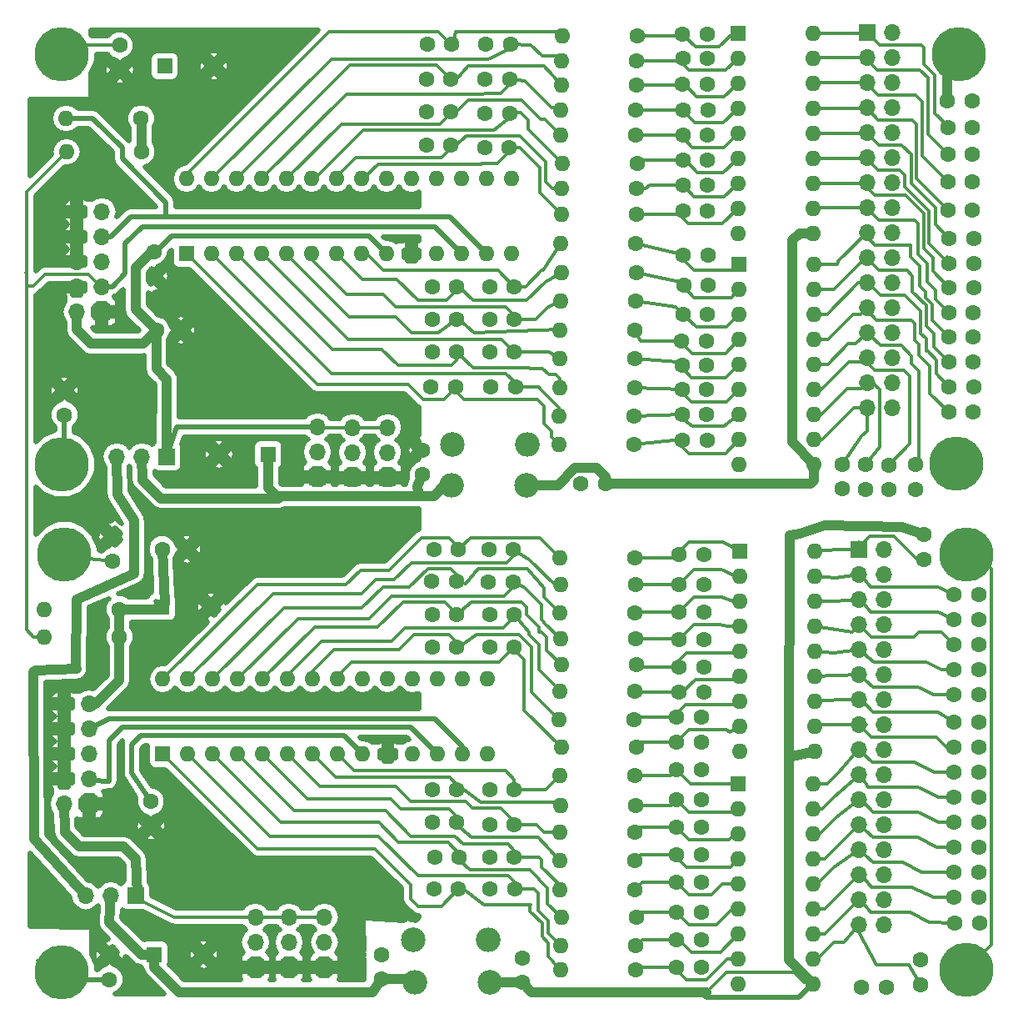
<source format=gbr>
G04 #@! TF.FileFunction,Copper,L2,Bot,Signal*
%FSLAX46Y46*%
G04 Gerber Fmt 4.6, Leading zero omitted, Abs format (unit mm)*
G04 Created by KiCad (PCBNEW 4.0.7) date 09/23/18 16:18:20*
%MOMM*%
%LPD*%
G01*
G04 APERTURE LIST*
%ADD10C,0.100000*%
%ADD11C,1.600000*%
%ADD12R,1.600000X1.600000*%
%ADD13O,1.600000X1.600000*%
%ADD14R,1.700000X1.700000*%
%ADD15O,1.700000X1.700000*%
%ADD16C,5.500000*%
%ADD17C,2.500000*%
%ADD18O,2.500000X2.500000*%
%ADD19C,0.350000*%
%ADD20C,1.000000*%
%ADD21C,0.500000*%
G04 APERTURE END LIST*
D10*
D11*
X88392000Y-144424400D03*
X88392000Y-146924400D03*
X118618000Y-115214400D03*
X121118000Y-115214400D03*
D12*
X124714000Y-74320400D03*
D13*
X132334000Y-94640400D03*
X124714000Y-76860400D03*
X132334000Y-92100400D03*
X124714000Y-79400400D03*
X132334000Y-89560400D03*
X124714000Y-81940400D03*
X132334000Y-87020400D03*
X124714000Y-84480400D03*
X132334000Y-84480400D03*
X124714000Y-87020400D03*
X132334000Y-81940400D03*
X124714000Y-89560400D03*
X132334000Y-79400400D03*
X124714000Y-92100400D03*
X132334000Y-76860400D03*
X124714000Y-94640400D03*
X132334000Y-74320400D03*
D12*
X124561600Y-50850800D03*
D13*
X132181600Y-71170800D03*
X124561600Y-53390800D03*
X132181600Y-68630800D03*
X124561600Y-55930800D03*
X132181600Y-66090800D03*
X124561600Y-58470800D03*
X132181600Y-63550800D03*
X124561600Y-61010800D03*
X132181600Y-61010800D03*
X124561600Y-63550800D03*
X132181600Y-58470800D03*
X124561600Y-66090800D03*
X132181600Y-55930800D03*
X124561600Y-68630800D03*
X132181600Y-53390800D03*
X124561600Y-71170800D03*
X132181600Y-50850800D03*
D11*
X95478600Y-51993800D03*
X92978600Y-51993800D03*
X101447600Y-51968400D03*
X98947600Y-51968400D03*
X95402400Y-55549800D03*
X92902400Y-55549800D03*
X101371400Y-55524400D03*
X98871400Y-55524400D03*
X95402400Y-58877200D03*
X92902400Y-58877200D03*
X101396800Y-59029600D03*
X98896800Y-59029600D03*
X95427800Y-62204600D03*
X92927800Y-62204600D03*
X101346000Y-62509400D03*
X98846000Y-62509400D03*
D12*
X76835000Y-93624400D03*
D11*
X71835000Y-93624400D03*
D14*
X88963500Y-95973900D03*
D15*
X88963500Y-93433900D03*
X88963500Y-90893900D03*
D14*
X85407500Y-95973900D03*
D15*
X85407500Y-93433900D03*
X85407500Y-90893900D03*
D14*
X66548000Y-93878400D03*
D15*
X64008000Y-93878400D03*
X61468000Y-93878400D03*
D11*
X63982600Y-62915800D03*
D13*
X56362600Y-62915800D03*
D16*
X55880000Y-52984400D03*
X55880000Y-94640400D03*
X147000000Y-53000000D03*
D11*
X63931800Y-59512200D03*
D13*
X56311800Y-59512200D03*
D11*
X67970400Y-81026000D03*
X65470400Y-81026000D03*
X65227200Y-75539600D03*
X65227200Y-73039600D03*
X101854000Y-79908400D03*
X99354000Y-79908400D03*
X96012000Y-79908400D03*
X93512000Y-79908400D03*
X118948200Y-50939700D03*
X121448200Y-50939700D03*
X101854000Y-83210400D03*
X99354000Y-83210400D03*
X118986300Y-53454300D03*
X121486300Y-53454300D03*
X96012000Y-83210400D03*
X93512000Y-83210400D03*
X118948200Y-56083200D03*
X121448200Y-56083200D03*
X101981000Y-86766400D03*
X99481000Y-86766400D03*
D14*
X81851500Y-95910400D03*
D15*
X81851500Y-93370400D03*
X81851500Y-90830400D03*
D12*
X68564760Y-73258680D03*
D13*
X101584760Y-65638680D03*
X71104760Y-73258680D03*
X99044760Y-65638680D03*
X73644760Y-73258680D03*
X96504760Y-65638680D03*
X76184760Y-73258680D03*
X93964760Y-65638680D03*
X78724760Y-73258680D03*
X91424760Y-65638680D03*
X81264760Y-73258680D03*
X88884760Y-65638680D03*
X83804760Y-73258680D03*
X86344760Y-65638680D03*
X86344760Y-73258680D03*
X83804760Y-65638680D03*
X88884760Y-73258680D03*
X81264760Y-65638680D03*
X91424760Y-73258680D03*
X78724760Y-65638680D03*
X93964760Y-73258680D03*
X76184760Y-65638680D03*
X96504760Y-73258680D03*
X73644760Y-65638680D03*
X99044760Y-73258680D03*
X71104760Y-65638680D03*
X101584760Y-73258680D03*
X68564760Y-65638680D03*
D11*
X114330480Y-51130200D03*
D13*
X106710480Y-51130200D03*
D11*
X114261900Y-53644800D03*
D13*
X106641900Y-53644800D03*
D11*
X114261900Y-56121300D03*
D13*
X106641900Y-56121300D03*
D11*
X114218720Y-58701940D03*
D13*
X106598720Y-58701940D03*
D11*
X114185700Y-61188600D03*
D13*
X106565700Y-61188600D03*
D11*
X114376200Y-64084200D03*
D13*
X106756200Y-64084200D03*
D11*
X114274600Y-66664840D03*
D13*
X106654600Y-66664840D03*
D11*
X114300000Y-69265800D03*
D13*
X106680000Y-69265800D03*
D11*
X114218720Y-72252840D03*
D13*
X106598720Y-72252840D03*
D11*
X114249200Y-75189080D03*
D13*
X106629200Y-75189080D03*
D11*
X114193320Y-78094840D03*
D13*
X106573320Y-78094840D03*
D11*
X114137440Y-81056480D03*
D13*
X106517440Y-81056480D03*
D11*
X114081560Y-83931760D03*
D13*
X106461560Y-83931760D03*
D11*
X114035840Y-89728040D03*
D13*
X106415840Y-89728040D03*
D11*
X114056160Y-92618560D03*
D13*
X106436160Y-92618560D03*
D17*
X95554800Y-92649040D03*
D18*
X103174800Y-92649040D03*
D11*
X114096800Y-86847680D03*
D13*
X106476800Y-86847680D03*
D14*
X137693400Y-50800000D03*
D15*
X140233400Y-50800000D03*
X137693400Y-53340000D03*
X140233400Y-53340000D03*
X137693400Y-55880000D03*
X140233400Y-55880000D03*
X137693400Y-58420000D03*
X140233400Y-58420000D03*
X137693400Y-60960000D03*
X140233400Y-60960000D03*
X137693400Y-63500000D03*
X140233400Y-63500000D03*
X137693400Y-66040000D03*
X140233400Y-66040000D03*
X137693400Y-68580000D03*
X140233400Y-68580000D03*
X137693400Y-71120000D03*
X140233400Y-71120000D03*
X137693400Y-73660000D03*
X140233400Y-73660000D03*
X137693400Y-76200000D03*
X140233400Y-76200000D03*
X137693400Y-78740000D03*
X140233400Y-78740000D03*
X137693400Y-81280000D03*
X140233400Y-81280000D03*
X137693400Y-83820000D03*
X140233400Y-83820000D03*
X137693400Y-86360000D03*
X140233400Y-86360000D03*
X137693400Y-88900000D03*
X140233400Y-88900000D03*
D12*
X66319400Y-54229000D03*
D11*
X71319400Y-54229000D03*
X96012000Y-76606400D03*
X93512000Y-76606400D03*
X119024400Y-58635900D03*
X121524400Y-58635900D03*
X95885000Y-86766400D03*
X93385000Y-86766400D03*
X118999000Y-61244480D03*
X121499000Y-61244480D03*
X118999000Y-63789560D03*
X121499000Y-63789560D03*
X118968520Y-66273680D03*
X121468520Y-66273680D03*
X118968520Y-68955920D03*
X121468520Y-68955920D03*
X119014240Y-73436480D03*
X121514240Y-73436480D03*
X119054880Y-76443840D03*
X121554880Y-76443840D03*
X118973600Y-79400400D03*
X121473600Y-79400400D03*
X118872000Y-82105500D03*
X121372000Y-82105500D03*
X118917720Y-84612480D03*
X121417720Y-84612480D03*
X118910100Y-87058500D03*
X121410100Y-87058500D03*
X118910100Y-89573100D03*
X121410100Y-89573100D03*
X118943120Y-92232480D03*
X121443120Y-92232480D03*
X145897600Y-60452000D03*
X148397600Y-60452000D03*
X145897600Y-63195200D03*
X148397600Y-63195200D03*
X145897600Y-65938400D03*
X148397600Y-65938400D03*
D16*
X146812000Y-94615000D03*
D17*
X103098600Y-96758760D03*
D18*
X95478600Y-96758760D03*
D11*
X92511880Y-93182440D03*
X92511880Y-95682440D03*
X101854000Y-76606400D03*
X99354000Y-76606400D03*
X145897600Y-68834000D03*
X148397600Y-68834000D03*
X146050000Y-71678800D03*
X148550000Y-71678800D03*
X146050000Y-74218800D03*
X148550000Y-74218800D03*
X146050000Y-76708000D03*
X148550000Y-76708000D03*
X145999200Y-79248000D03*
X148499200Y-79248000D03*
X145999200Y-81686400D03*
X148499200Y-81686400D03*
X145999200Y-84226400D03*
X148499200Y-84226400D03*
X146050000Y-86766400D03*
X148550000Y-86766400D03*
X145999200Y-89357200D03*
X148499200Y-89357200D03*
X142646400Y-94691200D03*
X142646400Y-97191200D03*
X139943840Y-94716600D03*
X139943840Y-97216600D03*
X137581640Y-94681040D03*
X137581640Y-97181040D03*
X135143240Y-94640400D03*
X135143240Y-97140400D03*
X64922400Y-131368800D03*
X64922400Y-128868800D03*
X68580000Y-103276400D03*
X66080000Y-103276400D03*
D12*
X65278000Y-144424400D03*
D11*
X70278000Y-144424400D03*
D12*
X66040000Y-109118400D03*
D11*
X71040000Y-109118400D03*
X96164400Y-103327200D03*
X93664400Y-103327200D03*
X101752400Y-103327200D03*
X99252400Y-103327200D03*
X95961200Y-106527600D03*
X93461200Y-106527600D03*
X101701600Y-106578400D03*
X99201600Y-106578400D03*
X96012000Y-109931200D03*
X93512000Y-109931200D03*
X101854000Y-109880400D03*
X99354000Y-109880400D03*
X96012000Y-113182400D03*
X93512000Y-113182400D03*
X101854000Y-113182400D03*
X99354000Y-113182400D03*
X101854000Y-127660400D03*
X99354000Y-127660400D03*
X96012000Y-127660400D03*
X93512000Y-127660400D03*
X101854000Y-131216400D03*
X99354000Y-131216400D03*
X96012000Y-130962400D03*
X93512000Y-130962400D03*
X118618000Y-103784400D03*
X121118000Y-103784400D03*
X101854000Y-134518400D03*
X99354000Y-134518400D03*
X118618000Y-106832400D03*
X121118000Y-106832400D03*
X96266000Y-134518400D03*
X93766000Y-134518400D03*
X118618000Y-109626400D03*
X121118000Y-109626400D03*
X101904800Y-137718800D03*
X99404800Y-137718800D03*
X118618000Y-112420400D03*
X121118000Y-112420400D03*
X96164400Y-137769600D03*
X93664400Y-137769600D03*
X118618000Y-117754400D03*
X121118000Y-117754400D03*
X118364000Y-120294400D03*
X120864000Y-120294400D03*
X118364000Y-122834400D03*
X120864000Y-122834400D03*
X118364000Y-125628400D03*
X120864000Y-125628400D03*
X118364000Y-128676400D03*
X120864000Y-128676400D03*
X118364000Y-131470400D03*
X120864000Y-131470400D03*
X118364000Y-134264400D03*
X120864000Y-134264400D03*
X118364000Y-137058400D03*
X120864000Y-137058400D03*
X118364000Y-140106400D03*
X120864000Y-140106400D03*
X118364000Y-142900400D03*
X120864000Y-142900400D03*
X118364000Y-145694400D03*
X120864000Y-145694400D03*
X143510000Y-104292400D03*
X143510000Y-101792400D03*
X146558000Y-107848400D03*
X149058000Y-107848400D03*
X146558000Y-110388400D03*
X149058000Y-110388400D03*
X146558000Y-112928400D03*
X149058000Y-112928400D03*
X146558000Y-115468400D03*
X149058000Y-115468400D03*
X146558000Y-118008400D03*
X149058000Y-118008400D03*
X146558000Y-120802400D03*
X149058000Y-120802400D03*
X146558000Y-123342400D03*
X149058000Y-123342400D03*
X146558000Y-125882400D03*
X149058000Y-125882400D03*
X146558000Y-128422400D03*
X149058000Y-128422400D03*
X146558000Y-130962400D03*
X149058000Y-130962400D03*
X146558000Y-133502400D03*
X149058000Y-133502400D03*
X146558000Y-136042400D03*
X149058000Y-136042400D03*
X146558000Y-138582400D03*
X149058000Y-138582400D03*
X146629120Y-141183360D03*
X149129120Y-141183360D03*
X143129000Y-147472400D03*
X143129000Y-144972400D03*
D16*
X56134000Y-103784400D03*
X55880000Y-146202400D03*
X147828000Y-103784400D03*
D14*
X136906000Y-103276400D03*
D15*
X139446000Y-103276400D03*
X136906000Y-105816400D03*
X139446000Y-105816400D03*
X136906000Y-108356400D03*
X139446000Y-108356400D03*
X136906000Y-110896400D03*
X139446000Y-110896400D03*
X136906000Y-113436400D03*
X139446000Y-113436400D03*
X136906000Y-115976400D03*
X139446000Y-115976400D03*
X136906000Y-118516400D03*
X139446000Y-118516400D03*
X136906000Y-121056400D03*
X139446000Y-121056400D03*
X136906000Y-123596400D03*
X139446000Y-123596400D03*
X136906000Y-126136400D03*
X139446000Y-126136400D03*
X136906000Y-128676400D03*
X139446000Y-128676400D03*
X136906000Y-131216400D03*
X139446000Y-131216400D03*
X136906000Y-133756400D03*
X139446000Y-133756400D03*
X136906000Y-136296400D03*
X139446000Y-136296400D03*
X136906000Y-138836400D03*
X139446000Y-138836400D03*
X136906000Y-141376400D03*
X139446000Y-141376400D03*
D16*
X147828000Y-145948400D03*
D14*
X82550000Y-145694400D03*
D15*
X82550000Y-143154400D03*
X82550000Y-140614400D03*
D14*
X78952000Y-145692400D03*
D15*
X78952000Y-143152400D03*
X78952000Y-140612400D03*
D14*
X63373000Y-138455400D03*
D15*
X60833000Y-138455400D03*
X58293000Y-138455400D03*
D14*
X75552000Y-145692400D03*
D15*
X75552000Y-143152400D03*
X75552000Y-140612400D03*
D11*
X114132000Y-104126400D03*
D13*
X106512000Y-104126400D03*
D11*
X114182000Y-106876400D03*
D13*
X106562000Y-106876400D03*
D11*
X114082000Y-109726400D03*
D13*
X106462000Y-109726400D03*
D11*
X114182000Y-112376400D03*
D13*
X106562000Y-112376400D03*
D11*
X114232000Y-114976400D03*
D13*
X106612000Y-114976400D03*
D11*
X114132000Y-117726400D03*
D13*
X106512000Y-117726400D03*
D11*
X114032000Y-120526400D03*
D13*
X106412000Y-120526400D03*
D11*
X114232000Y-123376400D03*
D13*
X106612000Y-123376400D03*
D11*
X114082000Y-126226400D03*
D13*
X106462000Y-126226400D03*
D11*
X114152000Y-129256400D03*
D13*
X106532000Y-129256400D03*
D11*
X114082000Y-131976400D03*
D13*
X106462000Y-131976400D03*
D11*
X114062000Y-134856400D03*
D13*
X106442000Y-134856400D03*
D11*
X114082000Y-137876400D03*
D13*
X106462000Y-137876400D03*
D11*
X114232000Y-140636400D03*
D13*
X106612000Y-140636400D03*
D11*
X114222000Y-143526400D03*
D13*
X106602000Y-143526400D03*
D11*
X114182000Y-145996400D03*
D13*
X106562000Y-145996400D03*
D17*
X91617800Y-142941040D03*
D18*
X99237800Y-142941040D03*
D17*
X99329240Y-147218400D03*
D18*
X91709240Y-147218400D03*
D11*
X61722000Y-112166400D03*
D13*
X54102000Y-112166400D03*
D11*
X61722000Y-109372400D03*
D13*
X54102000Y-109372400D03*
D12*
X66132000Y-124076400D03*
D13*
X99152000Y-116456400D03*
X68672000Y-124076400D03*
X96612000Y-116456400D03*
X71212000Y-124076400D03*
X94072000Y-116456400D03*
X73752000Y-124076400D03*
X91532000Y-116456400D03*
X76292000Y-124076400D03*
X88992000Y-116456400D03*
X78832000Y-124076400D03*
X86452000Y-116456400D03*
X81372000Y-124076400D03*
X83912000Y-116456400D03*
X83912000Y-124076400D03*
X81372000Y-116456400D03*
X86452000Y-124076400D03*
X78832000Y-116456400D03*
X88992000Y-124076400D03*
X76292000Y-116456400D03*
X91532000Y-124076400D03*
X73752000Y-116456400D03*
X94072000Y-124076400D03*
X71212000Y-116456400D03*
X96612000Y-124076400D03*
X68672000Y-116456400D03*
X99152000Y-124076400D03*
X66132000Y-116456400D03*
D12*
X124739400Y-103479600D03*
D13*
X132359400Y-123799600D03*
X124739400Y-106019600D03*
X132359400Y-121259600D03*
X124739400Y-108559600D03*
X132359400Y-118719600D03*
X124739400Y-111099600D03*
X132359400Y-116179600D03*
X124739400Y-113639600D03*
X132359400Y-113639600D03*
X124739400Y-116179600D03*
X132359400Y-111099600D03*
X124739400Y-118719600D03*
X132359400Y-108559600D03*
X124739400Y-121259600D03*
X132359400Y-106019600D03*
X124739400Y-123799600D03*
X132359400Y-103479600D03*
D12*
X124632000Y-127076400D03*
D13*
X132252000Y-147396400D03*
X124632000Y-129616400D03*
X132252000Y-144856400D03*
X124632000Y-132156400D03*
X132252000Y-142316400D03*
X124632000Y-134696400D03*
X132252000Y-139776400D03*
X124632000Y-137236400D03*
X132252000Y-137236400D03*
X124632000Y-139776400D03*
X132252000Y-134696400D03*
X124632000Y-142316400D03*
X132252000Y-132156400D03*
X124632000Y-144856400D03*
X132252000Y-129616400D03*
X124632000Y-147396400D03*
X132252000Y-127076400D03*
D11*
X108625640Y-96621600D03*
X111125640Y-96621600D03*
X102641400Y-144744440D03*
X102641400Y-147244440D03*
X148386800Y-57708800D03*
X145886800Y-57708800D03*
X139649200Y-147751800D03*
X137149200Y-147751800D03*
X56134000Y-87147400D03*
X56134000Y-89647400D03*
X61760100Y-54584600D03*
X61760100Y-52084600D03*
X60706000Y-146964400D03*
X60706000Y-144464400D03*
X61023500Y-104482900D03*
X61023500Y-101982900D03*
D14*
X59944000Y-79146400D03*
D15*
X57404000Y-79146400D03*
X59944000Y-76606400D03*
X57404000Y-76606400D03*
X59944000Y-74066400D03*
X57404000Y-74066400D03*
X59944000Y-71526400D03*
X57404000Y-71526400D03*
X59944000Y-68986400D03*
X57404000Y-68986400D03*
D14*
X58623200Y-129133600D03*
D15*
X56083200Y-129133600D03*
X58623200Y-126593600D03*
X56083200Y-126593600D03*
X58623200Y-124053600D03*
X56083200Y-124053600D03*
X58623200Y-121513600D03*
X56083200Y-121513600D03*
X58623200Y-118973600D03*
X56083200Y-118973600D03*
D19*
X71319400Y-54229000D02*
X71319400Y-53940720D01*
D20*
X61722000Y-109372400D02*
X65786000Y-109372400D01*
X65786000Y-109372400D02*
X66040000Y-109118400D01*
X61722000Y-112166400D02*
X61722000Y-109372400D01*
X58623200Y-118973600D02*
X59309000Y-118973600D01*
X59309000Y-118973600D02*
X61722000Y-116560600D01*
X61722000Y-116560600D02*
X61722000Y-112166400D01*
D21*
X62992000Y-124906400D02*
X62992000Y-126024000D01*
X62992000Y-123088400D02*
X63906400Y-122174000D01*
X63906400Y-122174000D02*
X84549600Y-122174000D01*
X86452000Y-124076400D02*
X84549600Y-122174000D01*
X62992000Y-124906400D02*
X62992000Y-123088400D01*
X62992000Y-126024000D02*
X64922400Y-128868800D01*
D20*
X56083200Y-129133600D02*
X56184800Y-132003800D01*
X63398400Y-134747000D02*
X63525400Y-138303000D01*
X62128400Y-133477000D02*
X63398400Y-134747000D01*
X57658000Y-133477000D02*
X62128400Y-133477000D01*
X56184800Y-132003800D02*
X57658000Y-133477000D01*
X63525400Y-138303000D02*
X63373000Y-138455400D01*
X65227200Y-73039600D02*
X64984000Y-73039600D01*
X64984000Y-73039600D02*
X63373000Y-74650600D01*
X63373000Y-78928600D02*
X65470400Y-81026000D01*
X63373000Y-74650600D02*
X63373000Y-78928600D01*
X57404000Y-79146400D02*
X57404000Y-80975200D01*
X64124200Y-82372200D02*
X65470400Y-81026000D01*
X58801000Y-82372200D02*
X64124200Y-82372200D01*
X57404000Y-80975200D02*
X58801000Y-82372200D01*
X66080000Y-103276400D02*
X66319920Y-108838480D01*
X66319920Y-108838480D02*
X66040000Y-109118400D01*
D21*
X66548000Y-93878400D02*
X67533520Y-90860880D01*
X67533520Y-90860880D02*
X67564000Y-90830400D01*
X67564000Y-90830400D02*
X81851500Y-90830400D01*
X65436000Y-108514400D02*
X66040000Y-109118400D01*
X65227200Y-73039600D02*
X65441200Y-73039600D01*
X65441200Y-73039600D02*
X67056000Y-71424800D01*
X87050880Y-71424800D02*
X88884760Y-73258680D01*
X67056000Y-71424800D02*
X87050880Y-71424800D01*
D19*
X82550000Y-140614400D02*
X78954000Y-140614400D01*
X78954000Y-140614400D02*
X78952000Y-140612400D01*
X78952000Y-140612400D02*
X75552000Y-140612400D01*
X63373000Y-138455400D02*
X63373000Y-138709400D01*
X63373000Y-138709400D02*
X67308000Y-140612400D01*
X67308000Y-140612400D02*
X75552000Y-140612400D01*
X85407500Y-90893900D02*
X81915000Y-90893900D01*
X81915000Y-90893900D02*
X81851500Y-90830400D01*
X88963500Y-90893900D02*
X85407500Y-90893900D01*
X82105500Y-90576400D02*
X81851500Y-90830400D01*
D20*
X66548000Y-86004400D02*
X66487040Y-93817440D01*
X66487040Y-93817440D02*
X66548000Y-93878400D01*
X63982600Y-59400440D02*
X63982600Y-62697360D01*
X65470400Y-81026000D02*
X65470400Y-84926800D01*
X65470400Y-84926800D02*
X66548000Y-86004400D01*
D19*
X92837000Y-50698400D02*
X94081600Y-50698400D01*
X94081600Y-50698400D02*
X95377000Y-51993800D01*
X95377000Y-51993800D02*
X95478600Y-51993800D01*
X68564760Y-65638680D02*
X68564760Y-65191640D01*
X68564760Y-65191640D02*
X83058000Y-50698400D01*
X83058000Y-50698400D02*
X92837000Y-50698400D01*
X95351600Y-51993800D02*
X95478600Y-51993800D01*
X95478600Y-51993800D02*
X95605600Y-51993800D01*
X95605600Y-51993800D02*
X95885000Y-50698400D01*
X95885000Y-50698400D02*
X106278680Y-50698400D01*
X106278680Y-50698400D02*
X106710480Y-51130200D01*
D20*
X92511880Y-95682440D02*
X92034360Y-96870520D01*
X92034360Y-96870520D02*
X92137230Y-97910650D01*
X77692250Y-97910650D02*
X92137230Y-97910650D01*
X92137230Y-97910650D02*
X93663770Y-97910650D01*
X93663770Y-97910650D02*
X94683580Y-96758760D01*
X94683580Y-96758760D02*
X95478600Y-96758760D01*
X76835000Y-93624400D02*
X76835000Y-97053400D01*
X76835000Y-97053400D02*
X77692250Y-97910650D01*
X77692250Y-97910650D02*
X77875655Y-98094055D01*
X64008000Y-93878400D02*
X64068960Y-96225360D01*
X65937655Y-98094055D02*
X77875655Y-98094055D01*
X64068960Y-96225360D02*
X65937655Y-98094055D01*
D19*
X96012000Y-76606400D02*
X96012000Y-76987400D01*
X96012000Y-76987400D02*
X94996000Y-78003400D01*
X86390480Y-75844400D02*
X83804760Y-73258680D01*
X89916000Y-75844400D02*
X86390480Y-75844400D01*
X92075000Y-78003400D02*
X89916000Y-75844400D01*
X94996000Y-78003400D02*
X92075000Y-78003400D01*
X96012000Y-76606400D02*
X96266000Y-76606400D01*
X96266000Y-76606400D02*
X97663000Y-78003400D01*
X97663000Y-78003400D02*
X103124000Y-78003400D01*
X103124000Y-78003400D02*
X105029000Y-76098400D01*
X105029000Y-76098400D02*
X106629200Y-75189080D01*
D20*
X65278000Y-144424400D02*
X65278000Y-145694400D01*
X87463000Y-148234400D02*
X88392000Y-146924400D01*
X67818000Y-148234400D02*
X87463000Y-148234400D01*
X65278000Y-145694400D02*
X67818000Y-148234400D01*
X60833000Y-138455400D02*
X60706000Y-141173200D01*
X63957200Y-144424400D02*
X65278000Y-144424400D01*
X60706000Y-141173200D02*
X63957200Y-144424400D01*
X88392000Y-146924400D02*
X89067000Y-146924400D01*
X88392000Y-146924400D02*
X91415240Y-146924400D01*
X91415240Y-146924400D02*
X91709240Y-147218400D01*
D21*
X58623200Y-126593600D02*
X60045600Y-126873000D01*
X91356800Y-121361200D02*
X94072000Y-124076400D01*
X62585600Y-121361200D02*
X91356800Y-121361200D01*
X62001400Y-121361200D02*
X62585600Y-121361200D01*
X60655200Y-122707400D02*
X62001400Y-121361200D01*
X60655200Y-126796800D02*
X60655200Y-122707400D01*
X60045600Y-126873000D02*
X60655200Y-126796800D01*
D19*
X52273200Y-75514200D02*
X52273200Y-67005200D01*
X52273200Y-67005200D02*
X56362600Y-62915800D01*
X59944000Y-76606400D02*
X59842400Y-76606400D01*
X59842400Y-76606400D02*
X58572400Y-75336400D01*
X52933600Y-76581000D02*
X52273200Y-76581000D01*
X54178200Y-75336400D02*
X52933600Y-76581000D01*
X58572400Y-75336400D02*
X54178200Y-75336400D01*
X54102000Y-112166400D02*
X53009800Y-112166400D01*
X53009800Y-112166400D02*
X52273200Y-111429800D01*
X52273200Y-111429800D02*
X52273200Y-76581000D01*
X52273200Y-76581000D02*
X52273200Y-75514200D01*
X52273200Y-75514200D02*
X52273200Y-75209400D01*
X52273200Y-75209400D02*
X52222400Y-75158600D01*
X59944000Y-76606400D02*
X59944000Y-76276200D01*
D21*
X59944000Y-76606400D02*
X61010800Y-76606400D01*
X62306200Y-72263000D02*
X64058800Y-70510400D01*
X62306200Y-75311000D02*
X62306200Y-72263000D01*
X61010800Y-76606400D02*
X62306200Y-75311000D01*
X64058800Y-70510400D02*
X93756480Y-70510400D01*
X96504760Y-73258680D02*
X93756480Y-70510400D01*
X96612000Y-124076400D02*
X96612000Y-123307400D01*
X96612000Y-123307400D02*
X93751400Y-120446800D01*
X93751400Y-120446800D02*
X61976000Y-120446800D01*
X61976000Y-120446800D02*
X61950600Y-120472200D01*
X61950600Y-120472200D02*
X60655200Y-120472200D01*
X60655200Y-120472200D02*
X58623200Y-121513600D01*
X60858400Y-71526400D02*
X62890400Y-69494400D01*
X59944000Y-71526400D02*
X60858400Y-71526400D01*
X56311800Y-59512200D02*
X59004200Y-59512200D01*
X66446400Y-68046600D02*
X66446400Y-69494400D01*
X62001400Y-63601600D02*
X66446400Y-68046600D01*
X62001400Y-62509400D02*
X62001400Y-63601600D01*
X59004200Y-59512200D02*
X62001400Y-62509400D01*
X95280480Y-69494400D02*
X99044760Y-73258680D01*
X62890400Y-69494400D02*
X66446400Y-69494400D01*
X66446400Y-69494400D02*
X95280480Y-69494400D01*
D20*
X61468000Y-93878400D02*
X61528960Y-97703640D01*
X53203402Y-115551751D02*
X53000202Y-115754951D01*
X53000202Y-115754951D02*
X53060600Y-132715000D01*
X53060600Y-132715000D02*
X58293000Y-138455400D01*
X57343602Y-115424751D02*
X53203402Y-115551751D01*
X57292802Y-115373951D02*
X57343602Y-115424751D01*
X57404000Y-108356400D02*
X57292802Y-115373951D01*
X63210440Y-105724960D02*
X57404000Y-108356400D01*
X63210440Y-100314760D02*
X63210440Y-105724960D01*
X61528960Y-97703640D02*
X63210440Y-100314760D01*
D19*
X114218720Y-58701940D02*
X118958360Y-58701940D01*
X118958360Y-58701940D02*
X119024400Y-58635900D01*
X119024400Y-58635900D02*
X119024400Y-58785760D01*
X119024400Y-58785760D02*
X120172480Y-59933840D01*
X120172480Y-59933840D02*
X123098560Y-59933840D01*
X123098560Y-59933840D02*
X124561600Y-58470800D01*
X118999000Y-61244480D02*
X114241580Y-61244480D01*
X114241580Y-61244480D02*
X114185700Y-61188600D01*
X118999000Y-61244480D02*
X118999000Y-61468000D01*
X118999000Y-61468000D02*
X119979440Y-62448440D01*
X123123960Y-62448440D02*
X124561600Y-61010800D01*
X119979440Y-62448440D02*
X123123960Y-62448440D01*
X118999000Y-61244480D02*
X119021860Y-61244480D01*
X114274600Y-66664840D02*
X115224560Y-66664840D01*
X115615720Y-66273680D02*
X118968520Y-66273680D01*
X115224560Y-66664840D02*
X115615720Y-66273680D01*
X118968520Y-66273680D02*
X118968520Y-66304160D01*
X118968520Y-66304160D02*
X120142000Y-67477640D01*
X120142000Y-67477640D02*
X123174760Y-67477640D01*
X123174760Y-67477640D02*
X124561600Y-66090800D01*
X114218720Y-72252840D02*
X118882160Y-73304400D01*
X118882160Y-73304400D02*
X119014240Y-73436480D01*
X119014240Y-73436480D02*
X119014240Y-73863200D01*
X119014240Y-73863200D02*
X120111520Y-74960480D01*
X120111520Y-74960480D02*
X124073920Y-74960480D01*
X124073920Y-74960480D02*
X124714000Y-74320400D01*
X114193320Y-78094840D02*
X118211600Y-78638400D01*
X118211600Y-78638400D02*
X118973600Y-79400400D01*
X118973600Y-79400400D02*
X119044720Y-79400400D01*
X119044720Y-79400400D02*
X120335040Y-80690720D01*
X120335040Y-80690720D02*
X123423680Y-80690720D01*
X123423680Y-80690720D02*
X124714000Y-79400400D01*
X114081560Y-83931760D02*
X118531640Y-84226400D01*
X118531640Y-84226400D02*
X118917720Y-84612480D01*
X118917720Y-84612480D02*
X118917720Y-84871560D01*
X118917720Y-84871560D02*
X119877840Y-85831680D01*
X119877840Y-85831680D02*
X123362720Y-85831680D01*
X123362720Y-85831680D02*
X124714000Y-84480400D01*
X114035840Y-89728040D02*
X118897400Y-89560400D01*
X118897400Y-89560400D02*
X118910100Y-89573100D01*
X118910100Y-89573100D02*
X118910100Y-89974420D01*
X118910100Y-89974420D02*
X119979440Y-90789760D01*
X119979440Y-90789760D02*
X123129040Y-90789760D01*
X123129040Y-90789760D02*
X124714000Y-89560400D01*
X145897600Y-60452000D02*
X145897600Y-60325000D01*
X145897600Y-60325000D02*
X144551400Y-58978800D01*
X144551400Y-58978800D02*
X144551400Y-55092600D01*
X144551400Y-55092600D02*
X143484600Y-54025800D01*
X143484600Y-54025800D02*
X143484600Y-52349400D01*
X143484600Y-52349400D02*
X143205200Y-52070000D01*
X143205200Y-52070000D02*
X138963400Y-52070000D01*
X138963400Y-52070000D02*
X137693400Y-50800000D01*
X137693400Y-50800000D02*
X137744200Y-50800000D01*
X132181600Y-50850800D02*
X137642600Y-50850800D01*
X137642600Y-50850800D02*
X137693400Y-50800000D01*
X101447600Y-51968400D02*
X103530400Y-52044600D01*
X104673400Y-53187600D02*
X106184700Y-53187600D01*
X103530400Y-52044600D02*
X104673400Y-53187600D01*
X106184700Y-53187600D02*
X106641900Y-53644800D01*
X101447600Y-51968400D02*
X101447600Y-52451000D01*
X101447600Y-52451000D02*
X99237800Y-53492400D01*
X101447600Y-51968400D02*
X101447600Y-52349400D01*
X83251040Y-53492400D02*
X71104760Y-65638680D01*
X99237800Y-53492400D02*
X83251040Y-53492400D01*
X93522800Y-54127400D02*
X93980000Y-54127400D01*
X93980000Y-54127400D02*
X95402400Y-55549800D01*
X95402400Y-55549800D02*
X96012000Y-55549800D01*
X96012000Y-55549800D02*
X97155000Y-54152800D01*
X93268800Y-54127400D02*
X93522800Y-54127400D01*
X95402400Y-55549800D02*
X95402400Y-55041800D01*
X85156040Y-54127400D02*
X73644760Y-65638680D01*
X93268800Y-54127400D02*
X85156040Y-54127400D01*
X95402400Y-55549800D02*
X95656400Y-55549800D01*
X97155000Y-54152800D02*
X104876600Y-54152800D01*
X104876600Y-54152800D02*
X106641900Y-56121300D01*
X101371400Y-55524400D02*
X101371400Y-56057800D01*
X101371400Y-56057800D02*
X100457000Y-56972200D01*
X100457000Y-56972200D02*
X98828578Y-56972200D01*
X101371400Y-55524400D02*
X102920800Y-55676800D01*
X105666540Y-58422540D02*
X106319320Y-58422540D01*
X102920800Y-55676800D02*
X105666540Y-58422540D01*
X106319320Y-58422540D02*
X106598720Y-58701940D01*
X101371400Y-55524400D02*
X101371400Y-55676800D01*
X98828578Y-56972200D02*
X98679000Y-57048400D01*
X101371400Y-55524400D02*
X101371400Y-56032400D01*
X84775040Y-57048400D02*
X76184760Y-65638680D01*
X98679000Y-57048400D02*
X84775040Y-57048400D01*
X93446600Y-60096400D02*
X94310200Y-60096400D01*
X94310200Y-60096400D02*
X95402400Y-59004200D01*
X95402400Y-59004200D02*
X95402400Y-58877200D01*
X95402400Y-58877200D02*
X95986600Y-58877200D01*
X95986600Y-58877200D02*
X97180400Y-57683400D01*
X84267040Y-60096400D02*
X78724760Y-65638680D01*
X93446600Y-60096400D02*
X84267040Y-60096400D01*
X95402400Y-58877200D02*
X95910400Y-58877200D01*
X97180400Y-57683400D02*
X102616000Y-57683400D01*
X102616000Y-57683400D02*
X104521000Y-59588400D01*
X104521000Y-59588400D02*
X104965500Y-59588400D01*
X104965500Y-59588400D02*
X106565700Y-61188600D01*
X95656400Y-58750200D02*
X96037400Y-58750200D01*
X98262882Y-60705039D02*
X99759461Y-60705039D01*
X99759461Y-60705039D02*
X101396800Y-59423300D01*
X101396800Y-59423300D02*
X101396800Y-59029600D01*
X101396800Y-59029600D02*
X102539800Y-58953400D01*
X103301800Y-60629800D02*
X106756200Y-64084200D01*
X103301800Y-59715400D02*
X103301800Y-60629800D01*
X102539800Y-58953400D02*
X103301800Y-59715400D01*
X101396800Y-59029600D02*
X101371400Y-59029600D01*
X98262882Y-60705039D02*
X98221800Y-60731400D01*
X81264760Y-65638680D02*
X81579720Y-65638680D01*
X81579720Y-65638680D02*
X86487000Y-60731400D01*
X86487000Y-60731400D02*
X98221800Y-60731400D01*
X101396800Y-59029600D02*
X101777800Y-59029600D01*
X92887800Y-63525400D02*
X94488000Y-63525400D01*
X94488000Y-63525400D02*
X95427800Y-62585600D01*
X95427800Y-62585600D02*
X95427800Y-62204600D01*
X95427800Y-62204600D02*
X95935800Y-62204600D01*
X95935800Y-62204600D02*
X97011398Y-61281402D01*
X83804760Y-65638680D02*
X83804760Y-65445640D01*
X83804760Y-65445640D02*
X85725000Y-63525400D01*
X85725000Y-63525400D02*
X92887800Y-63525400D01*
X97011398Y-61281402D02*
X102404002Y-61281402D01*
X102404002Y-61281402D02*
X105029000Y-63906400D01*
X105029000Y-63906400D02*
X105029000Y-65938400D01*
X105029000Y-65938400D02*
X105755440Y-66664840D01*
X105755440Y-66664840D02*
X106654600Y-66664840D01*
X101346000Y-62509400D02*
X101346000Y-62941200D01*
X101346000Y-62941200D02*
X100152200Y-64135000D01*
X100152200Y-64135000D02*
X98549417Y-64135000D01*
X104444800Y-64998600D02*
X104444800Y-67030600D01*
X104444800Y-67030600D02*
X106680000Y-69265800D01*
X101346000Y-62509400D02*
X102387400Y-62484000D01*
X104444800Y-64490600D02*
X104444800Y-64998600D01*
X104444800Y-64998600D02*
X104444800Y-65125600D01*
X102387400Y-62484000D02*
X104444800Y-64490600D01*
X101346000Y-62509400D02*
X101346000Y-62661800D01*
X98549417Y-64135000D02*
X98501200Y-64160400D01*
X86532720Y-65638680D02*
X88011000Y-64160400D01*
X88011000Y-64160400D02*
X98501200Y-64160400D01*
X86344760Y-65638680D02*
X86532720Y-65638680D01*
X101346000Y-62509400D02*
X101727000Y-62509400D01*
X86344760Y-65638680D02*
X86344760Y-65572640D01*
X86344760Y-73258680D02*
X86822280Y-73258680D01*
X86822280Y-73258680D02*
X88519000Y-74955400D01*
X88519000Y-74955400D02*
X100203000Y-74955400D01*
X100203000Y-74955400D02*
X101854000Y-76606400D01*
X101854000Y-76606400D02*
X102997000Y-76606400D01*
X104775000Y-74955400D02*
X106598720Y-72252840D01*
X104648000Y-74955400D02*
X104775000Y-74955400D01*
X102997000Y-76606400D02*
X104648000Y-74955400D01*
X101854000Y-79908400D02*
X101854000Y-79527400D01*
X101854000Y-79527400D02*
X100965000Y-78638400D01*
X84836000Y-77368400D02*
X81264760Y-73797160D01*
X88519000Y-77368400D02*
X84836000Y-77368400D01*
X89789000Y-78638400D02*
X88519000Y-77368400D01*
X100965000Y-78638400D02*
X89789000Y-78638400D01*
X81264760Y-73797160D02*
X81264760Y-73258680D01*
X106573320Y-78094840D02*
X105283000Y-78638400D01*
X104013000Y-79908400D02*
X101854000Y-79908400D01*
X105283000Y-78638400D02*
X104013000Y-79908400D01*
X78724760Y-73258680D02*
X78724760Y-73289160D01*
X78724760Y-73289160D02*
X85090000Y-79654400D01*
X94107000Y-81305400D02*
X96012000Y-79908400D01*
X91440000Y-81305400D02*
X94107000Y-81305400D01*
X89789000Y-79654400D02*
X91440000Y-81305400D01*
X85090000Y-79654400D02*
X89789000Y-79654400D01*
X96012000Y-79908400D02*
X96266000Y-79908400D01*
X96266000Y-79908400D02*
X97790000Y-81305400D01*
X97790000Y-81305400D02*
X106517440Y-80929480D01*
X78724760Y-73543160D02*
X78724760Y-73258680D01*
X114330480Y-51130200D02*
X118757700Y-51130200D01*
X118757700Y-51130200D02*
X118948200Y-50939700D01*
X124561600Y-50850800D02*
X124109480Y-50850800D01*
X124109480Y-50850800D02*
X122682000Y-52278280D01*
X122682000Y-52278280D02*
X120286780Y-52278280D01*
X120286780Y-52278280D02*
X118948200Y-50939700D01*
X76184760Y-73258680D02*
X76281280Y-73258680D01*
X76281280Y-73258680D02*
X84963000Y-81940400D01*
X100584000Y-81940400D02*
X101854000Y-83210400D01*
X84963000Y-81940400D02*
X100584000Y-81940400D01*
X101854000Y-83210400D02*
X105410000Y-83210400D01*
X105410000Y-83210400D02*
X106461560Y-83931760D01*
X76540360Y-73454260D02*
X76184760Y-73258680D01*
X114261900Y-53644800D02*
X118795800Y-53644800D01*
X118795800Y-53644800D02*
X118986300Y-53454300D01*
X118986300Y-53454300D02*
X118986300Y-53997860D01*
X118986300Y-53997860D02*
X119639080Y-54650640D01*
X119639080Y-54650640D02*
X123301760Y-54650640D01*
X123301760Y-54650640D02*
X124561600Y-53390800D01*
X103403400Y-84886800D02*
X104703880Y-84886800D01*
X106476800Y-85979000D02*
X106476800Y-86847680D01*
X106029760Y-85531960D02*
X106476800Y-85979000D01*
X105349040Y-85531960D02*
X106029760Y-85531960D01*
X104703880Y-84886800D02*
X105349040Y-85531960D01*
X96012000Y-83210400D02*
X96012000Y-84099400D01*
X83342480Y-82956400D02*
X73644760Y-73258680D01*
X88392000Y-82956400D02*
X83342480Y-82956400D01*
X90043000Y-84607400D02*
X88392000Y-82956400D01*
X95504000Y-84607400D02*
X90043000Y-84607400D01*
X96012000Y-84099400D02*
X95504000Y-84607400D01*
X96012000Y-83210400D02*
X97663000Y-84861400D01*
X103378000Y-84861400D02*
X103403400Y-84886800D01*
X97663000Y-84861400D02*
X103378000Y-84861400D01*
X73995280Y-73258680D02*
X73644760Y-73258680D01*
X114261900Y-56121300D02*
X118910100Y-56121300D01*
X118910100Y-56121300D02*
X118948200Y-56083200D01*
X118948200Y-56083200D02*
X119141240Y-56083200D01*
X119141240Y-56083200D02*
X120365520Y-57307480D01*
X120365520Y-57307480D02*
X123184920Y-57307480D01*
X123184920Y-57307480D02*
X124561600Y-55930800D01*
X101981000Y-86766400D02*
X104383840Y-86766400D01*
X106415840Y-88889840D02*
X106415840Y-89728040D01*
X104485440Y-86959440D02*
X106415840Y-88889840D01*
X104485440Y-86868000D02*
X104485440Y-86959440D01*
X104383840Y-86766400D02*
X104485440Y-86868000D01*
X101981000Y-86766400D02*
X101981000Y-86385400D01*
X101981000Y-86385400D02*
X101007002Y-85411402D01*
X83257482Y-85411402D02*
X71104760Y-73258680D01*
X101007002Y-85411402D02*
X83257482Y-85411402D01*
X101981000Y-86766400D02*
X102362000Y-86766400D01*
X95885000Y-86766400D02*
X95885000Y-87238840D01*
X95885000Y-87238840D02*
X96733360Y-88087200D01*
X105648760Y-91831160D02*
X106436160Y-92618560D01*
X105648760Y-91287600D02*
X105648760Y-91831160D01*
X104851200Y-90490040D02*
X105648760Y-91287600D01*
X104851200Y-88773000D02*
X104851200Y-90490040D01*
X104165400Y-88087200D02*
X104851200Y-88773000D01*
X96733360Y-88087200D02*
X104165400Y-88087200D01*
X95885000Y-86766400D02*
X95885000Y-86893400D01*
X95885000Y-86893400D02*
X94742000Y-88036400D01*
X81818480Y-86512400D02*
X68564760Y-73258680D01*
X91059000Y-86512400D02*
X81818480Y-86512400D01*
X92583000Y-88036400D02*
X91059000Y-86512400D01*
X94742000Y-88036400D02*
X92583000Y-88036400D01*
X95885000Y-86766400D02*
X96139000Y-86766400D01*
X68564760Y-73258680D02*
X68564760Y-73289160D01*
X118999000Y-63789560D02*
X114670840Y-63789560D01*
X114670840Y-63789560D02*
X114376200Y-64084200D01*
X118999000Y-63789560D02*
X119222520Y-63789560D01*
X119222520Y-63789560D02*
X120451880Y-65018920D01*
X120451880Y-65018920D02*
X123093480Y-65018920D01*
X123093480Y-65018920D02*
X124561600Y-63550800D01*
X114300000Y-69265800D02*
X118658640Y-69265800D01*
X118658640Y-69265800D02*
X118968520Y-68955920D01*
X118968520Y-68955920D02*
X118968520Y-69651880D01*
X118968520Y-69651880D02*
X119501920Y-70185280D01*
X119501920Y-70185280D02*
X123007120Y-70185280D01*
X123007120Y-70185280D02*
X124561600Y-68630800D01*
X114249200Y-75189080D02*
X118709440Y-76098400D01*
X118709440Y-76098400D02*
X119054880Y-76443840D01*
X119054880Y-76443840D02*
X119054880Y-76606400D01*
X119054880Y-76606400D02*
X120131840Y-77683360D01*
X120131840Y-77683360D02*
X123891040Y-77683360D01*
X123891040Y-77683360D02*
X124714000Y-76860400D01*
X118872000Y-82105500D02*
X114719100Y-82105500D01*
X114719100Y-82105500D02*
X114137440Y-81056480D01*
X118872000Y-82105500D02*
X118872000Y-82265520D01*
X118872000Y-82265520D02*
X119969280Y-83362800D01*
X119969280Y-83362800D02*
X123291600Y-83362800D01*
X123291600Y-83362800D02*
X124714000Y-81940400D01*
X118910100Y-87058500D02*
X114134900Y-86885780D01*
X114134900Y-86885780D02*
X114096800Y-86847680D01*
X118910100Y-87058500D02*
X118910100Y-87393780D01*
X118910100Y-87393780D02*
X119816880Y-88300560D01*
X119816880Y-88300560D02*
X123433840Y-88300560D01*
X123433840Y-88300560D02*
X124714000Y-87020400D01*
X114056160Y-92618560D02*
X118811040Y-92100400D01*
X118811040Y-92100400D02*
X118943120Y-92232480D01*
X118943120Y-92232480D02*
X118943120Y-92847160D01*
X118943120Y-92847160D02*
X119613680Y-93517720D01*
X119613680Y-93517720D02*
X123296680Y-93517720D01*
X123296680Y-93517720D02*
X124714000Y-92100400D01*
X137693400Y-53340000D02*
X137693400Y-53568600D01*
X137693400Y-53568600D02*
X138734800Y-54610000D01*
X143865600Y-61163200D02*
X145897600Y-63195200D01*
X143865600Y-55397400D02*
X143865600Y-61163200D01*
X143078200Y-54610000D02*
X143865600Y-55397400D01*
X138734800Y-54610000D02*
X143078200Y-54610000D01*
X137693400Y-53340000D02*
X137744200Y-53340000D01*
X137693400Y-53340000D02*
X132232400Y-53340000D01*
X132232400Y-53340000D02*
X132181600Y-53390800D01*
X137693400Y-55880000D02*
X137693400Y-56057800D01*
X137693400Y-56057800D02*
X138785600Y-57150000D01*
X143281400Y-63322200D02*
X145897600Y-65938400D01*
X143281400Y-57835800D02*
X143281400Y-63322200D01*
X142595600Y-57150000D02*
X143281400Y-57835800D01*
X138785600Y-57150000D02*
X142595600Y-57150000D01*
X137693400Y-55880000D02*
X137693400Y-55930800D01*
X137693400Y-55880000D02*
X137693400Y-56083200D01*
X137693400Y-55880000D02*
X132232400Y-55880000D01*
X132232400Y-55880000D02*
X132181600Y-55930800D01*
X137693400Y-58420000D02*
X137693400Y-58496200D01*
X137693400Y-58496200D02*
X138861800Y-59664600D01*
X142722600Y-65659000D02*
X145897600Y-68834000D01*
X142722600Y-60121800D02*
X142722600Y-65659000D01*
X142265400Y-59664600D02*
X142722600Y-60121800D01*
X138861800Y-59664600D02*
X142265400Y-59664600D01*
X137693400Y-58420000D02*
X137858500Y-58420000D01*
X132181600Y-58470800D02*
X137642600Y-58470800D01*
X137642600Y-58470800D02*
X137693400Y-58420000D01*
X137642600Y-58470800D02*
X137693400Y-58420000D01*
X137693400Y-60960000D02*
X137693400Y-61010800D01*
X137693400Y-61010800D02*
X138887200Y-62204600D01*
X144627600Y-70256400D02*
X146050000Y-71678800D01*
X144627600Y-68580000D02*
X144627600Y-70256400D01*
X142172598Y-66124998D02*
X144627600Y-68580000D01*
X142172598Y-63153198D02*
X142172598Y-66124998D01*
X141224000Y-62204600D02*
X142172598Y-63153198D01*
X138887200Y-62204600D02*
X141224000Y-62204600D01*
X137693400Y-60960000D02*
X137693400Y-61125100D01*
X132181600Y-61010800D02*
X137642600Y-61010800D01*
X137642600Y-61010800D02*
X137693400Y-60960000D01*
X137693400Y-63500000D02*
X137693400Y-63677800D01*
X137693400Y-63677800D02*
X138785600Y-64770000D01*
X144018000Y-72186800D02*
X146050000Y-74218800D01*
X144018000Y-68935600D02*
X144018000Y-72186800D01*
X141554200Y-66471800D02*
X144018000Y-68935600D01*
X141554200Y-65303400D02*
X141554200Y-66471800D01*
X141020800Y-64770000D02*
X141554200Y-65303400D01*
X138785600Y-64770000D02*
X141020800Y-64770000D01*
X145884900Y-73545700D02*
X145884900Y-73647300D01*
X137693400Y-63500000D02*
X137693400Y-63665100D01*
X132181600Y-63550800D02*
X137642600Y-63550800D01*
X137642600Y-63550800D02*
X137693400Y-63500000D01*
X137693400Y-66040000D02*
X137693400Y-66522600D01*
X137693400Y-66522600D02*
X138480800Y-67310000D01*
X144373600Y-75031600D02*
X146050000Y-76708000D01*
X144373600Y-73660000D02*
X144373600Y-75031600D01*
X143467998Y-72754398D02*
X144373600Y-73660000D01*
X143467998Y-69172998D02*
X143467998Y-72754398D01*
X141605000Y-67310000D02*
X143467998Y-69172998D01*
X138480800Y-67310000D02*
X141605000Y-67310000D01*
X137693400Y-66040000D02*
X137693400Y-66128900D01*
X132181600Y-66090800D02*
X137642600Y-66090800D01*
X137642600Y-66090800D02*
X137693400Y-66040000D01*
X137693400Y-68580000D02*
X137693400Y-68656200D01*
X137693400Y-68656200D02*
X138887200Y-69850000D01*
X144678400Y-77927200D02*
X145999200Y-79248000D01*
X144678400Y-76962000D02*
X144678400Y-77927200D01*
X143814800Y-76098400D02*
X144678400Y-76962000D01*
X143814800Y-74218800D02*
X143814800Y-76098400D01*
X142900400Y-73304400D02*
X143814800Y-74218800D01*
X142900400Y-70205600D02*
X142900400Y-73304400D01*
X142544800Y-69850000D02*
X142900400Y-70205600D01*
X138887200Y-69850000D02*
X142544800Y-69850000D01*
X137693400Y-68580000D02*
X137718800Y-68580000D01*
X137693400Y-68580000D02*
X132232400Y-68580000D01*
X132232400Y-68580000D02*
X132181600Y-68630800D01*
X137693400Y-71120000D02*
X137693400Y-71577200D01*
X137693400Y-71577200D02*
X138480800Y-72364600D01*
X144348200Y-80035400D02*
X145999200Y-81686400D01*
X144348200Y-78374820D02*
X144348200Y-80035400D01*
X143662400Y-77689020D02*
X144348200Y-78374820D01*
X143662400Y-77165200D02*
X143662400Y-77689020D01*
X143052800Y-76555600D02*
X143662400Y-77165200D01*
X143052800Y-74498200D02*
X143052800Y-76555600D01*
X142138400Y-73583800D02*
X143052800Y-74498200D01*
X142138400Y-72415400D02*
X142138400Y-73583800D01*
X142087600Y-72364600D02*
X142138400Y-72415400D01*
X138480800Y-72364600D02*
X142087600Y-72364600D01*
X137693400Y-71120000D02*
X137693400Y-71285100D01*
X132334000Y-74320400D02*
X134670800Y-74320400D01*
X134785100Y-74028300D02*
X137693400Y-71120000D01*
X134785100Y-74206100D02*
X134785100Y-74028300D01*
X134670800Y-74320400D02*
X134785100Y-74206100D01*
X137693400Y-73660000D02*
X137693400Y-73736200D01*
X137693400Y-73736200D02*
X138887200Y-74930000D01*
X144526000Y-82753200D02*
X145999200Y-84226400D01*
X144526000Y-81407000D02*
X144526000Y-82753200D01*
X143713200Y-80594200D02*
X144526000Y-81407000D01*
X143713200Y-78517640D02*
X143713200Y-80594200D01*
X142316200Y-77120640D02*
X143713200Y-78517640D01*
X142316200Y-75488800D02*
X142316200Y-77120640D01*
X141757400Y-74930000D02*
X142316200Y-75488800D01*
X138887200Y-74930000D02*
X141757400Y-74930000D01*
X137693400Y-73660000D02*
X137566400Y-73660000D01*
X137566400Y-73660000D02*
X134366000Y-76860400D01*
X134366000Y-76860400D02*
X132334000Y-76860400D01*
X143713200Y-83185000D02*
X143865600Y-83185000D01*
X144729200Y-84048600D02*
X144729200Y-85445600D01*
X143865600Y-83185000D02*
X144729200Y-84048600D01*
X137693400Y-76200000D02*
X137845800Y-76200000D01*
X137845800Y-76200000D02*
X139115800Y-77470000D01*
X144729200Y-85445600D02*
X146050000Y-86766400D01*
X143713200Y-81915000D02*
X143713200Y-83185000D01*
X143154400Y-81356200D02*
X143713200Y-81915000D01*
X143154400Y-79095600D02*
X143154400Y-81356200D01*
X141528800Y-77470000D02*
X143154400Y-79095600D01*
X139115800Y-77470000D02*
X141528800Y-77470000D01*
X137693400Y-76200000D02*
X137693400Y-76339700D01*
X132334000Y-79400400D02*
X133616700Y-79400400D01*
X136817100Y-76200000D02*
X137693400Y-76200000D01*
X133616700Y-79400400D02*
X136817100Y-76200000D01*
X137693400Y-78740000D02*
X137693400Y-79019400D01*
X137693400Y-79019400D02*
X138684000Y-80010000D01*
X144068800Y-87426800D02*
X145999200Y-89357200D01*
X144068800Y-84683600D02*
X144068800Y-87426800D01*
X142976600Y-83591400D02*
X144068800Y-84683600D01*
X142976600Y-82448400D02*
X142976600Y-83591400D01*
X142570200Y-82042000D02*
X142976600Y-82448400D01*
X142570200Y-80340200D02*
X142570200Y-82042000D01*
X142240000Y-80010000D02*
X142570200Y-80340200D01*
X138684000Y-80010000D02*
X142240000Y-80010000D01*
X137693400Y-78740000D02*
X137693400Y-78917800D01*
X132334000Y-81940400D02*
X133756400Y-81940400D01*
X137033000Y-79400400D02*
X137693400Y-78740000D01*
X136296400Y-79400400D02*
X137033000Y-79400400D01*
X133756400Y-81940400D02*
X136296400Y-79400400D01*
X137693400Y-81280000D02*
X137744200Y-81280000D01*
X137744200Y-81280000D02*
X139039600Y-82575400D01*
X142976600Y-85191600D02*
X142976600Y-94361000D01*
X142214600Y-84429600D02*
X142976600Y-85191600D01*
X142214600Y-83616800D02*
X142214600Y-84429600D01*
X141173200Y-82575400D02*
X142214600Y-83616800D01*
X139039600Y-82575400D02*
X141173200Y-82575400D01*
X142976600Y-94361000D02*
X142646400Y-94691200D01*
X132334000Y-84480400D02*
X133731000Y-84480400D01*
X136550400Y-82423000D02*
X137693400Y-81280000D01*
X135788400Y-82423000D02*
X136550400Y-82423000D01*
X133731000Y-84480400D02*
X135788400Y-82423000D01*
X137693400Y-83820000D02*
X137693400Y-84317840D01*
X137693400Y-84317840D02*
X138455400Y-85079840D01*
X142077440Y-92583000D02*
X139943840Y-94716600D01*
X138455400Y-85079840D02*
X141467840Y-85079840D01*
X137693400Y-83820000D02*
X137769600Y-83820000D01*
X132334000Y-87020400D02*
X133096000Y-87020400D01*
X133096000Y-87020400D02*
X135839200Y-84277200D01*
X135839200Y-84277200D02*
X137236200Y-84277200D01*
X137236200Y-84277200D02*
X137693400Y-83820000D01*
X141467840Y-85079840D02*
X142077440Y-85689440D01*
X142077440Y-85689440D02*
X142077440Y-92583000D01*
X137693400Y-86360000D02*
X138252200Y-86360000D01*
X138252200Y-86360000D02*
X138950700Y-87058500D01*
X138950700Y-92849700D02*
X137581640Y-94681040D01*
X138950700Y-87058500D02*
X138950700Y-92849700D01*
X132334000Y-89560400D02*
X133057900Y-89560400D01*
X133057900Y-89560400D02*
X135674100Y-86944200D01*
X135674100Y-86944200D02*
X137109200Y-86944200D01*
X137109200Y-86944200D02*
X137693400Y-86360000D01*
X135143240Y-94640400D02*
X137160000Y-91770200D01*
X137160000Y-91770200D02*
X137693400Y-91236800D01*
X137693400Y-91236800D02*
X137693400Y-88900000D01*
X132334000Y-92100400D02*
X133184900Y-92100400D01*
X136385300Y-88900000D02*
X137693400Y-88900000D01*
X133184900Y-92100400D02*
X136385300Y-88900000D01*
X96164400Y-103327200D02*
X96164400Y-103073200D01*
X96164400Y-103073200D02*
X95199200Y-102108000D01*
X75705200Y-106883200D02*
X66132000Y-116456400D01*
X84734400Y-106883200D02*
X75705200Y-106883200D01*
X86207600Y-105410000D02*
X84734400Y-106883200D01*
X89103200Y-105410000D02*
X86207600Y-105410000D01*
X92405200Y-102108000D02*
X89103200Y-105410000D01*
X95199200Y-102108000D02*
X92405200Y-102108000D01*
X106512000Y-104126400D02*
X106463200Y-104126400D01*
X106463200Y-104126400D02*
X104444800Y-102108000D01*
X97434400Y-102108000D02*
X96164400Y-103327200D01*
X104444800Y-102108000D02*
X97434400Y-102108000D01*
X96164400Y-103327200D02*
X96164400Y-102870000D01*
X106424000Y-104038400D02*
X106512000Y-104126400D01*
X101752400Y-103327200D02*
X101752400Y-103987600D01*
X101752400Y-103987600D02*
X101092000Y-104648000D01*
X77381600Y-107746800D02*
X68672000Y-116456400D01*
X86360000Y-107746800D02*
X77381600Y-107746800D01*
X87731600Y-106375200D02*
X86360000Y-107746800D01*
X89662000Y-106375200D02*
X87731600Y-106375200D01*
X91389200Y-104648000D02*
X89662000Y-106375200D01*
X101092000Y-104648000D02*
X91389200Y-104648000D01*
X101752400Y-103327200D02*
X103378000Y-104292400D01*
X103378000Y-104292400D02*
X105962000Y-106876400D01*
X105962000Y-106876400D02*
X106562000Y-106876400D01*
X95961200Y-106527600D02*
X95961200Y-105816400D01*
X95961200Y-105816400D02*
X95351600Y-105206800D01*
X78448400Y-109220000D02*
X71212000Y-116456400D01*
X86360000Y-109220000D02*
X78448400Y-109220000D01*
X88493600Y-107086400D02*
X86360000Y-109220000D01*
X91186000Y-107086400D02*
X88493600Y-107086400D01*
X93065600Y-105206800D02*
X91186000Y-107086400D01*
X95351600Y-105206800D02*
X93065600Y-105206800D01*
X95961200Y-106527600D02*
X96875600Y-106781600D01*
X104884510Y-108148910D02*
X106462000Y-109726400D01*
X104884510Y-107221310D02*
X104884510Y-108148910D01*
X103149400Y-105232200D02*
X104884510Y-107221310D01*
X98221800Y-105232200D02*
X103149400Y-105232200D01*
X96875600Y-106781600D02*
X98221800Y-105232200D01*
X101701600Y-106578400D02*
X101701600Y-107137200D01*
X101701600Y-107137200D02*
X100787200Y-108051600D01*
X79870800Y-110337600D02*
X73752000Y-116456400D01*
X87122000Y-110337600D02*
X79870800Y-110337600D01*
X89408000Y-108051600D02*
X87122000Y-110337600D01*
X100787200Y-108051600D02*
X89408000Y-108051600D01*
X101701600Y-106578400D02*
X102870000Y-107086400D01*
X104902000Y-110642400D02*
X104902000Y-110716400D01*
X104648000Y-110388400D02*
X104902000Y-110642400D01*
X104648000Y-108864400D02*
X104648000Y-110388400D01*
X102870000Y-107086400D02*
X104648000Y-108864400D01*
X101701600Y-106578400D02*
X101701600Y-106832400D01*
X104902000Y-110716400D02*
X106562000Y-112376400D01*
X96012000Y-109931200D02*
X96012000Y-109829600D01*
X96012000Y-109829600D02*
X94792800Y-108610400D01*
X81547200Y-111201200D02*
X76292000Y-116456400D01*
X87934800Y-111201200D02*
X81547200Y-111201200D01*
X90525600Y-108610400D02*
X87934800Y-111201200D01*
X94792800Y-108610400D02*
X90525600Y-108610400D01*
X104394000Y-111658400D02*
X104648000Y-111658400D01*
X105156000Y-112166400D02*
X105156000Y-113520400D01*
X104648000Y-111658400D02*
X105156000Y-112166400D01*
X96012000Y-109931200D02*
X97536000Y-108610400D01*
X105156000Y-113520400D02*
X106612000Y-114976400D01*
X104394000Y-111150400D02*
X104394000Y-111658400D01*
X103124000Y-109880400D02*
X104394000Y-111150400D01*
X103124000Y-109118400D02*
X103124000Y-109880400D01*
X102616000Y-108610400D02*
X103124000Y-109118400D01*
X97536000Y-108610400D02*
X102616000Y-108610400D01*
X101854000Y-109880400D02*
X101854000Y-110143198D01*
X101854000Y-110143198D02*
X100745198Y-111252000D01*
X82245200Y-112623600D02*
X78832000Y-116036800D01*
X89357200Y-112623600D02*
X82245200Y-112623600D01*
X90728800Y-111252000D02*
X89357200Y-112623600D01*
X100745198Y-111252000D02*
X90728800Y-111252000D01*
X78832000Y-116036800D02*
X78832000Y-116456400D01*
X103378000Y-111912400D02*
X104394000Y-112928400D01*
X104394000Y-115468400D02*
X104648000Y-115722400D01*
X104394000Y-112928400D02*
X104394000Y-115468400D01*
X101854000Y-109880400D02*
X103378000Y-111658400D01*
X104648000Y-115722400D02*
X106512000Y-117586400D01*
X103378000Y-111658400D02*
X103378000Y-111912400D01*
X106512000Y-117586400D02*
X106512000Y-117726400D01*
X81372000Y-116456400D02*
X81372000Y-115630400D01*
X95250000Y-111912400D02*
X96012000Y-112674400D01*
X91694000Y-111912400D02*
X95250000Y-111912400D01*
X90170000Y-113436400D02*
X91694000Y-111912400D01*
X83566000Y-113436400D02*
X90170000Y-113436400D01*
X81372000Y-115630400D02*
X83566000Y-113436400D01*
X96012000Y-112674400D02*
X96012000Y-113182400D01*
X96012000Y-113182400D02*
X96266000Y-113182400D01*
X96266000Y-113182400D02*
X98044000Y-111912400D01*
X98044000Y-111912400D02*
X102362000Y-111912400D01*
X102362000Y-111912400D02*
X103632000Y-113182400D01*
X103632000Y-113182400D02*
X103632000Y-117746400D01*
X103632000Y-117746400D02*
X106412000Y-120526400D01*
X83912000Y-116456400D02*
X83912000Y-116138400D01*
X83912000Y-116138400D02*
X85344000Y-114706400D01*
X85344000Y-114706400D02*
X100330000Y-114706400D01*
X100330000Y-114706400D02*
X101854000Y-113182400D01*
X101854000Y-113182400D02*
X101854000Y-113436400D01*
X101854000Y-113436400D02*
X102870000Y-114452400D01*
X102870000Y-114452400D02*
X102870000Y-119634400D01*
X102870000Y-119634400D02*
X106612000Y-123376400D01*
X101854000Y-127660400D02*
X101854000Y-126644400D01*
X85565600Y-125730000D02*
X83912000Y-124076400D01*
X100939600Y-125730000D02*
X85565600Y-125730000D01*
X101854000Y-126644400D02*
X100939600Y-125730000D01*
X101854000Y-127660400D02*
X105028000Y-127660400D01*
X105028000Y-127660400D02*
X106462000Y-126226400D01*
X96012000Y-127660400D02*
X96012000Y-127152400D01*
X96012000Y-127152400D02*
X95300800Y-126441200D01*
X83736800Y-126441200D02*
X81372000Y-124076400D01*
X95300800Y-126441200D02*
X83736800Y-126441200D01*
X96012000Y-127660400D02*
X96774000Y-127660400D01*
X96774000Y-127660400D02*
X98450400Y-128981200D01*
X98450400Y-128981200D02*
X106248400Y-128981200D01*
X106248400Y-128981200D02*
X106532000Y-129256400D01*
X91338400Y-128879600D02*
X96926400Y-128879600D01*
X96926400Y-128879600D02*
X97586800Y-129540000D01*
X101854000Y-131216400D02*
X101854000Y-130911600D01*
X101854000Y-130911600D02*
X100482400Y-129540000D01*
X100482400Y-129540000D02*
X97586800Y-129540000D01*
X82111200Y-127355600D02*
X78832000Y-124076400D01*
X89814400Y-127355600D02*
X82111200Y-127355600D01*
X91338400Y-128879600D02*
X89814400Y-127355600D01*
X101854000Y-131216400D02*
X104140000Y-131216400D01*
X104900000Y-131976400D02*
X106462000Y-131976400D01*
X104140000Y-131216400D02*
X104900000Y-131976400D01*
X96012000Y-130962400D02*
X96012000Y-130352800D01*
X96012000Y-130352800D02*
X95250000Y-129590800D01*
X80841200Y-128625600D02*
X76292000Y-124076400D01*
X89306400Y-128625600D02*
X80841200Y-128625600D01*
X90271600Y-129590800D02*
X89306400Y-128625600D01*
X95250000Y-129590800D02*
X90271600Y-129590800D01*
X96012000Y-130962400D02*
X96012000Y-131216400D01*
X96012000Y-131216400D02*
X97485200Y-132537200D01*
X97485200Y-132537200D02*
X104275200Y-132537200D01*
X104275200Y-132537200D02*
X106442000Y-134856400D01*
X118618000Y-103784400D02*
X118618000Y-103530400D01*
X118618000Y-103530400D02*
X119634000Y-102514400D01*
X123070000Y-102514400D02*
X124739400Y-103479600D01*
X119634000Y-102514400D02*
X123070000Y-102514400D01*
X114132000Y-104126400D02*
X118276000Y-104126400D01*
X118276000Y-104126400D02*
X118618000Y-103784400D01*
X101854000Y-134518400D02*
X101854000Y-133858000D01*
X101854000Y-133858000D02*
X101193600Y-133197600D01*
X79469600Y-129794000D02*
X73752000Y-124076400D01*
X88747600Y-129794000D02*
X79469600Y-129794000D01*
X91338400Y-132384800D02*
X88747600Y-129794000D01*
X95808800Y-132384800D02*
X91338400Y-132384800D01*
X96621600Y-133197600D02*
X95808800Y-132384800D01*
X101193600Y-133197600D02*
X96621600Y-133197600D01*
X101854000Y-134518400D02*
X104394000Y-134518400D01*
X104648000Y-135534400D02*
X106462000Y-137348400D01*
X104648000Y-134772400D02*
X104648000Y-135534400D01*
X104394000Y-134518400D02*
X104648000Y-134772400D01*
X106462000Y-137348400D02*
X106462000Y-137876400D01*
X118618000Y-106832400D02*
X120142000Y-105308400D01*
X122936000Y-105308400D02*
X124351400Y-106019600D01*
X120142000Y-105308400D02*
X122936000Y-105308400D01*
X124351400Y-106019600D02*
X124739400Y-106019600D01*
X114182000Y-106876400D02*
X118574000Y-106876400D01*
X118574000Y-106876400D02*
X118618000Y-106832400D01*
X104358994Y-136767552D02*
X104358994Y-136794794D01*
X105222040Y-137657840D02*
X105222040Y-139246440D01*
X104358994Y-136794794D02*
X105222040Y-137657840D01*
X96266000Y-134518400D02*
X96266000Y-134162800D01*
X96266000Y-134162800D02*
X95097600Y-132994400D01*
X78148800Y-131013200D02*
X71212000Y-124076400D01*
X88087200Y-131013200D02*
X78148800Y-131013200D01*
X90068400Y-132994400D02*
X88087200Y-131013200D01*
X95097600Y-132994400D02*
X90068400Y-132994400D01*
X96266000Y-134518400D02*
X96266000Y-134772400D01*
X96266000Y-134772400D02*
X97332800Y-135788400D01*
X97332800Y-135788400D02*
X103428800Y-135788400D01*
X103428800Y-135788400D02*
X104358994Y-136767552D01*
X105222040Y-139246440D02*
X106612000Y-140636400D01*
X118618000Y-109626400D02*
X120142000Y-108102400D01*
X122936000Y-108102400D02*
X124097400Y-108559600D01*
X120142000Y-108102400D02*
X122936000Y-108102400D01*
X124097400Y-108559600D02*
X124739400Y-108559600D01*
X118618000Y-109626400D02*
X114182000Y-109626400D01*
X114182000Y-109626400D02*
X114082000Y-109726400D01*
X105308400Y-142232800D02*
X106602000Y-143526400D01*
X105308400Y-141935200D02*
X105308400Y-142232800D01*
X103855520Y-137718800D02*
X104302560Y-138165840D01*
X104302560Y-138165840D02*
X104302560Y-139984480D01*
X104302560Y-139984480D02*
X105308400Y-140990320D01*
X105308400Y-140990320D02*
X105308400Y-141935200D01*
X101904800Y-137718800D02*
X103855520Y-137718800D01*
X101904800Y-137718800D02*
X101904800Y-137109200D01*
X101904800Y-137109200D02*
X101193600Y-136398000D01*
X76980400Y-132384800D02*
X68672000Y-124076400D01*
X88036400Y-132384800D02*
X76980400Y-132384800D01*
X92049600Y-136398000D02*
X88036400Y-132384800D01*
X101193600Y-136398000D02*
X92049600Y-136398000D01*
X101904800Y-137718800D02*
X101904800Y-137972800D01*
X118618000Y-112420400D02*
X120142000Y-110896400D01*
X123565920Y-111089440D02*
X124739400Y-111099600D01*
X122682000Y-110896400D02*
X123565920Y-111089440D01*
X120142000Y-110896400D02*
X122682000Y-110896400D01*
X114182000Y-112376400D02*
X118574000Y-112376400D01*
X118574000Y-112376400D02*
X118618000Y-112420400D01*
X101513640Y-139344400D02*
X103484680Y-139344400D01*
X105333800Y-143276320D02*
X105333800Y-144653000D01*
X104663240Y-142605760D02*
X105333800Y-143276320D01*
X104663240Y-141239240D02*
X104663240Y-142605760D01*
X103464360Y-140040360D02*
X104663240Y-141239240D01*
X103464360Y-139364720D02*
X103464360Y-140040360D01*
X103484680Y-139344400D02*
X103464360Y-139364720D01*
X98806000Y-139344400D02*
X100015040Y-139344400D01*
X96672400Y-137769600D02*
X98806000Y-139344400D01*
X100015040Y-139344400D02*
X101513640Y-139344400D01*
X105765600Y-145200000D02*
X106562000Y-145996400D01*
X105765600Y-145084800D02*
X105765600Y-145200000D01*
X105333800Y-144653000D02*
X105765600Y-145084800D01*
X96164400Y-137769600D02*
X94437200Y-139496800D01*
X75710400Y-133654800D02*
X66132000Y-124076400D01*
X87680800Y-133654800D02*
X75710400Y-133654800D01*
X91338400Y-137312400D02*
X87680800Y-133654800D01*
X91338400Y-138785600D02*
X91338400Y-137312400D01*
X92049600Y-139496800D02*
X91338400Y-138785600D01*
X94437200Y-139496800D02*
X92049600Y-139496800D01*
X96164400Y-137769600D02*
X96672400Y-137769600D01*
X106562000Y-145576400D02*
X106562000Y-145996400D01*
X118618000Y-115214400D02*
X118618000Y-114566700D01*
X118618000Y-114566700D02*
X119387620Y-113797080D01*
X119387620Y-113797080D02*
X124581920Y-113797080D01*
X124581920Y-113797080D02*
X124739400Y-113639600D01*
X118618000Y-115214400D02*
X114470000Y-115214400D01*
X114470000Y-115214400D02*
X114232000Y-114976400D01*
X118618000Y-117754400D02*
X118950740Y-117754400D01*
X118950740Y-117754400D02*
X120243600Y-116461540D01*
X120243600Y-116461540D02*
X124457460Y-116461540D01*
X124457460Y-116461540D02*
X124739400Y-116179600D01*
X118618000Y-117754400D02*
X118872000Y-117754400D01*
X124447400Y-115887600D02*
X124739400Y-116179600D01*
X118618000Y-117754400D02*
X114160000Y-117754400D01*
X114160000Y-117754400D02*
X114132000Y-117726400D01*
X118364000Y-120294400D02*
X118364000Y-119941340D01*
X118364000Y-119941340D02*
X119283480Y-119021860D01*
X119283480Y-119021860D02*
X124437140Y-119021860D01*
X124437140Y-119021860D02*
X124739400Y-118719600D01*
X118364000Y-120294400D02*
X118364000Y-120040400D01*
X124447400Y-118427600D02*
X124739400Y-118719600D01*
X118364000Y-120294400D02*
X114264000Y-120294400D01*
X114264000Y-120294400D02*
X114032000Y-120526400D01*
X118364000Y-122834400D02*
X119634000Y-121564400D01*
X119634000Y-121564400D02*
X123444000Y-121564400D01*
X123444000Y-121564400D02*
X123736000Y-121856400D01*
X123736000Y-121856400D02*
X124739400Y-121259600D01*
X118364000Y-122834400D02*
X114774000Y-122834400D01*
X114774000Y-122834400D02*
X114232000Y-123376400D01*
X124632000Y-127076400D02*
X119812000Y-127076400D01*
X119812000Y-127076400D02*
X118364000Y-125628400D01*
X114082000Y-126226400D02*
X117766000Y-126226400D01*
X117766000Y-126226400D02*
X118364000Y-125628400D01*
X118364000Y-128676400D02*
X119634000Y-129946400D01*
X119634000Y-129946400D02*
X124302000Y-129946400D01*
X124302000Y-129946400D02*
X124632000Y-129616400D01*
X114152000Y-129256400D02*
X117784000Y-129256400D01*
X117784000Y-129256400D02*
X118364000Y-128676400D01*
X124632000Y-132156400D02*
X124282000Y-132156400D01*
X124282000Y-132156400D02*
X123698000Y-132740400D01*
X123698000Y-132740400D02*
X119634000Y-132740400D01*
X119634000Y-132740400D02*
X118364000Y-131470400D01*
X118364000Y-131470400D02*
X114588000Y-131470400D01*
X114588000Y-131470400D02*
X114082000Y-131976400D01*
X118364000Y-134264400D02*
X118364000Y-134518400D01*
X118364000Y-134518400D02*
X119380000Y-135534400D01*
X123794000Y-135534400D02*
X124632000Y-134696400D01*
X119380000Y-135534400D02*
X123794000Y-135534400D01*
X118364000Y-134264400D02*
X114654000Y-134264400D01*
X114654000Y-134264400D02*
X114062000Y-134856400D01*
X118364000Y-137058400D02*
X119634000Y-138328400D01*
X123012000Y-137236400D02*
X124632000Y-137236400D01*
X121920000Y-138328400D02*
X123012000Y-137236400D01*
X119634000Y-138328400D02*
X121920000Y-138328400D01*
X118364000Y-137058400D02*
X114900000Y-137058400D01*
X114900000Y-137058400D02*
X114082000Y-137876400D01*
X124632000Y-139776400D02*
X124028000Y-139776400D01*
X124028000Y-139776400D02*
X122428000Y-141376400D01*
X122428000Y-141376400D02*
X119634000Y-141376400D01*
X119634000Y-141376400D02*
X118364000Y-140106400D01*
X118364000Y-140106400D02*
X114762000Y-140106400D01*
X114762000Y-140106400D02*
X114232000Y-140636400D01*
X118364000Y-142900400D02*
X118618000Y-142900400D01*
X118618000Y-142900400D02*
X119888000Y-144170400D01*
X122778000Y-144170400D02*
X124632000Y-142316400D01*
X119888000Y-144170400D02*
X122778000Y-144170400D01*
X118364000Y-142900400D02*
X114848000Y-142900400D01*
X114848000Y-142900400D02*
X114222000Y-143526400D01*
X118364000Y-145694400D02*
X118364000Y-145948400D01*
X118364000Y-145948400D02*
X119380000Y-146964400D01*
X123520000Y-144856400D02*
X124632000Y-144856400D01*
X121412000Y-146964400D02*
X123520000Y-144856400D01*
X119380000Y-146964400D02*
X121412000Y-146964400D01*
X118364000Y-145694400D02*
X114484000Y-145694400D01*
X114484000Y-145694400D02*
X114182000Y-145996400D01*
X136906000Y-103276400D02*
X136906000Y-103022400D01*
X136906000Y-103022400D02*
X137985500Y-101942900D01*
X140462000Y-101942900D02*
X142811500Y-104292400D01*
X137985500Y-101942900D02*
X140462000Y-101942900D01*
X142811500Y-104292400D02*
X143510000Y-104292400D01*
X136906000Y-103276400D02*
X136906000Y-102514400D01*
X132359400Y-103479600D02*
X134753525Y-103299759D01*
X134753525Y-103299759D02*
X136906000Y-103276400D01*
D20*
X121351040Y-148234400D02*
X103631360Y-148234400D01*
X103631360Y-148234400D02*
X102641400Y-147244440D01*
X99329240Y-147218400D02*
X102615360Y-147218400D01*
X102615360Y-147218400D02*
X102641400Y-147244440D01*
D19*
X132491200Y-147635600D02*
X132252000Y-147396400D01*
X132252000Y-147396400D02*
X132257600Y-147396400D01*
D20*
X99329240Y-147218400D02*
X99661340Y-147091400D01*
X99661340Y-147091400D02*
X99748340Y-147178400D01*
X129756000Y-124396400D02*
X129839720Y-101869240D01*
X141264000Y-101030400D02*
X143510000Y-101792400D01*
X133385560Y-100858320D02*
X141264000Y-101030400D01*
X130845560Y-101645720D02*
X133385560Y-100858320D01*
X129839720Y-101869240D02*
X130845560Y-101645720D01*
D19*
X120904000Y-148234400D02*
X121351040Y-148234400D01*
X121351040Y-148234400D02*
X121412000Y-148234400D01*
D21*
X130810000Y-148742400D02*
X121412000Y-148742400D01*
X121412000Y-148742400D02*
X120904000Y-148234400D01*
X132156000Y-147396400D02*
X130810000Y-148742400D01*
D19*
X121412000Y-148234400D02*
X123444000Y-146202400D01*
X131318000Y-147218400D02*
X132074000Y-147218400D01*
X130302000Y-146202400D02*
X131318000Y-147218400D01*
X123444000Y-146202400D02*
X130302000Y-146202400D01*
X132074000Y-147218400D02*
X132252000Y-147396400D01*
D21*
X132252000Y-147396400D02*
X132156000Y-147396400D01*
D19*
X99329240Y-147218400D02*
X100091240Y-147218400D01*
D20*
X132252000Y-147396400D02*
X132377440Y-147396400D01*
D21*
X132252000Y-147396400D02*
X132512000Y-147396400D01*
D20*
X132359400Y-123799600D02*
X129756000Y-124396400D01*
X129794000Y-144938400D02*
X132252000Y-147396400D01*
X129794000Y-124434400D02*
X129794000Y-144938400D01*
X129756000Y-124396400D02*
X129794000Y-124434400D01*
D19*
X136906000Y-105816400D02*
X136906000Y-105562400D01*
X136906000Y-105562400D02*
X138049000Y-107086400D01*
X144907000Y-107086400D02*
X146558000Y-107848400D01*
X138049000Y-107086400D02*
X144907000Y-107086400D01*
X136906000Y-105816400D02*
X134493000Y-106133900D01*
X134493000Y-106133900D02*
X132359400Y-106019600D01*
X136906000Y-108356400D02*
X136906000Y-108102400D01*
X136906000Y-108102400D02*
X138049000Y-109626400D01*
X144907000Y-109626400D02*
X146558000Y-110388400D01*
X138049000Y-109626400D02*
X144907000Y-109626400D01*
X136906000Y-108356400D02*
X134429500Y-108546900D01*
X134429500Y-108546900D02*
X132359400Y-108559600D01*
X136906000Y-110896400D02*
X138176000Y-112166400D01*
X145288000Y-111658400D02*
X146558000Y-112928400D01*
X143002000Y-111658400D02*
X145288000Y-111658400D01*
X142494000Y-112166400D02*
X143002000Y-111658400D01*
X138176000Y-112166400D02*
X142494000Y-112166400D01*
X132359400Y-111099600D02*
X136182000Y-111696400D01*
X136182000Y-111696400D02*
X136906000Y-110896400D01*
X136906000Y-113436400D02*
X138430000Y-114706400D01*
X145288000Y-115468400D02*
X146558000Y-115468400D01*
X143764000Y-114706400D02*
X145288000Y-115468400D01*
X138430000Y-114706400D02*
X143764000Y-114706400D01*
X136906000Y-113436400D02*
X134335520Y-113832640D01*
X134335520Y-113832640D02*
X132359400Y-113639600D01*
X136906000Y-115976400D02*
X138303000Y-117246400D01*
X144526000Y-118008400D02*
X146558000Y-118008400D01*
X142875000Y-117246400D02*
X144526000Y-118008400D01*
X138303000Y-117246400D02*
X142875000Y-117246400D01*
X132359400Y-116179600D02*
X134620000Y-116103400D01*
X134620000Y-116103400D02*
X136906000Y-115976400D01*
X136906000Y-118516400D02*
X136906000Y-118262400D01*
X136906000Y-118262400D02*
X138303000Y-119786400D01*
X144907000Y-119786400D02*
X146558000Y-120802400D01*
X138303000Y-119786400D02*
X144907000Y-119786400D01*
X136906000Y-118516400D02*
X136144000Y-118516400D01*
X136144000Y-118516400D02*
X135001000Y-118516400D01*
X135001000Y-118516400D02*
X132359400Y-118719600D01*
X136906000Y-121056400D02*
X132562600Y-121056400D01*
X132562600Y-121056400D02*
X132359400Y-121259600D01*
X146558000Y-123342400D02*
X145796000Y-123342400D01*
X145796000Y-123342400D02*
X144780000Y-122326400D01*
X144780000Y-122326400D02*
X138176000Y-122326400D01*
X138176000Y-122326400D02*
X136906000Y-121056400D01*
X136906000Y-121056400D02*
X136906000Y-120548400D01*
X136906000Y-120548400D02*
X137668000Y-121056400D01*
X146558000Y-125882400D02*
X144526000Y-125882400D01*
X138239500Y-124866400D02*
X136906000Y-123596400D01*
X142557500Y-124866400D02*
X138239500Y-124866400D01*
X144526000Y-125882400D02*
X142557500Y-124866400D01*
X132252000Y-127076400D02*
X133680000Y-127076400D01*
X134874000Y-125882400D02*
X136398000Y-124104400D01*
X133680000Y-127076400D02*
X134874000Y-125882400D01*
X136398000Y-124104400D02*
X136906000Y-123596400D01*
X136906000Y-126136400D02*
X136906000Y-125882400D01*
X136906000Y-125882400D02*
X137795000Y-127406400D01*
X145034000Y-128422400D02*
X146558000Y-128422400D01*
X142875000Y-127406400D02*
X145034000Y-128422400D01*
X137795000Y-127406400D02*
X142875000Y-127406400D01*
X132252000Y-129616400D02*
X133172000Y-129616400D01*
X134366000Y-128422400D02*
X136398000Y-126644400D01*
X133172000Y-129616400D02*
X134366000Y-128422400D01*
X136398000Y-126644400D02*
X136906000Y-126136400D01*
X136906000Y-128676400D02*
X137160000Y-128676400D01*
X137160000Y-128676400D02*
X138303000Y-129946400D01*
X145034000Y-130962400D02*
X146558000Y-130962400D01*
X142875000Y-129946400D02*
X145034000Y-130962400D01*
X138303000Y-129946400D02*
X142875000Y-129946400D01*
X132252000Y-132156400D02*
X132918000Y-132156400D01*
X132918000Y-132156400D02*
X134620000Y-130454400D01*
X134620000Y-130454400D02*
X136906000Y-128676400D01*
X136906000Y-131216400D02*
X138303000Y-132486400D01*
X144780000Y-133502400D02*
X146558000Y-133502400D01*
X142875000Y-132486400D02*
X144780000Y-133502400D01*
X138303000Y-132486400D02*
X142875000Y-132486400D01*
X132252000Y-134696400D02*
X133426000Y-134696400D01*
X135128000Y-132994400D02*
X136906000Y-131216400D01*
X133426000Y-134696400D02*
X135128000Y-132994400D01*
X136906000Y-133756400D02*
X138303000Y-135026400D01*
X143256000Y-136042400D02*
X146558000Y-136042400D01*
X141351000Y-135026400D02*
X143256000Y-136042400D01*
X138303000Y-135026400D02*
X141351000Y-135026400D01*
X132252000Y-137236400D02*
X132664000Y-137236400D01*
X132664000Y-137236400D02*
X134366000Y-135534400D01*
X134366000Y-135534400D02*
X136906000Y-133756400D01*
X136906000Y-136296400D02*
X137160000Y-136296400D01*
X137160000Y-136296400D02*
X138176000Y-137566400D01*
X144526000Y-138582400D02*
X146558000Y-138582400D01*
X142240000Y-137566400D02*
X144526000Y-138582400D01*
X138176000Y-137566400D02*
X142240000Y-137566400D01*
X132252000Y-139776400D02*
X133426000Y-139776400D01*
X135128000Y-138074400D02*
X136906000Y-136296400D01*
X133426000Y-139776400D02*
X135128000Y-138074400D01*
X136906000Y-138836400D02*
X136906000Y-138582400D01*
X136906000Y-138582400D02*
X138049000Y-140106400D01*
X144018000Y-141122400D02*
X146629120Y-141183360D01*
X142113000Y-140106400D02*
X144018000Y-141122400D01*
X138049000Y-140106400D02*
X142113000Y-140106400D01*
X132252000Y-142316400D02*
X133426000Y-142316400D01*
X135128000Y-140614400D02*
X136906000Y-138836400D01*
X133426000Y-142316400D02*
X135128000Y-140614400D01*
X132252000Y-144856400D02*
X132638600Y-144856400D01*
X132638600Y-144856400D02*
X134340600Y-143154400D01*
X134340600Y-143154400D02*
X135382000Y-143154400D01*
X136906000Y-141376400D02*
X136906000Y-142138400D01*
X136906000Y-142138400D02*
X138684000Y-145440400D01*
X141986000Y-145440400D02*
X143129000Y-147472400D01*
X138684000Y-145440400D02*
X141986000Y-145440400D01*
X135382000Y-143154400D02*
X136906000Y-141376400D01*
D20*
X111125640Y-96621600D02*
X111125640Y-95926280D01*
X111125640Y-95926280D02*
X110225840Y-95026480D01*
X106309160Y-96758760D02*
X103098600Y-96758760D01*
X108041440Y-95026480D02*
X106309160Y-96758760D01*
X110225840Y-95026480D02*
X108041440Y-95026480D01*
X103098600Y-96758760D02*
X103921560Y-96758760D01*
X111125640Y-96535880D02*
X111125640Y-96621600D01*
X111125640Y-96621600D02*
X131980300Y-96621600D01*
X132334000Y-96267900D02*
X132334000Y-94640400D01*
X131980300Y-96621600D02*
X132334000Y-96267900D01*
X103098600Y-96758760D02*
X103789480Y-96758760D01*
X132181600Y-71170800D02*
X130835400Y-71170800D01*
X130088640Y-92395040D02*
X132334000Y-94640400D01*
X130088640Y-71917560D02*
X130088640Y-92395040D01*
X130835400Y-71170800D02*
X130088640Y-71917560D01*
X145886800Y-57708800D02*
X145886800Y-54113200D01*
X145886800Y-54113200D02*
X147000000Y-53000000D01*
X146812000Y-53188000D02*
X147000000Y-53000000D01*
D19*
X147828000Y-103784400D02*
X148894800Y-103784400D01*
X148894800Y-103784400D02*
X150368000Y-105257600D01*
X150368000Y-105257600D02*
X150368000Y-143408400D01*
X150368000Y-143408400D02*
X147828000Y-145948400D01*
D21*
X56134000Y-89647400D02*
X56134000Y-94386400D01*
X56134000Y-94386400D02*
X55880000Y-94640400D01*
D19*
X56134000Y-89647400D02*
X56134000Y-89700100D01*
X61760100Y-52084600D02*
X55623800Y-52084600D01*
X55623800Y-52084600D02*
X54632000Y-53076400D01*
D21*
X60706000Y-146964400D02*
X56642000Y-146964400D01*
X56642000Y-146964400D02*
X55880000Y-146202400D01*
D19*
X53428900Y-145021300D02*
X54356000Y-145948400D01*
X61023500Y-104482900D02*
X54650640Y-103825040D01*
X54650640Y-103825040D02*
X54610000Y-103784400D01*
D21*
G36*
X56710526Y-138574853D02*
X56814793Y-139099039D01*
X57161629Y-139618117D01*
X57680707Y-139964953D01*
X58293000Y-140086746D01*
X58905293Y-139964953D01*
X59424371Y-139618117D01*
X59535044Y-139452483D01*
X59457363Y-141114852D01*
X59461780Y-141144147D01*
X59456001Y-141173200D01*
X59497989Y-141384290D01*
X59530081Y-141597127D01*
X59545372Y-141622500D01*
X59551151Y-141651554D01*
X59670728Y-141830514D01*
X59781823Y-142014862D01*
X59805659Y-142032452D01*
X59822117Y-142057083D01*
X60583832Y-142818798D01*
X60489357Y-142913274D01*
X60125983Y-142985554D01*
X60040881Y-143233595D01*
X60706000Y-143898715D01*
X60988843Y-143615872D01*
X61554528Y-144181557D01*
X61271685Y-144464400D01*
X61936805Y-145129519D01*
X62184846Y-145044417D01*
X62248445Y-144689724D01*
X62351601Y-144586568D01*
X63073316Y-145308283D01*
X63393029Y-145521908D01*
X63478846Y-145579249D01*
X63864455Y-145655952D01*
X63929862Y-145757598D01*
X64057984Y-145845140D01*
X64112140Y-146117400D01*
X64123151Y-146172754D01*
X64394117Y-146578283D01*
X66241233Y-148425400D01*
X61229006Y-148425400D01*
X61582857Y-148279192D01*
X62019260Y-147843551D01*
X62255730Y-147274067D01*
X62256268Y-146657439D01*
X62020792Y-146087543D01*
X61585151Y-145651140D01*
X61143782Y-145467868D01*
X60706000Y-145030085D01*
X60267675Y-145468410D01*
X59829143Y-145649608D01*
X59513800Y-145964400D01*
X59380209Y-145964400D01*
X59380606Y-145509261D01*
X58961301Y-144494464D01*
X59117761Y-144494464D01*
X59227154Y-145044417D01*
X59475195Y-145129519D01*
X60140315Y-144464400D01*
X59475195Y-143799281D01*
X59227154Y-143884383D01*
X59117761Y-144494464D01*
X58961301Y-144494464D01*
X58924000Y-144404189D01*
X58924000Y-141884400D01*
X58904304Y-141787136D01*
X58848318Y-141705198D01*
X58764864Y-141651497D01*
X58678705Y-141634444D01*
X52641000Y-141520795D01*
X52641000Y-134110229D01*
X56710526Y-138574853D01*
X56710526Y-138574853D01*
G37*
X56710526Y-138574853D02*
X56814793Y-139099039D01*
X57161629Y-139618117D01*
X57680707Y-139964953D01*
X58293000Y-140086746D01*
X58905293Y-139964953D01*
X59424371Y-139618117D01*
X59535044Y-139452483D01*
X59457363Y-141114852D01*
X59461780Y-141144147D01*
X59456001Y-141173200D01*
X59497989Y-141384290D01*
X59530081Y-141597127D01*
X59545372Y-141622500D01*
X59551151Y-141651554D01*
X59670728Y-141830514D01*
X59781823Y-142014862D01*
X59805659Y-142032452D01*
X59822117Y-142057083D01*
X60583832Y-142818798D01*
X60489357Y-142913274D01*
X60125983Y-142985554D01*
X60040881Y-143233595D01*
X60706000Y-143898715D01*
X60988843Y-143615872D01*
X61554528Y-144181557D01*
X61271685Y-144464400D01*
X61936805Y-145129519D01*
X62184846Y-145044417D01*
X62248445Y-144689724D01*
X62351601Y-144586568D01*
X63073316Y-145308283D01*
X63393029Y-145521908D01*
X63478846Y-145579249D01*
X63864455Y-145655952D01*
X63929862Y-145757598D01*
X64057984Y-145845140D01*
X64112140Y-146117400D01*
X64123151Y-146172754D01*
X64394117Y-146578283D01*
X66241233Y-148425400D01*
X61229006Y-148425400D01*
X61582857Y-148279192D01*
X62019260Y-147843551D01*
X62255730Y-147274067D01*
X62256268Y-146657439D01*
X62020792Y-146087543D01*
X61585151Y-145651140D01*
X61143782Y-145467868D01*
X60706000Y-145030085D01*
X60267675Y-145468410D01*
X59829143Y-145649608D01*
X59513800Y-145964400D01*
X59380209Y-145964400D01*
X59380606Y-145509261D01*
X58961301Y-144494464D01*
X59117761Y-144494464D01*
X59227154Y-145044417D01*
X59475195Y-145129519D01*
X60140315Y-144464400D01*
X59475195Y-143799281D01*
X59227154Y-143884383D01*
X59117761Y-144494464D01*
X58961301Y-144494464D01*
X58924000Y-144404189D01*
X58924000Y-141884400D01*
X58904304Y-141787136D01*
X58848318Y-141705198D01*
X58764864Y-141651497D01*
X58678705Y-141634444D01*
X52641000Y-141520795D01*
X52641000Y-134110229D01*
X56710526Y-138574853D01*
G36*
X62060664Y-122743202D02*
X61992000Y-123088400D01*
X61992000Y-126024000D01*
X62011905Y-126124072D01*
X62012635Y-126226099D01*
X62049596Y-126313557D01*
X62068120Y-126406683D01*
X62124806Y-126491520D01*
X62164524Y-126585501D01*
X63422440Y-128439272D01*
X63372670Y-128559133D01*
X63372132Y-129175761D01*
X63607608Y-129745657D01*
X64043249Y-130182060D01*
X64484618Y-130365332D01*
X64922400Y-130803115D01*
X65360725Y-130364790D01*
X65799257Y-130183592D01*
X66235660Y-129747951D01*
X66472130Y-129178467D01*
X66472668Y-128561839D01*
X66237192Y-127991943D01*
X65801551Y-127555540D01*
X65232067Y-127319070D01*
X65079202Y-127318937D01*
X63992000Y-125716745D01*
X63992000Y-123502614D01*
X64320614Y-123174000D01*
X64588044Y-123174000D01*
X64567307Y-123276400D01*
X64567307Y-124876400D01*
X64619604Y-125154333D01*
X64783862Y-125409598D01*
X65034492Y-125580846D01*
X65332000Y-125641093D01*
X66388545Y-125641093D01*
X75056326Y-134308874D01*
X75356417Y-134509389D01*
X75710400Y-134579800D01*
X87297652Y-134579800D01*
X90413400Y-137695547D01*
X90413400Y-138785600D01*
X90483811Y-139139583D01*
X90684326Y-139439674D01*
X91395526Y-140150874D01*
X91695618Y-140351389D01*
X92049600Y-140421801D01*
X92049605Y-140421800D01*
X92130639Y-140421800D01*
X92130425Y-140660645D01*
X91845184Y-140945887D01*
X91465196Y-140899396D01*
X91364046Y-140919516D01*
X91057461Y-140612931D01*
X90678499Y-140991893D01*
X86788874Y-140720606D01*
X86690476Y-140733487D01*
X86604841Y-140783636D01*
X86545464Y-140863151D01*
X86521494Y-140972614D01*
X86553398Y-144023418D01*
X86388323Y-144188493D01*
X86556887Y-144357057D01*
X86558281Y-144490349D01*
X86388323Y-144660307D01*
X86561873Y-144833857D01*
X86584362Y-146984400D01*
X84031974Y-146984400D01*
X84042602Y-146973772D01*
X84158000Y-146695175D01*
X84158000Y-146308900D01*
X83968500Y-146119400D01*
X82975000Y-146119400D01*
X82975000Y-146544400D01*
X82125000Y-146544400D01*
X82125000Y-146119400D01*
X81131500Y-146119400D01*
X80942000Y-146308900D01*
X80942000Y-146695175D01*
X81057398Y-146973772D01*
X81068026Y-146984400D01*
X80431974Y-146984400D01*
X80444602Y-146971772D01*
X80560000Y-146693175D01*
X80560000Y-146306900D01*
X80370500Y-146117400D01*
X79377000Y-146117400D01*
X79377000Y-146542400D01*
X78527000Y-146542400D01*
X78527000Y-146117400D01*
X77533500Y-146117400D01*
X77344000Y-146306900D01*
X77344000Y-146693175D01*
X77459398Y-146971772D01*
X77472026Y-146984400D01*
X77031974Y-146984400D01*
X77044602Y-146971772D01*
X77160000Y-146693175D01*
X77160000Y-146306900D01*
X76970500Y-146117400D01*
X75977000Y-146117400D01*
X75977000Y-146542400D01*
X75127000Y-146542400D01*
X75127000Y-146117400D01*
X74133500Y-146117400D01*
X73944000Y-146306900D01*
X73944000Y-146693175D01*
X74059398Y-146971772D01*
X74072026Y-146984400D01*
X68335767Y-146984400D01*
X67006572Y-145655205D01*
X69612881Y-145655205D01*
X69697983Y-145903246D01*
X70308064Y-146012639D01*
X70858017Y-145903246D01*
X70943119Y-145655205D01*
X70278000Y-144990085D01*
X69612881Y-145655205D01*
X67006572Y-145655205D01*
X66797742Y-145446375D01*
X66842693Y-145224400D01*
X66842693Y-144454464D01*
X68689761Y-144454464D01*
X68799154Y-145004417D01*
X69047195Y-145089519D01*
X69712315Y-144424400D01*
X70843685Y-144424400D01*
X71508805Y-145089519D01*
X71756846Y-145004417D01*
X71866239Y-144394336D01*
X71756846Y-143844383D01*
X71508805Y-143759281D01*
X70843685Y-144424400D01*
X69712315Y-144424400D01*
X69047195Y-143759281D01*
X68799154Y-143844383D01*
X68689761Y-144454464D01*
X66842693Y-144454464D01*
X66842693Y-143624400D01*
X66790396Y-143346467D01*
X66692026Y-143193595D01*
X69612881Y-143193595D01*
X70278000Y-143858715D01*
X70943119Y-143193595D01*
X70858017Y-142945554D01*
X70247936Y-142836161D01*
X69697983Y-142945554D01*
X69612881Y-143193595D01*
X66692026Y-143193595D01*
X66626138Y-143091202D01*
X66375508Y-142919954D01*
X66078000Y-142859707D01*
X64478000Y-142859707D01*
X64210591Y-142910024D01*
X61980417Y-140679851D01*
X62018340Y-139868305D01*
X62225492Y-140009846D01*
X62523000Y-140070093D01*
X64061992Y-140070093D01*
X66905283Y-141445133D01*
X66931497Y-141451941D01*
X66954018Y-141466989D01*
X67105311Y-141497083D01*
X67254611Y-141535858D01*
X67281436Y-141532116D01*
X67308000Y-141537400D01*
X74251391Y-141537400D01*
X74389283Y-141743771D01*
X74596756Y-141882400D01*
X74389283Y-142021029D01*
X74042447Y-142540107D01*
X73920654Y-143152400D01*
X74042447Y-143764693D01*
X74301998Y-144153139D01*
X74301998Y-144187633D01*
X74272627Y-144199799D01*
X74059398Y-144413028D01*
X73944000Y-144691625D01*
X73944000Y-145077900D01*
X74133500Y-145267400D01*
X75127000Y-145267400D01*
X75127000Y-144842400D01*
X75977000Y-144842400D01*
X75977000Y-145267400D01*
X76970500Y-145267400D01*
X77160000Y-145077900D01*
X77160000Y-144691625D01*
X77044602Y-144413028D01*
X76831373Y-144199799D01*
X76802002Y-144187633D01*
X76802002Y-144153139D01*
X77061553Y-143764693D01*
X77183346Y-143152400D01*
X77061553Y-142540107D01*
X76714717Y-142021029D01*
X76507244Y-141882400D01*
X76714717Y-141743771D01*
X76852609Y-141537400D01*
X77651391Y-141537400D01*
X77789283Y-141743771D01*
X77996756Y-141882400D01*
X77789283Y-142021029D01*
X77442447Y-142540107D01*
X77320654Y-143152400D01*
X77442447Y-143764693D01*
X77701998Y-144153139D01*
X77701998Y-144187633D01*
X77672627Y-144199799D01*
X77459398Y-144413028D01*
X77344000Y-144691625D01*
X77344000Y-145077900D01*
X77533500Y-145267400D01*
X78527000Y-145267400D01*
X78527000Y-144842400D01*
X79377000Y-144842400D01*
X79377000Y-145267400D01*
X80370500Y-145267400D01*
X80560000Y-145077900D01*
X80560000Y-144691625D01*
X80444602Y-144413028D01*
X80231373Y-144199799D01*
X80202002Y-144187633D01*
X80202002Y-144153139D01*
X80461553Y-143764693D01*
X80583346Y-143152400D01*
X80461553Y-142540107D01*
X80114717Y-142021029D01*
X79907244Y-141882400D01*
X80114717Y-141743771D01*
X80251273Y-141539400D01*
X81249391Y-141539400D01*
X81387283Y-141745771D01*
X81594756Y-141884400D01*
X81387283Y-142023029D01*
X81040447Y-142542107D01*
X80918654Y-143154400D01*
X81040447Y-143766693D01*
X81299998Y-144155139D01*
X81299998Y-144189633D01*
X81270627Y-144201799D01*
X81057398Y-144415028D01*
X80942000Y-144693625D01*
X80942000Y-145079900D01*
X81131500Y-145269400D01*
X82125000Y-145269400D01*
X82125000Y-144844400D01*
X82975000Y-144844400D01*
X82975000Y-145269400D01*
X83968500Y-145269400D01*
X84158000Y-145079900D01*
X84158000Y-144693625D01*
X84042602Y-144415028D01*
X83829373Y-144201799D01*
X83800002Y-144189633D01*
X83800002Y-144155139D01*
X84059553Y-143766693D01*
X84181346Y-143154400D01*
X84059553Y-142542107D01*
X83712717Y-142023029D01*
X83505244Y-141884400D01*
X83712717Y-141745771D01*
X84059553Y-141226693D01*
X84181346Y-140614400D01*
X84059553Y-140002107D01*
X83712717Y-139483029D01*
X83193639Y-139136193D01*
X82581346Y-139014400D01*
X82518654Y-139014400D01*
X81906361Y-139136193D01*
X81387283Y-139483029D01*
X81249391Y-139689400D01*
X80253946Y-139689400D01*
X80114717Y-139481029D01*
X79595639Y-139134193D01*
X78983346Y-139012400D01*
X78920654Y-139012400D01*
X78308361Y-139134193D01*
X77789283Y-139481029D01*
X77651391Y-139687400D01*
X76852609Y-139687400D01*
X76714717Y-139481029D01*
X76195639Y-139134193D01*
X75583346Y-139012400D01*
X75520654Y-139012400D01*
X74908361Y-139134193D01*
X74389283Y-139481029D01*
X74251391Y-139687400D01*
X67519928Y-139687400D01*
X64987693Y-138462789D01*
X64987693Y-137605400D01*
X64935396Y-137327467D01*
X64771138Y-137072202D01*
X64731267Y-137044960D01*
X64647604Y-134702386D01*
X64596550Y-134486338D01*
X64553249Y-134268646D01*
X64540654Y-134249796D01*
X64535440Y-134227732D01*
X64405608Y-134047685D01*
X64282283Y-133863116D01*
X63018772Y-132599605D01*
X64257281Y-132599605D01*
X64342383Y-132847646D01*
X64952464Y-132957039D01*
X65502417Y-132847646D01*
X65587519Y-132599605D01*
X64922400Y-131934485D01*
X64257281Y-132599605D01*
X63018772Y-132599605D01*
X63012283Y-132593117D01*
X62606754Y-132322151D01*
X62128400Y-132227000D01*
X58175767Y-132227000D01*
X57416611Y-131467845D01*
X57414170Y-131398864D01*
X63334161Y-131398864D01*
X63443554Y-131948817D01*
X63691595Y-132033919D01*
X64356715Y-131368800D01*
X65488085Y-131368800D01*
X66153205Y-132033919D01*
X66401246Y-131948817D01*
X66510639Y-131338736D01*
X66401246Y-130788783D01*
X66153205Y-130703681D01*
X65488085Y-131368800D01*
X64356715Y-131368800D01*
X63691595Y-130703681D01*
X63443554Y-130788783D01*
X63334161Y-131398864D01*
X57414170Y-131398864D01*
X57387458Y-130644274D01*
X57622424Y-130741600D01*
X58008700Y-130741600D01*
X58198200Y-130552100D01*
X58198200Y-129558600D01*
X59048200Y-129558600D01*
X59048200Y-130552100D01*
X59237700Y-130741600D01*
X59623976Y-130741600D01*
X59902573Y-130626201D01*
X60115802Y-130412972D01*
X60231200Y-130134375D01*
X60231200Y-129748100D01*
X60041700Y-129558600D01*
X59048200Y-129558600D01*
X58198200Y-129558600D01*
X57773200Y-129558600D01*
X57773200Y-128708600D01*
X58198200Y-128708600D01*
X58198200Y-128283600D01*
X59048200Y-128283600D01*
X59048200Y-128708600D01*
X60041700Y-128708600D01*
X60231200Y-128519100D01*
X60231200Y-128132825D01*
X60118862Y-127861616D01*
X60169635Y-127865278D01*
X60779235Y-127789078D01*
X60906431Y-127746827D01*
X61037883Y-127720680D01*
X61090016Y-127685846D01*
X61149521Y-127666080D01*
X61250866Y-127578369D01*
X61362307Y-127503907D01*
X61397142Y-127451773D01*
X61444552Y-127410741D01*
X61504617Y-127290925D01*
X61579080Y-127179483D01*
X61591312Y-127117988D01*
X61619412Y-127061935D01*
X61629053Y-126928250D01*
X61655200Y-126796800D01*
X61655200Y-123121614D01*
X62067381Y-122709433D01*
X62060664Y-122743202D01*
X62060664Y-122743202D01*
G37*
X62060664Y-122743202D02*
X61992000Y-123088400D01*
X61992000Y-126024000D01*
X62011905Y-126124072D01*
X62012635Y-126226099D01*
X62049596Y-126313557D01*
X62068120Y-126406683D01*
X62124806Y-126491520D01*
X62164524Y-126585501D01*
X63422440Y-128439272D01*
X63372670Y-128559133D01*
X63372132Y-129175761D01*
X63607608Y-129745657D01*
X64043249Y-130182060D01*
X64484618Y-130365332D01*
X64922400Y-130803115D01*
X65360725Y-130364790D01*
X65799257Y-130183592D01*
X66235660Y-129747951D01*
X66472130Y-129178467D01*
X66472668Y-128561839D01*
X66237192Y-127991943D01*
X65801551Y-127555540D01*
X65232067Y-127319070D01*
X65079202Y-127318937D01*
X63992000Y-125716745D01*
X63992000Y-123502614D01*
X64320614Y-123174000D01*
X64588044Y-123174000D01*
X64567307Y-123276400D01*
X64567307Y-124876400D01*
X64619604Y-125154333D01*
X64783862Y-125409598D01*
X65034492Y-125580846D01*
X65332000Y-125641093D01*
X66388545Y-125641093D01*
X75056326Y-134308874D01*
X75356417Y-134509389D01*
X75710400Y-134579800D01*
X87297652Y-134579800D01*
X90413400Y-137695547D01*
X90413400Y-138785600D01*
X90483811Y-139139583D01*
X90684326Y-139439674D01*
X91395526Y-140150874D01*
X91695618Y-140351389D01*
X92049600Y-140421801D01*
X92049605Y-140421800D01*
X92130639Y-140421800D01*
X92130425Y-140660645D01*
X91845184Y-140945887D01*
X91465196Y-140899396D01*
X91364046Y-140919516D01*
X91057461Y-140612931D01*
X90678499Y-140991893D01*
X86788874Y-140720606D01*
X86690476Y-140733487D01*
X86604841Y-140783636D01*
X86545464Y-140863151D01*
X86521494Y-140972614D01*
X86553398Y-144023418D01*
X86388323Y-144188493D01*
X86556887Y-144357057D01*
X86558281Y-144490349D01*
X86388323Y-144660307D01*
X86561873Y-144833857D01*
X86584362Y-146984400D01*
X84031974Y-146984400D01*
X84042602Y-146973772D01*
X84158000Y-146695175D01*
X84158000Y-146308900D01*
X83968500Y-146119400D01*
X82975000Y-146119400D01*
X82975000Y-146544400D01*
X82125000Y-146544400D01*
X82125000Y-146119400D01*
X81131500Y-146119400D01*
X80942000Y-146308900D01*
X80942000Y-146695175D01*
X81057398Y-146973772D01*
X81068026Y-146984400D01*
X80431974Y-146984400D01*
X80444602Y-146971772D01*
X80560000Y-146693175D01*
X80560000Y-146306900D01*
X80370500Y-146117400D01*
X79377000Y-146117400D01*
X79377000Y-146542400D01*
X78527000Y-146542400D01*
X78527000Y-146117400D01*
X77533500Y-146117400D01*
X77344000Y-146306900D01*
X77344000Y-146693175D01*
X77459398Y-146971772D01*
X77472026Y-146984400D01*
X77031974Y-146984400D01*
X77044602Y-146971772D01*
X77160000Y-146693175D01*
X77160000Y-146306900D01*
X76970500Y-146117400D01*
X75977000Y-146117400D01*
X75977000Y-146542400D01*
X75127000Y-146542400D01*
X75127000Y-146117400D01*
X74133500Y-146117400D01*
X73944000Y-146306900D01*
X73944000Y-146693175D01*
X74059398Y-146971772D01*
X74072026Y-146984400D01*
X68335767Y-146984400D01*
X67006572Y-145655205D01*
X69612881Y-145655205D01*
X69697983Y-145903246D01*
X70308064Y-146012639D01*
X70858017Y-145903246D01*
X70943119Y-145655205D01*
X70278000Y-144990085D01*
X69612881Y-145655205D01*
X67006572Y-145655205D01*
X66797742Y-145446375D01*
X66842693Y-145224400D01*
X66842693Y-144454464D01*
X68689761Y-144454464D01*
X68799154Y-145004417D01*
X69047195Y-145089519D01*
X69712315Y-144424400D01*
X70843685Y-144424400D01*
X71508805Y-145089519D01*
X71756846Y-145004417D01*
X71866239Y-144394336D01*
X71756846Y-143844383D01*
X71508805Y-143759281D01*
X70843685Y-144424400D01*
X69712315Y-144424400D01*
X69047195Y-143759281D01*
X68799154Y-143844383D01*
X68689761Y-144454464D01*
X66842693Y-144454464D01*
X66842693Y-143624400D01*
X66790396Y-143346467D01*
X66692026Y-143193595D01*
X69612881Y-143193595D01*
X70278000Y-143858715D01*
X70943119Y-143193595D01*
X70858017Y-142945554D01*
X70247936Y-142836161D01*
X69697983Y-142945554D01*
X69612881Y-143193595D01*
X66692026Y-143193595D01*
X66626138Y-143091202D01*
X66375508Y-142919954D01*
X66078000Y-142859707D01*
X64478000Y-142859707D01*
X64210591Y-142910024D01*
X61980417Y-140679851D01*
X62018340Y-139868305D01*
X62225492Y-140009846D01*
X62523000Y-140070093D01*
X64061992Y-140070093D01*
X66905283Y-141445133D01*
X66931497Y-141451941D01*
X66954018Y-141466989D01*
X67105311Y-141497083D01*
X67254611Y-141535858D01*
X67281436Y-141532116D01*
X67308000Y-141537400D01*
X74251391Y-141537400D01*
X74389283Y-141743771D01*
X74596756Y-141882400D01*
X74389283Y-142021029D01*
X74042447Y-142540107D01*
X73920654Y-143152400D01*
X74042447Y-143764693D01*
X74301998Y-144153139D01*
X74301998Y-144187633D01*
X74272627Y-144199799D01*
X74059398Y-144413028D01*
X73944000Y-144691625D01*
X73944000Y-145077900D01*
X74133500Y-145267400D01*
X75127000Y-145267400D01*
X75127000Y-144842400D01*
X75977000Y-144842400D01*
X75977000Y-145267400D01*
X76970500Y-145267400D01*
X77160000Y-145077900D01*
X77160000Y-144691625D01*
X77044602Y-144413028D01*
X76831373Y-144199799D01*
X76802002Y-144187633D01*
X76802002Y-144153139D01*
X77061553Y-143764693D01*
X77183346Y-143152400D01*
X77061553Y-142540107D01*
X76714717Y-142021029D01*
X76507244Y-141882400D01*
X76714717Y-141743771D01*
X76852609Y-141537400D01*
X77651391Y-141537400D01*
X77789283Y-141743771D01*
X77996756Y-141882400D01*
X77789283Y-142021029D01*
X77442447Y-142540107D01*
X77320654Y-143152400D01*
X77442447Y-143764693D01*
X77701998Y-144153139D01*
X77701998Y-144187633D01*
X77672627Y-144199799D01*
X77459398Y-144413028D01*
X77344000Y-144691625D01*
X77344000Y-145077900D01*
X77533500Y-145267400D01*
X78527000Y-145267400D01*
X78527000Y-144842400D01*
X79377000Y-144842400D01*
X79377000Y-145267400D01*
X80370500Y-145267400D01*
X80560000Y-145077900D01*
X80560000Y-144691625D01*
X80444602Y-144413028D01*
X80231373Y-144199799D01*
X80202002Y-144187633D01*
X80202002Y-144153139D01*
X80461553Y-143764693D01*
X80583346Y-143152400D01*
X80461553Y-142540107D01*
X80114717Y-142021029D01*
X79907244Y-141882400D01*
X80114717Y-141743771D01*
X80251273Y-141539400D01*
X81249391Y-141539400D01*
X81387283Y-141745771D01*
X81594756Y-141884400D01*
X81387283Y-142023029D01*
X81040447Y-142542107D01*
X80918654Y-143154400D01*
X81040447Y-143766693D01*
X81299998Y-144155139D01*
X81299998Y-144189633D01*
X81270627Y-144201799D01*
X81057398Y-144415028D01*
X80942000Y-144693625D01*
X80942000Y-145079900D01*
X81131500Y-145269400D01*
X82125000Y-145269400D01*
X82125000Y-144844400D01*
X82975000Y-144844400D01*
X82975000Y-145269400D01*
X83968500Y-145269400D01*
X84158000Y-145079900D01*
X84158000Y-144693625D01*
X84042602Y-144415028D01*
X83829373Y-144201799D01*
X83800002Y-144189633D01*
X83800002Y-144155139D01*
X84059553Y-143766693D01*
X84181346Y-143154400D01*
X84059553Y-142542107D01*
X83712717Y-142023029D01*
X83505244Y-141884400D01*
X83712717Y-141745771D01*
X84059553Y-141226693D01*
X84181346Y-140614400D01*
X84059553Y-140002107D01*
X83712717Y-139483029D01*
X83193639Y-139136193D01*
X82581346Y-139014400D01*
X82518654Y-139014400D01*
X81906361Y-139136193D01*
X81387283Y-139483029D01*
X81249391Y-139689400D01*
X80253946Y-139689400D01*
X80114717Y-139481029D01*
X79595639Y-139134193D01*
X78983346Y-139012400D01*
X78920654Y-139012400D01*
X78308361Y-139134193D01*
X77789283Y-139481029D01*
X77651391Y-139687400D01*
X76852609Y-139687400D01*
X76714717Y-139481029D01*
X76195639Y-139134193D01*
X75583346Y-139012400D01*
X75520654Y-139012400D01*
X74908361Y-139134193D01*
X74389283Y-139481029D01*
X74251391Y-139687400D01*
X67519928Y-139687400D01*
X64987693Y-138462789D01*
X64987693Y-137605400D01*
X64935396Y-137327467D01*
X64771138Y-137072202D01*
X64731267Y-137044960D01*
X64647604Y-134702386D01*
X64596550Y-134486338D01*
X64553249Y-134268646D01*
X64540654Y-134249796D01*
X64535440Y-134227732D01*
X64405608Y-134047685D01*
X64282283Y-133863116D01*
X63018772Y-132599605D01*
X64257281Y-132599605D01*
X64342383Y-132847646D01*
X64952464Y-132957039D01*
X65502417Y-132847646D01*
X65587519Y-132599605D01*
X64922400Y-131934485D01*
X64257281Y-132599605D01*
X63018772Y-132599605D01*
X63012283Y-132593117D01*
X62606754Y-132322151D01*
X62128400Y-132227000D01*
X58175767Y-132227000D01*
X57416611Y-131467845D01*
X57414170Y-131398864D01*
X63334161Y-131398864D01*
X63443554Y-131948817D01*
X63691595Y-132033919D01*
X64356715Y-131368800D01*
X65488085Y-131368800D01*
X66153205Y-132033919D01*
X66401246Y-131948817D01*
X66510639Y-131338736D01*
X66401246Y-130788783D01*
X66153205Y-130703681D01*
X65488085Y-131368800D01*
X64356715Y-131368800D01*
X63691595Y-130703681D01*
X63443554Y-130788783D01*
X63334161Y-131398864D01*
X57414170Y-131398864D01*
X57387458Y-130644274D01*
X57622424Y-130741600D01*
X58008700Y-130741600D01*
X58198200Y-130552100D01*
X58198200Y-129558600D01*
X59048200Y-129558600D01*
X59048200Y-130552100D01*
X59237700Y-130741600D01*
X59623976Y-130741600D01*
X59902573Y-130626201D01*
X60115802Y-130412972D01*
X60231200Y-130134375D01*
X60231200Y-129748100D01*
X60041700Y-129558600D01*
X59048200Y-129558600D01*
X58198200Y-129558600D01*
X57773200Y-129558600D01*
X57773200Y-128708600D01*
X58198200Y-128708600D01*
X58198200Y-128283600D01*
X59048200Y-128283600D01*
X59048200Y-128708600D01*
X60041700Y-128708600D01*
X60231200Y-128519100D01*
X60231200Y-128132825D01*
X60118862Y-127861616D01*
X60169635Y-127865278D01*
X60779235Y-127789078D01*
X60906431Y-127746827D01*
X61037883Y-127720680D01*
X61090016Y-127685846D01*
X61149521Y-127666080D01*
X61250866Y-127578369D01*
X61362307Y-127503907D01*
X61397142Y-127451773D01*
X61444552Y-127410741D01*
X61504617Y-127290925D01*
X61579080Y-127179483D01*
X61591312Y-127117988D01*
X61619412Y-127061935D01*
X61629053Y-126928250D01*
X61655200Y-126796800D01*
X61655200Y-123121614D01*
X62067381Y-122709433D01*
X62060664Y-122743202D01*
G36*
X60408740Y-108493249D02*
X60172270Y-109062733D01*
X60171732Y-109679361D01*
X60407208Y-110249257D01*
X60472000Y-110314162D01*
X60472000Y-111224099D01*
X60408740Y-111287249D01*
X60172270Y-111856733D01*
X60171732Y-112473361D01*
X60407208Y-113043257D01*
X60472000Y-113108162D01*
X60472000Y-116042833D01*
X59060487Y-117454347D01*
X58654546Y-117373600D01*
X58591854Y-117373600D01*
X57979561Y-117495393D01*
X57638027Y-117723598D01*
X57046534Y-117723598D01*
X56745574Y-117508328D01*
X56508200Y-117612250D01*
X56508200Y-118548600D01*
X56933200Y-118548600D01*
X56933200Y-119398600D01*
X56508200Y-119398600D01*
X56508200Y-121088600D01*
X56933200Y-121088600D01*
X56933200Y-121938600D01*
X56508200Y-121938600D01*
X56508200Y-123628600D01*
X56933200Y-123628600D01*
X56933200Y-124478600D01*
X56508200Y-124478600D01*
X56508200Y-126168600D01*
X56933200Y-126168600D01*
X56933200Y-127018600D01*
X56508200Y-127018600D01*
X56508200Y-127443600D01*
X55658200Y-127443600D01*
X55658200Y-127018600D01*
X54729864Y-127018600D01*
X54617959Y-127255969D01*
X54833198Y-127578134D01*
X54833198Y-128132861D01*
X54573647Y-128521307D01*
X54451854Y-129133600D01*
X54573647Y-129745893D01*
X54869779Y-130189087D01*
X54935582Y-132048020D01*
X54986612Y-132264274D01*
X55029951Y-132482154D01*
X55042435Y-132500837D01*
X55047596Y-132522709D01*
X55177486Y-132702955D01*
X55300917Y-132887683D01*
X56774116Y-134360883D01*
X57101749Y-134579800D01*
X57179646Y-134631849D01*
X57658000Y-134727000D01*
X61610634Y-134727000D01*
X62166750Y-135283116D01*
X62224713Y-136906101D01*
X61989802Y-137057262D01*
X61871394Y-137230558D01*
X61445293Y-136945847D01*
X60833000Y-136824054D01*
X60220707Y-136945847D01*
X59701629Y-137292683D01*
X59563000Y-137500156D01*
X59424371Y-137292683D01*
X58905293Y-136945847D01*
X58542641Y-136873711D01*
X54308877Y-132228902D01*
X54282122Y-124715969D01*
X54617959Y-124715969D01*
X54910511Y-125153855D01*
X55147824Y-125323600D01*
X54910511Y-125493345D01*
X54617959Y-125931231D01*
X54729864Y-126168600D01*
X55658200Y-126168600D01*
X55658200Y-124478600D01*
X54729864Y-124478600D01*
X54617959Y-124715969D01*
X54282122Y-124715969D01*
X54273077Y-122175969D01*
X54617959Y-122175969D01*
X54910511Y-122613855D01*
X55147824Y-122783600D01*
X54910511Y-122953345D01*
X54617959Y-123391231D01*
X54729864Y-123628600D01*
X55658200Y-123628600D01*
X55658200Y-121938600D01*
X54729864Y-121938600D01*
X54617959Y-122175969D01*
X54273077Y-122175969D01*
X54264032Y-119635969D01*
X54617959Y-119635969D01*
X54910511Y-120073855D01*
X55147824Y-120243600D01*
X54910511Y-120413345D01*
X54617959Y-120851231D01*
X54729864Y-121088600D01*
X55658200Y-121088600D01*
X55658200Y-119398600D01*
X54729864Y-119398600D01*
X54617959Y-119635969D01*
X54264032Y-119635969D01*
X54259314Y-118311231D01*
X54617959Y-118311231D01*
X54729864Y-118548600D01*
X55658200Y-118548600D01*
X55658200Y-117612250D01*
X55420826Y-117508328D01*
X54910511Y-117873345D01*
X54617959Y-118311231D01*
X54259314Y-118311231D01*
X54253825Y-116770117D01*
X57381927Y-116674163D01*
X57601231Y-116623505D01*
X57821956Y-116579600D01*
X57838155Y-116568776D01*
X57857139Y-116564391D01*
X58040348Y-116433675D01*
X58227485Y-116308634D01*
X58238310Y-116292433D01*
X58254169Y-116281118D01*
X58373401Y-116090255D01*
X58498451Y-115903105D01*
X58502252Y-115883995D01*
X58512574Y-115867472D01*
X58549693Y-115645490D01*
X58593601Y-115424751D01*
X58589800Y-115405644D01*
X58593014Y-115386425D01*
X58545987Y-115182844D01*
X58641296Y-109168041D01*
X60640278Y-108262115D01*
X60408740Y-108493249D01*
X60408740Y-108493249D01*
G37*
X60408740Y-108493249D02*
X60172270Y-109062733D01*
X60171732Y-109679361D01*
X60407208Y-110249257D01*
X60472000Y-110314162D01*
X60472000Y-111224099D01*
X60408740Y-111287249D01*
X60172270Y-111856733D01*
X60171732Y-112473361D01*
X60407208Y-113043257D01*
X60472000Y-113108162D01*
X60472000Y-116042833D01*
X59060487Y-117454347D01*
X58654546Y-117373600D01*
X58591854Y-117373600D01*
X57979561Y-117495393D01*
X57638027Y-117723598D01*
X57046534Y-117723598D01*
X56745574Y-117508328D01*
X56508200Y-117612250D01*
X56508200Y-118548600D01*
X56933200Y-118548600D01*
X56933200Y-119398600D01*
X56508200Y-119398600D01*
X56508200Y-121088600D01*
X56933200Y-121088600D01*
X56933200Y-121938600D01*
X56508200Y-121938600D01*
X56508200Y-123628600D01*
X56933200Y-123628600D01*
X56933200Y-124478600D01*
X56508200Y-124478600D01*
X56508200Y-126168600D01*
X56933200Y-126168600D01*
X56933200Y-127018600D01*
X56508200Y-127018600D01*
X56508200Y-127443600D01*
X55658200Y-127443600D01*
X55658200Y-127018600D01*
X54729864Y-127018600D01*
X54617959Y-127255969D01*
X54833198Y-127578134D01*
X54833198Y-128132861D01*
X54573647Y-128521307D01*
X54451854Y-129133600D01*
X54573647Y-129745893D01*
X54869779Y-130189087D01*
X54935582Y-132048020D01*
X54986612Y-132264274D01*
X55029951Y-132482154D01*
X55042435Y-132500837D01*
X55047596Y-132522709D01*
X55177486Y-132702955D01*
X55300917Y-132887683D01*
X56774116Y-134360883D01*
X57101749Y-134579800D01*
X57179646Y-134631849D01*
X57658000Y-134727000D01*
X61610634Y-134727000D01*
X62166750Y-135283116D01*
X62224713Y-136906101D01*
X61989802Y-137057262D01*
X61871394Y-137230558D01*
X61445293Y-136945847D01*
X60833000Y-136824054D01*
X60220707Y-136945847D01*
X59701629Y-137292683D01*
X59563000Y-137500156D01*
X59424371Y-137292683D01*
X58905293Y-136945847D01*
X58542641Y-136873711D01*
X54308877Y-132228902D01*
X54282122Y-124715969D01*
X54617959Y-124715969D01*
X54910511Y-125153855D01*
X55147824Y-125323600D01*
X54910511Y-125493345D01*
X54617959Y-125931231D01*
X54729864Y-126168600D01*
X55658200Y-126168600D01*
X55658200Y-124478600D01*
X54729864Y-124478600D01*
X54617959Y-124715969D01*
X54282122Y-124715969D01*
X54273077Y-122175969D01*
X54617959Y-122175969D01*
X54910511Y-122613855D01*
X55147824Y-122783600D01*
X54910511Y-122953345D01*
X54617959Y-123391231D01*
X54729864Y-123628600D01*
X55658200Y-123628600D01*
X55658200Y-121938600D01*
X54729864Y-121938600D01*
X54617959Y-122175969D01*
X54273077Y-122175969D01*
X54264032Y-119635969D01*
X54617959Y-119635969D01*
X54910511Y-120073855D01*
X55147824Y-120243600D01*
X54910511Y-120413345D01*
X54617959Y-120851231D01*
X54729864Y-121088600D01*
X55658200Y-121088600D01*
X55658200Y-119398600D01*
X54729864Y-119398600D01*
X54617959Y-119635969D01*
X54264032Y-119635969D01*
X54259314Y-118311231D01*
X54617959Y-118311231D01*
X54729864Y-118548600D01*
X55658200Y-118548600D01*
X55658200Y-117612250D01*
X55420826Y-117508328D01*
X54910511Y-117873345D01*
X54617959Y-118311231D01*
X54259314Y-118311231D01*
X54253825Y-116770117D01*
X57381927Y-116674163D01*
X57601231Y-116623505D01*
X57821956Y-116579600D01*
X57838155Y-116568776D01*
X57857139Y-116564391D01*
X58040348Y-116433675D01*
X58227485Y-116308634D01*
X58238310Y-116292433D01*
X58254169Y-116281118D01*
X58373401Y-116090255D01*
X58498451Y-115903105D01*
X58502252Y-115883995D01*
X58512574Y-115867472D01*
X58549693Y-115645490D01*
X58593601Y-115424751D01*
X58589800Y-115405644D01*
X58593014Y-115386425D01*
X58545987Y-115182844D01*
X58641296Y-109168041D01*
X60640278Y-108262115D01*
X60408740Y-108493249D01*
G36*
X91152840Y-122571454D02*
X90938841Y-122614021D01*
X90550000Y-122873835D01*
X90550000Y-122826398D01*
X89884061Y-122826398D01*
X89622631Y-122651735D01*
X89392000Y-122767663D01*
X89392000Y-123676400D01*
X89792000Y-123676400D01*
X89792000Y-124476400D01*
X89392000Y-124476400D01*
X89392000Y-124805000D01*
X88592000Y-124805000D01*
X88592000Y-124476400D01*
X88192000Y-124476400D01*
X88192000Y-123676400D01*
X88592000Y-123676400D01*
X88592000Y-122767663D01*
X88361369Y-122651735D01*
X88099939Y-122826398D01*
X87434000Y-122826398D01*
X87434000Y-122873835D01*
X87045159Y-122614021D01*
X86452000Y-122496034D01*
X86313414Y-122523600D01*
X86151014Y-122361200D01*
X90942586Y-122361200D01*
X91152840Y-122571454D01*
X91152840Y-122571454D01*
G37*
X91152840Y-122571454D02*
X90938841Y-122614021D01*
X90550000Y-122873835D01*
X90550000Y-122826398D01*
X89884061Y-122826398D01*
X89622631Y-122651735D01*
X89392000Y-122767663D01*
X89392000Y-123676400D01*
X89792000Y-123676400D01*
X89792000Y-124476400D01*
X89392000Y-124476400D01*
X89392000Y-124805000D01*
X88592000Y-124805000D01*
X88592000Y-124476400D01*
X88192000Y-124476400D01*
X88192000Y-123676400D01*
X88592000Y-123676400D01*
X88592000Y-122767663D01*
X88361369Y-122651735D01*
X88099939Y-122826398D01*
X87434000Y-122826398D01*
X87434000Y-122873835D01*
X87045159Y-122614021D01*
X86452000Y-122496034D01*
X86313414Y-122523600D01*
X86151014Y-122361200D01*
X90942586Y-122361200D01*
X91152840Y-122571454D01*
G36*
X62784185Y-94902764D02*
X62819381Y-96257817D01*
X62869648Y-96480180D01*
X62914111Y-96703714D01*
X62923281Y-96717438D01*
X62926921Y-96733539D01*
X63058447Y-96919727D01*
X63185077Y-97109243D01*
X65053772Y-98977939D01*
X65459301Y-99248904D01*
X65937655Y-99344055D01*
X77875655Y-99344055D01*
X78354009Y-99248904D01*
X78486091Y-99160650D01*
X92167521Y-99160650D01*
X92165670Y-101230645D01*
X92051217Y-101253411D01*
X91751126Y-101453926D01*
X88720052Y-104485000D01*
X86207600Y-104485000D01*
X85853618Y-104555411D01*
X85553526Y-104755926D01*
X85553524Y-104755929D01*
X84351252Y-105958200D01*
X75705200Y-105958200D01*
X75351217Y-106028611D01*
X75051126Y-106229126D01*
X72555848Y-108724404D01*
X72518846Y-108538383D01*
X72270805Y-108453281D01*
X71605685Y-109118400D01*
X71883769Y-109396483D01*
X71318083Y-109962169D01*
X71040000Y-109684085D01*
X70374881Y-110349205D01*
X70459983Y-110597246D01*
X70649096Y-110631156D01*
X66359054Y-114921198D01*
X66132000Y-114876034D01*
X65538841Y-114994021D01*
X65035984Y-115330018D01*
X64699987Y-115832875D01*
X64582000Y-116426034D01*
X64582000Y-116486766D01*
X64699987Y-117079925D01*
X65035984Y-117582782D01*
X65538841Y-117918779D01*
X66132000Y-118036766D01*
X66725159Y-117918779D01*
X67228016Y-117582782D01*
X67402000Y-117322396D01*
X67575984Y-117582782D01*
X68078841Y-117918779D01*
X68672000Y-118036766D01*
X69265159Y-117918779D01*
X69768016Y-117582782D01*
X69942000Y-117322396D01*
X70115984Y-117582782D01*
X70618841Y-117918779D01*
X71212000Y-118036766D01*
X71805159Y-117918779D01*
X72308016Y-117582782D01*
X72482000Y-117322396D01*
X72655984Y-117582782D01*
X73158841Y-117918779D01*
X73752000Y-118036766D01*
X74345159Y-117918779D01*
X74848016Y-117582782D01*
X75022000Y-117322396D01*
X75195984Y-117582782D01*
X75698841Y-117918779D01*
X76292000Y-118036766D01*
X76885159Y-117918779D01*
X77388016Y-117582782D01*
X77562000Y-117322396D01*
X77735984Y-117582782D01*
X78238841Y-117918779D01*
X78832000Y-118036766D01*
X79425159Y-117918779D01*
X79928016Y-117582782D01*
X80102000Y-117322396D01*
X80275984Y-117582782D01*
X80778841Y-117918779D01*
X81372000Y-118036766D01*
X81965159Y-117918779D01*
X82468016Y-117582782D01*
X82642000Y-117322396D01*
X82815984Y-117582782D01*
X83318841Y-117918779D01*
X83912000Y-118036766D01*
X84505159Y-117918779D01*
X85008016Y-117582782D01*
X85182000Y-117322396D01*
X85355984Y-117582782D01*
X85858841Y-117918779D01*
X86452000Y-118036766D01*
X87045159Y-117918779D01*
X87548016Y-117582782D01*
X87722000Y-117322396D01*
X87895984Y-117582782D01*
X88398841Y-117918779D01*
X88992000Y-118036766D01*
X89585159Y-117918779D01*
X90088016Y-117582782D01*
X90262000Y-117322396D01*
X90435984Y-117582782D01*
X90938841Y-117918779D01*
X91532000Y-118036766D01*
X92125159Y-117918779D01*
X92150769Y-117901667D01*
X92149388Y-119446800D01*
X61976000Y-119446800D01*
X61848305Y-119472200D01*
X60655200Y-119472200D01*
X60615053Y-119480186D01*
X60574843Y-119475523D01*
X62605883Y-117444484D01*
X62876849Y-117038954D01*
X62902539Y-116909800D01*
X62972000Y-116560600D01*
X62972000Y-113108701D01*
X63035260Y-113045551D01*
X63271730Y-112476067D01*
X63272268Y-111859439D01*
X63036792Y-111289543D01*
X62972000Y-111224638D01*
X62972000Y-110622400D01*
X64941839Y-110622400D01*
X64942492Y-110622846D01*
X65240000Y-110683093D01*
X66840000Y-110683093D01*
X67117933Y-110630796D01*
X67373198Y-110466538D01*
X67544446Y-110215908D01*
X67604693Y-109918400D01*
X67604693Y-109148464D01*
X69451761Y-109148464D01*
X69561154Y-109698417D01*
X69809195Y-109783519D01*
X70474315Y-109118400D01*
X69809195Y-108453281D01*
X69561154Y-108538383D01*
X69451761Y-109148464D01*
X67604693Y-109148464D01*
X67604693Y-108318400D01*
X67552396Y-108040467D01*
X67535530Y-108014256D01*
X67530067Y-107887595D01*
X70374881Y-107887595D01*
X71040000Y-108552715D01*
X71705119Y-107887595D01*
X71620017Y-107639554D01*
X71009936Y-107530161D01*
X70459983Y-107639554D01*
X70374881Y-107887595D01*
X67530067Y-107887595D01*
X67384254Y-104507205D01*
X67914881Y-104507205D01*
X67999983Y-104755246D01*
X68610064Y-104864639D01*
X69160017Y-104755246D01*
X69245119Y-104507205D01*
X68580000Y-103842085D01*
X67914881Y-104507205D01*
X67384254Y-104507205D01*
X67370083Y-104178688D01*
X67393260Y-104155551D01*
X67576532Y-103714182D01*
X68014315Y-103276400D01*
X69145685Y-103276400D01*
X69810805Y-103941519D01*
X70058846Y-103856417D01*
X70168239Y-103246336D01*
X70058846Y-102696383D01*
X69810805Y-102611281D01*
X69145685Y-103276400D01*
X68014315Y-103276400D01*
X67575990Y-102838075D01*
X67394792Y-102399543D01*
X67041463Y-102045595D01*
X67914881Y-102045595D01*
X68580000Y-102710715D01*
X69245119Y-102045595D01*
X69160017Y-101797554D01*
X68549936Y-101688161D01*
X67999983Y-101797554D01*
X67914881Y-102045595D01*
X67041463Y-102045595D01*
X66959151Y-101963140D01*
X66389667Y-101726670D01*
X65773039Y-101726132D01*
X65203143Y-101961608D01*
X64766740Y-102397249D01*
X64530270Y-102966733D01*
X64529732Y-103583361D01*
X64765208Y-104153257D01*
X64871242Y-104259477D01*
X65015164Y-107596013D01*
X64962067Y-107606004D01*
X64706802Y-107770262D01*
X64535554Y-108020892D01*
X64514998Y-108122400D01*
X62664301Y-108122400D01*
X62601151Y-108059140D01*
X62031667Y-107822670D01*
X61610752Y-107822303D01*
X63726418Y-106863497D01*
X63908291Y-106733146D01*
X64094323Y-106608843D01*
X64105901Y-106591516D01*
X64122840Y-106579375D01*
X64240980Y-106389356D01*
X64365289Y-106203314D01*
X64369355Y-106182874D01*
X64380358Y-106165176D01*
X64416786Y-105944422D01*
X64460440Y-105724960D01*
X64460440Y-100314760D01*
X64438467Y-100204293D01*
X64440373Y-100091681D01*
X64391349Y-99967420D01*
X64365289Y-99836406D01*
X64302715Y-99742758D01*
X64261381Y-99637987D01*
X62773115Y-97326903D01*
X62733489Y-94840395D01*
X62738000Y-94833644D01*
X62784185Y-94902764D01*
X62784185Y-94902764D01*
G37*
X62784185Y-94902764D02*
X62819381Y-96257817D01*
X62869648Y-96480180D01*
X62914111Y-96703714D01*
X62923281Y-96717438D01*
X62926921Y-96733539D01*
X63058447Y-96919727D01*
X63185077Y-97109243D01*
X65053772Y-98977939D01*
X65459301Y-99248904D01*
X65937655Y-99344055D01*
X77875655Y-99344055D01*
X78354009Y-99248904D01*
X78486091Y-99160650D01*
X92167521Y-99160650D01*
X92165670Y-101230645D01*
X92051217Y-101253411D01*
X91751126Y-101453926D01*
X88720052Y-104485000D01*
X86207600Y-104485000D01*
X85853618Y-104555411D01*
X85553526Y-104755926D01*
X85553524Y-104755929D01*
X84351252Y-105958200D01*
X75705200Y-105958200D01*
X75351217Y-106028611D01*
X75051126Y-106229126D01*
X72555848Y-108724404D01*
X72518846Y-108538383D01*
X72270805Y-108453281D01*
X71605685Y-109118400D01*
X71883769Y-109396483D01*
X71318083Y-109962169D01*
X71040000Y-109684085D01*
X70374881Y-110349205D01*
X70459983Y-110597246D01*
X70649096Y-110631156D01*
X66359054Y-114921198D01*
X66132000Y-114876034D01*
X65538841Y-114994021D01*
X65035984Y-115330018D01*
X64699987Y-115832875D01*
X64582000Y-116426034D01*
X64582000Y-116486766D01*
X64699987Y-117079925D01*
X65035984Y-117582782D01*
X65538841Y-117918779D01*
X66132000Y-118036766D01*
X66725159Y-117918779D01*
X67228016Y-117582782D01*
X67402000Y-117322396D01*
X67575984Y-117582782D01*
X68078841Y-117918779D01*
X68672000Y-118036766D01*
X69265159Y-117918779D01*
X69768016Y-117582782D01*
X69942000Y-117322396D01*
X70115984Y-117582782D01*
X70618841Y-117918779D01*
X71212000Y-118036766D01*
X71805159Y-117918779D01*
X72308016Y-117582782D01*
X72482000Y-117322396D01*
X72655984Y-117582782D01*
X73158841Y-117918779D01*
X73752000Y-118036766D01*
X74345159Y-117918779D01*
X74848016Y-117582782D01*
X75022000Y-117322396D01*
X75195984Y-117582782D01*
X75698841Y-117918779D01*
X76292000Y-118036766D01*
X76885159Y-117918779D01*
X77388016Y-117582782D01*
X77562000Y-117322396D01*
X77735984Y-117582782D01*
X78238841Y-117918779D01*
X78832000Y-118036766D01*
X79425159Y-117918779D01*
X79928016Y-117582782D01*
X80102000Y-117322396D01*
X80275984Y-117582782D01*
X80778841Y-117918779D01*
X81372000Y-118036766D01*
X81965159Y-117918779D01*
X82468016Y-117582782D01*
X82642000Y-117322396D01*
X82815984Y-117582782D01*
X83318841Y-117918779D01*
X83912000Y-118036766D01*
X84505159Y-117918779D01*
X85008016Y-117582782D01*
X85182000Y-117322396D01*
X85355984Y-117582782D01*
X85858841Y-117918779D01*
X86452000Y-118036766D01*
X87045159Y-117918779D01*
X87548016Y-117582782D01*
X87722000Y-117322396D01*
X87895984Y-117582782D01*
X88398841Y-117918779D01*
X88992000Y-118036766D01*
X89585159Y-117918779D01*
X90088016Y-117582782D01*
X90262000Y-117322396D01*
X90435984Y-117582782D01*
X90938841Y-117918779D01*
X91532000Y-118036766D01*
X92125159Y-117918779D01*
X92150769Y-117901667D01*
X92149388Y-119446800D01*
X61976000Y-119446800D01*
X61848305Y-119472200D01*
X60655200Y-119472200D01*
X60615053Y-119480186D01*
X60574843Y-119475523D01*
X62605883Y-117444484D01*
X62876849Y-117038954D01*
X62902539Y-116909800D01*
X62972000Y-116560600D01*
X62972000Y-113108701D01*
X63035260Y-113045551D01*
X63271730Y-112476067D01*
X63272268Y-111859439D01*
X63036792Y-111289543D01*
X62972000Y-111224638D01*
X62972000Y-110622400D01*
X64941839Y-110622400D01*
X64942492Y-110622846D01*
X65240000Y-110683093D01*
X66840000Y-110683093D01*
X67117933Y-110630796D01*
X67373198Y-110466538D01*
X67544446Y-110215908D01*
X67604693Y-109918400D01*
X67604693Y-109148464D01*
X69451761Y-109148464D01*
X69561154Y-109698417D01*
X69809195Y-109783519D01*
X70474315Y-109118400D01*
X69809195Y-108453281D01*
X69561154Y-108538383D01*
X69451761Y-109148464D01*
X67604693Y-109148464D01*
X67604693Y-108318400D01*
X67552396Y-108040467D01*
X67535530Y-108014256D01*
X67530067Y-107887595D01*
X70374881Y-107887595D01*
X71040000Y-108552715D01*
X71705119Y-107887595D01*
X71620017Y-107639554D01*
X71009936Y-107530161D01*
X70459983Y-107639554D01*
X70374881Y-107887595D01*
X67530067Y-107887595D01*
X67384254Y-104507205D01*
X67914881Y-104507205D01*
X67999983Y-104755246D01*
X68610064Y-104864639D01*
X69160017Y-104755246D01*
X69245119Y-104507205D01*
X68580000Y-103842085D01*
X67914881Y-104507205D01*
X67384254Y-104507205D01*
X67370083Y-104178688D01*
X67393260Y-104155551D01*
X67576532Y-103714182D01*
X68014315Y-103276400D01*
X69145685Y-103276400D01*
X69810805Y-103941519D01*
X70058846Y-103856417D01*
X70168239Y-103246336D01*
X70058846Y-102696383D01*
X69810805Y-102611281D01*
X69145685Y-103276400D01*
X68014315Y-103276400D01*
X67575990Y-102838075D01*
X67394792Y-102399543D01*
X67041463Y-102045595D01*
X67914881Y-102045595D01*
X68580000Y-102710715D01*
X69245119Y-102045595D01*
X69160017Y-101797554D01*
X68549936Y-101688161D01*
X67999983Y-101797554D01*
X67914881Y-102045595D01*
X67041463Y-102045595D01*
X66959151Y-101963140D01*
X66389667Y-101726670D01*
X65773039Y-101726132D01*
X65203143Y-101961608D01*
X64766740Y-102397249D01*
X64530270Y-102966733D01*
X64529732Y-103583361D01*
X64765208Y-104153257D01*
X64871242Y-104259477D01*
X65015164Y-107596013D01*
X64962067Y-107606004D01*
X64706802Y-107770262D01*
X64535554Y-108020892D01*
X64514998Y-108122400D01*
X62664301Y-108122400D01*
X62601151Y-108059140D01*
X62031667Y-107822670D01*
X61610752Y-107822303D01*
X63726418Y-106863497D01*
X63908291Y-106733146D01*
X64094323Y-106608843D01*
X64105901Y-106591516D01*
X64122840Y-106579375D01*
X64240980Y-106389356D01*
X64365289Y-106203314D01*
X64369355Y-106182874D01*
X64380358Y-106165176D01*
X64416786Y-105944422D01*
X64460440Y-105724960D01*
X64460440Y-100314760D01*
X64438467Y-100204293D01*
X64440373Y-100091681D01*
X64391349Y-99967420D01*
X64365289Y-99836406D01*
X64302715Y-99742758D01*
X64261381Y-99637987D01*
X62773115Y-97326903D01*
X62733489Y-94840395D01*
X62738000Y-94833644D01*
X62784185Y-94902764D01*
G36*
X58254000Y-76326148D02*
X58254000Y-77031400D01*
X57829000Y-77031400D01*
X57829000Y-77456400D01*
X56979000Y-77456400D01*
X56979000Y-77031400D01*
X56050664Y-77031400D01*
X55938759Y-77268769D01*
X56153998Y-77590934D01*
X56153998Y-78145661D01*
X55894447Y-78534107D01*
X55772654Y-79146400D01*
X55894447Y-79758693D01*
X56154000Y-80147142D01*
X56154000Y-80975200D01*
X56249151Y-81453554D01*
X56520117Y-81859083D01*
X57917116Y-83256083D01*
X58322646Y-83527049D01*
X58801000Y-83622200D01*
X64124200Y-83622200D01*
X64220400Y-83603065D01*
X64220400Y-84926800D01*
X64286971Y-85261474D01*
X64315551Y-85405154D01*
X64586517Y-85810683D01*
X65293954Y-86518120D01*
X65247852Y-92426821D01*
X65164802Y-92480262D01*
X65046394Y-92653558D01*
X64620293Y-92368847D01*
X64008000Y-92247054D01*
X63395707Y-92368847D01*
X62876629Y-92715683D01*
X62738000Y-92923156D01*
X62599371Y-92715683D01*
X62080293Y-92368847D01*
X61468000Y-92247054D01*
X60855707Y-92368847D01*
X60336629Y-92715683D01*
X59989793Y-93234761D01*
X59868000Y-93847054D01*
X59868000Y-93909746D01*
X59989793Y-94522039D01*
X60233921Y-94887404D01*
X60279119Y-97723558D01*
X60300766Y-97823993D01*
X60299027Y-97926719D01*
X60351662Y-98060134D01*
X60381880Y-98200335D01*
X60440314Y-98284840D01*
X60478019Y-98380413D01*
X61956524Y-100676340D01*
X61259407Y-99979223D01*
X60806857Y-100431774D01*
X60443483Y-100504054D01*
X60358381Y-100752095D01*
X61023500Y-101417215D01*
X61306343Y-101134372D01*
X61872028Y-101700057D01*
X61589185Y-101982900D01*
X61872028Y-102265743D01*
X61306343Y-102831428D01*
X61023500Y-102548585D01*
X60585175Y-102986910D01*
X60146643Y-103168108D01*
X59879403Y-103434881D01*
X59634328Y-103409582D01*
X59634606Y-103091261D01*
X59189064Y-102012964D01*
X59435261Y-102012964D01*
X59544654Y-102562917D01*
X59792695Y-102648019D01*
X60457815Y-101982900D01*
X59792695Y-101317781D01*
X59544654Y-101402883D01*
X59435261Y-102012964D01*
X59189064Y-102012964D01*
X59102886Y-101804399D01*
X58119179Y-100818975D01*
X56833247Y-100285009D01*
X55440861Y-100283794D01*
X54153999Y-100815514D01*
X53198200Y-101769648D01*
X53198200Y-96907988D01*
X53894821Y-97605825D01*
X55180753Y-98139791D01*
X56573139Y-98141006D01*
X57860001Y-97609286D01*
X58845425Y-96625579D01*
X59379391Y-95339647D01*
X59380606Y-93947261D01*
X58848886Y-92660399D01*
X57865179Y-91674975D01*
X57134000Y-91371363D01*
X57134000Y-90839264D01*
X57447260Y-90526551D01*
X57683730Y-89957067D01*
X57684268Y-89340439D01*
X57448792Y-88770543D01*
X57013151Y-88334140D01*
X56571782Y-88150868D01*
X56134000Y-87713085D01*
X55695675Y-88151410D01*
X55257143Y-88332608D01*
X54820740Y-88768249D01*
X54584270Y-89337733D01*
X54583732Y-89954361D01*
X54819208Y-90524257D01*
X55134000Y-90839600D01*
X55134000Y-91161636D01*
X53899999Y-91671514D01*
X53198200Y-92372090D01*
X53198200Y-87177464D01*
X54545761Y-87177464D01*
X54655154Y-87727417D01*
X54903195Y-87812519D01*
X55568315Y-87147400D01*
X56699685Y-87147400D01*
X57364805Y-87812519D01*
X57612846Y-87727417D01*
X57722239Y-87117336D01*
X57612846Y-86567383D01*
X57364805Y-86482281D01*
X56699685Y-87147400D01*
X55568315Y-87147400D01*
X54903195Y-86482281D01*
X54655154Y-86567383D01*
X54545761Y-87177464D01*
X53198200Y-87177464D01*
X53198200Y-85916595D01*
X55468881Y-85916595D01*
X56134000Y-86581715D01*
X56799119Y-85916595D01*
X56714017Y-85668554D01*
X56103936Y-85559161D01*
X55553983Y-85668554D01*
X55468881Y-85916595D01*
X53198200Y-85916595D01*
X53198200Y-77453368D01*
X53287583Y-77435589D01*
X53587674Y-77235074D01*
X54561348Y-76261400D01*
X58189252Y-76261400D01*
X58254000Y-76326148D01*
X58254000Y-76326148D01*
G37*
X58254000Y-76326148D02*
X58254000Y-77031400D01*
X57829000Y-77031400D01*
X57829000Y-77456400D01*
X56979000Y-77456400D01*
X56979000Y-77031400D01*
X56050664Y-77031400D01*
X55938759Y-77268769D01*
X56153998Y-77590934D01*
X56153998Y-78145661D01*
X55894447Y-78534107D01*
X55772654Y-79146400D01*
X55894447Y-79758693D01*
X56154000Y-80147142D01*
X56154000Y-80975200D01*
X56249151Y-81453554D01*
X56520117Y-81859083D01*
X57917116Y-83256083D01*
X58322646Y-83527049D01*
X58801000Y-83622200D01*
X64124200Y-83622200D01*
X64220400Y-83603065D01*
X64220400Y-84926800D01*
X64286971Y-85261474D01*
X64315551Y-85405154D01*
X64586517Y-85810683D01*
X65293954Y-86518120D01*
X65247852Y-92426821D01*
X65164802Y-92480262D01*
X65046394Y-92653558D01*
X64620293Y-92368847D01*
X64008000Y-92247054D01*
X63395707Y-92368847D01*
X62876629Y-92715683D01*
X62738000Y-92923156D01*
X62599371Y-92715683D01*
X62080293Y-92368847D01*
X61468000Y-92247054D01*
X60855707Y-92368847D01*
X60336629Y-92715683D01*
X59989793Y-93234761D01*
X59868000Y-93847054D01*
X59868000Y-93909746D01*
X59989793Y-94522039D01*
X60233921Y-94887404D01*
X60279119Y-97723558D01*
X60300766Y-97823993D01*
X60299027Y-97926719D01*
X60351662Y-98060134D01*
X60381880Y-98200335D01*
X60440314Y-98284840D01*
X60478019Y-98380413D01*
X61956524Y-100676340D01*
X61259407Y-99979223D01*
X60806857Y-100431774D01*
X60443483Y-100504054D01*
X60358381Y-100752095D01*
X61023500Y-101417215D01*
X61306343Y-101134372D01*
X61872028Y-101700057D01*
X61589185Y-101982900D01*
X61872028Y-102265743D01*
X61306343Y-102831428D01*
X61023500Y-102548585D01*
X60585175Y-102986910D01*
X60146643Y-103168108D01*
X59879403Y-103434881D01*
X59634328Y-103409582D01*
X59634606Y-103091261D01*
X59189064Y-102012964D01*
X59435261Y-102012964D01*
X59544654Y-102562917D01*
X59792695Y-102648019D01*
X60457815Y-101982900D01*
X59792695Y-101317781D01*
X59544654Y-101402883D01*
X59435261Y-102012964D01*
X59189064Y-102012964D01*
X59102886Y-101804399D01*
X58119179Y-100818975D01*
X56833247Y-100285009D01*
X55440861Y-100283794D01*
X54153999Y-100815514D01*
X53198200Y-101769648D01*
X53198200Y-96907988D01*
X53894821Y-97605825D01*
X55180753Y-98139791D01*
X56573139Y-98141006D01*
X57860001Y-97609286D01*
X58845425Y-96625579D01*
X59379391Y-95339647D01*
X59380606Y-93947261D01*
X58848886Y-92660399D01*
X57865179Y-91674975D01*
X57134000Y-91371363D01*
X57134000Y-90839264D01*
X57447260Y-90526551D01*
X57683730Y-89957067D01*
X57684268Y-89340439D01*
X57448792Y-88770543D01*
X57013151Y-88334140D01*
X56571782Y-88150868D01*
X56134000Y-87713085D01*
X55695675Y-88151410D01*
X55257143Y-88332608D01*
X54820740Y-88768249D01*
X54584270Y-89337733D01*
X54583732Y-89954361D01*
X54819208Y-90524257D01*
X55134000Y-90839600D01*
X55134000Y-91161636D01*
X53899999Y-91671514D01*
X53198200Y-92372090D01*
X53198200Y-87177464D01*
X54545761Y-87177464D01*
X54655154Y-87727417D01*
X54903195Y-87812519D01*
X55568315Y-87147400D01*
X56699685Y-87147400D01*
X57364805Y-87812519D01*
X57612846Y-87727417D01*
X57722239Y-87117336D01*
X57612846Y-86567383D01*
X57364805Y-86482281D01*
X56699685Y-87147400D01*
X55568315Y-87147400D01*
X54903195Y-86482281D01*
X54655154Y-86567383D01*
X54545761Y-87177464D01*
X53198200Y-87177464D01*
X53198200Y-85916595D01*
X55468881Y-85916595D01*
X56134000Y-86581715D01*
X56799119Y-85916595D01*
X56714017Y-85668554D01*
X56103936Y-85559161D01*
X55553983Y-85668554D01*
X55468881Y-85916595D01*
X53198200Y-85916595D01*
X53198200Y-77453368D01*
X53287583Y-77435589D01*
X53587674Y-77235074D01*
X54561348Y-76261400D01*
X58189252Y-76261400D01*
X58254000Y-76326148D01*
G36*
X67000067Y-74058680D02*
X67052364Y-74336613D01*
X67216622Y-74591878D01*
X67467252Y-74763126D01*
X67764760Y-74823373D01*
X68821305Y-74823373D01*
X81164404Y-87166471D01*
X81164406Y-87166474D01*
X81433710Y-87346417D01*
X81464498Y-87366989D01*
X81818480Y-87437401D01*
X81818485Y-87437400D01*
X90675852Y-87437400D01*
X91928924Y-88690471D01*
X91928926Y-88690474D01*
X92176732Y-88856052D01*
X92174229Y-91655384D01*
X91931863Y-91703594D01*
X91846761Y-91951635D01*
X92173672Y-92278547D01*
X92172055Y-94087950D01*
X92073555Y-94186450D01*
X91635023Y-94367648D01*
X91198620Y-94803289D01*
X90962150Y-95372773D01*
X90961612Y-95989401D01*
X91002016Y-96087185D01*
X90874536Y-96404357D01*
X90864253Y-96459057D01*
X90838038Y-96508150D01*
X90823080Y-96660650D01*
X90571500Y-96660650D01*
X90571500Y-96588400D01*
X90382000Y-96398900D01*
X89388500Y-96398900D01*
X89388500Y-96660650D01*
X88538500Y-96660650D01*
X88538500Y-96398900D01*
X87545000Y-96398900D01*
X87355500Y-96588400D01*
X87355500Y-96660650D01*
X87015500Y-96660650D01*
X87015500Y-96588400D01*
X86826000Y-96398900D01*
X85832500Y-96398900D01*
X85832500Y-96660650D01*
X84982500Y-96660650D01*
X84982500Y-96398900D01*
X83989000Y-96398900D01*
X83799500Y-96588400D01*
X83799500Y-96660650D01*
X83459500Y-96660650D01*
X83459500Y-96524900D01*
X83270000Y-96335400D01*
X82276500Y-96335400D01*
X82276500Y-96660650D01*
X81426500Y-96660650D01*
X81426500Y-96335400D01*
X80433000Y-96335400D01*
X80243500Y-96524900D01*
X80243500Y-96660650D01*
X78210017Y-96660650D01*
X78085000Y-96535634D01*
X78085000Y-95026074D01*
X78168198Y-94972538D01*
X78339446Y-94721908D01*
X78399693Y-94424400D01*
X78399693Y-92824400D01*
X78347396Y-92546467D01*
X78183138Y-92291202D01*
X77932508Y-92119954D01*
X77635000Y-92059707D01*
X76035000Y-92059707D01*
X75757067Y-92112004D01*
X75501802Y-92276262D01*
X75330554Y-92526892D01*
X75270307Y-92824400D01*
X75270307Y-94424400D01*
X75322604Y-94702333D01*
X75486862Y-94957598D01*
X75585000Y-95024653D01*
X75585000Y-96844055D01*
X66455422Y-96844055D01*
X65305586Y-95694220D01*
X65296960Y-95362106D01*
X65400492Y-95432846D01*
X65698000Y-95493093D01*
X67398000Y-95493093D01*
X67675933Y-95440796D01*
X67931198Y-95276538D01*
X68102446Y-95025908D01*
X68137014Y-94855205D01*
X71169881Y-94855205D01*
X71254983Y-95103246D01*
X71865064Y-95212639D01*
X72415017Y-95103246D01*
X72500119Y-94855205D01*
X71835000Y-94190085D01*
X71169881Y-94855205D01*
X68137014Y-94855205D01*
X68162693Y-94728400D01*
X68162693Y-93654464D01*
X70246761Y-93654464D01*
X70356154Y-94204417D01*
X70604195Y-94289519D01*
X71269315Y-93624400D01*
X72400685Y-93624400D01*
X73065805Y-94289519D01*
X73313846Y-94204417D01*
X73423239Y-93594336D01*
X73313846Y-93044383D01*
X73065805Y-92959281D01*
X72400685Y-93624400D01*
X71269315Y-93624400D01*
X70604195Y-92959281D01*
X70356154Y-93044383D01*
X70246761Y-93654464D01*
X68162693Y-93654464D01*
X68162693Y-93028400D01*
X68110396Y-92750467D01*
X68016183Y-92604055D01*
X68084919Y-92393595D01*
X71169881Y-92393595D01*
X71835000Y-93058715D01*
X72500119Y-92393595D01*
X72415017Y-92145554D01*
X71804936Y-92036161D01*
X71254983Y-92145554D01*
X71169881Y-92393595D01*
X68084919Y-92393595D01*
X68268858Y-91830400D01*
X80601004Y-91830400D01*
X80688783Y-91961771D01*
X80896256Y-92100400D01*
X80688783Y-92239029D01*
X80341947Y-92758107D01*
X80220154Y-93370400D01*
X80341947Y-93982693D01*
X80601498Y-94371139D01*
X80601498Y-94405633D01*
X80572127Y-94417799D01*
X80358898Y-94631028D01*
X80243500Y-94909625D01*
X80243500Y-95295900D01*
X80433000Y-95485400D01*
X81426500Y-95485400D01*
X81426500Y-95060400D01*
X82276500Y-95060400D01*
X82276500Y-95485400D01*
X83270000Y-95485400D01*
X83459500Y-95295900D01*
X83459500Y-94909625D01*
X83344102Y-94631028D01*
X83130873Y-94417799D01*
X83101502Y-94405633D01*
X83101502Y-94371139D01*
X83361053Y-93982693D01*
X83482846Y-93370400D01*
X83361053Y-92758107D01*
X83014217Y-92239029D01*
X82806744Y-92100400D01*
X83014217Y-91961771D01*
X83109680Y-91818900D01*
X84106891Y-91818900D01*
X84244783Y-92025271D01*
X84452256Y-92163900D01*
X84244783Y-92302529D01*
X83897947Y-92821607D01*
X83776154Y-93433900D01*
X83897947Y-94046193D01*
X84157498Y-94434639D01*
X84157498Y-94469133D01*
X84128127Y-94481299D01*
X83914898Y-94694528D01*
X83799500Y-94973125D01*
X83799500Y-95359400D01*
X83989000Y-95548900D01*
X84982500Y-95548900D01*
X84982500Y-95123900D01*
X85832500Y-95123900D01*
X85832500Y-95548900D01*
X86826000Y-95548900D01*
X87015500Y-95359400D01*
X87015500Y-94973125D01*
X86900102Y-94694528D01*
X86686873Y-94481299D01*
X86657502Y-94469133D01*
X86657502Y-94434639D01*
X86917053Y-94046193D01*
X87038846Y-93433900D01*
X86917053Y-92821607D01*
X86570217Y-92302529D01*
X86362744Y-92163900D01*
X86570217Y-92025271D01*
X86708109Y-91818900D01*
X87662891Y-91818900D01*
X87800783Y-92025271D01*
X88008256Y-92163900D01*
X87800783Y-92302529D01*
X87453947Y-92821607D01*
X87332154Y-93433900D01*
X87453947Y-94046193D01*
X87713498Y-94434639D01*
X87713498Y-94469133D01*
X87684127Y-94481299D01*
X87470898Y-94694528D01*
X87355500Y-94973125D01*
X87355500Y-95359400D01*
X87545000Y-95548900D01*
X88538500Y-95548900D01*
X88538500Y-95123900D01*
X89388500Y-95123900D01*
X89388500Y-95548900D01*
X90382000Y-95548900D01*
X90571500Y-95359400D01*
X90571500Y-94973125D01*
X90456102Y-94694528D01*
X90242873Y-94481299D01*
X90213502Y-94469133D01*
X90213502Y-94434639D01*
X90473053Y-94046193D01*
X90594846Y-93433900D01*
X90550808Y-93212504D01*
X90923641Y-93212504D01*
X91033034Y-93762457D01*
X91281075Y-93847559D01*
X91946195Y-93182440D01*
X91281075Y-92517321D01*
X91033034Y-92602423D01*
X90923641Y-93212504D01*
X90550808Y-93212504D01*
X90473053Y-92821607D01*
X90126217Y-92302529D01*
X89918744Y-92163900D01*
X90126217Y-92025271D01*
X90473053Y-91506193D01*
X90594846Y-90893900D01*
X90473053Y-90281607D01*
X90126217Y-89762529D01*
X89607139Y-89415693D01*
X88994846Y-89293900D01*
X88932154Y-89293900D01*
X88319861Y-89415693D01*
X87800783Y-89762529D01*
X87662891Y-89968900D01*
X86708109Y-89968900D01*
X86570217Y-89762529D01*
X86051139Y-89415693D01*
X85438846Y-89293900D01*
X85376154Y-89293900D01*
X84763861Y-89415693D01*
X84244783Y-89762529D01*
X84106891Y-89968900D01*
X83194539Y-89968900D01*
X83014217Y-89699029D01*
X82495139Y-89352193D01*
X81882846Y-89230400D01*
X81820154Y-89230400D01*
X81207861Y-89352193D01*
X80688783Y-89699029D01*
X80601004Y-89830400D01*
X67768186Y-89830400D01*
X67797962Y-86014152D01*
X67797031Y-86009272D01*
X67798000Y-86004400D01*
X67751359Y-85769919D01*
X67706546Y-85535071D01*
X67703818Y-85530919D01*
X67702849Y-85526046D01*
X67569984Y-85327198D01*
X67438752Y-85127440D01*
X67434645Y-85124649D01*
X67431884Y-85120517D01*
X66720400Y-84409034D01*
X66720400Y-82256805D01*
X67305281Y-82256805D01*
X67390383Y-82504846D01*
X68000464Y-82614239D01*
X68550417Y-82504846D01*
X68635519Y-82256805D01*
X67970400Y-81591685D01*
X67305281Y-82256805D01*
X66720400Y-82256805D01*
X66720400Y-81968301D01*
X66783660Y-81905151D01*
X66966932Y-81463782D01*
X67404715Y-81026000D01*
X68536085Y-81026000D01*
X69201205Y-81691119D01*
X69449246Y-81606017D01*
X69558639Y-80995936D01*
X69449246Y-80445983D01*
X69201205Y-80360881D01*
X68536085Y-81026000D01*
X67404715Y-81026000D01*
X66966390Y-80587675D01*
X66785192Y-80149143D01*
X66431863Y-79795195D01*
X67305281Y-79795195D01*
X67970400Y-80460315D01*
X68635519Y-79795195D01*
X68550417Y-79547154D01*
X67940336Y-79437761D01*
X67390383Y-79547154D01*
X67305281Y-79795195D01*
X66431863Y-79795195D01*
X66349551Y-79712740D01*
X65780067Y-79476270D01*
X65688357Y-79476190D01*
X64623000Y-78410834D01*
X64623000Y-77174984D01*
X64991293Y-77543277D01*
X65443843Y-77090726D01*
X65807217Y-77018446D01*
X65892319Y-76770405D01*
X65227200Y-76105285D01*
X64944357Y-76388128D01*
X64623000Y-76066771D01*
X64623000Y-75578115D01*
X64661515Y-75539600D01*
X65792885Y-75539600D01*
X66458005Y-76204719D01*
X66706046Y-76119617D01*
X66815439Y-75509536D01*
X66706046Y-74959583D01*
X66458005Y-74874481D01*
X65792885Y-75539600D01*
X64661515Y-75539600D01*
X64623000Y-75501085D01*
X64623000Y-75168366D01*
X65022326Y-74769041D01*
X65227200Y-74973915D01*
X65665525Y-74535590D01*
X66104057Y-74354392D01*
X66540460Y-73918751D01*
X66776930Y-73349267D01*
X66777132Y-73117882D01*
X67000067Y-72894947D01*
X67000067Y-74058680D01*
X67000067Y-74058680D01*
G37*
X67000067Y-74058680D02*
X67052364Y-74336613D01*
X67216622Y-74591878D01*
X67467252Y-74763126D01*
X67764760Y-74823373D01*
X68821305Y-74823373D01*
X81164404Y-87166471D01*
X81164406Y-87166474D01*
X81433710Y-87346417D01*
X81464498Y-87366989D01*
X81818480Y-87437401D01*
X81818485Y-87437400D01*
X90675852Y-87437400D01*
X91928924Y-88690471D01*
X91928926Y-88690474D01*
X92176732Y-88856052D01*
X92174229Y-91655384D01*
X91931863Y-91703594D01*
X91846761Y-91951635D01*
X92173672Y-92278547D01*
X92172055Y-94087950D01*
X92073555Y-94186450D01*
X91635023Y-94367648D01*
X91198620Y-94803289D01*
X90962150Y-95372773D01*
X90961612Y-95989401D01*
X91002016Y-96087185D01*
X90874536Y-96404357D01*
X90864253Y-96459057D01*
X90838038Y-96508150D01*
X90823080Y-96660650D01*
X90571500Y-96660650D01*
X90571500Y-96588400D01*
X90382000Y-96398900D01*
X89388500Y-96398900D01*
X89388500Y-96660650D01*
X88538500Y-96660650D01*
X88538500Y-96398900D01*
X87545000Y-96398900D01*
X87355500Y-96588400D01*
X87355500Y-96660650D01*
X87015500Y-96660650D01*
X87015500Y-96588400D01*
X86826000Y-96398900D01*
X85832500Y-96398900D01*
X85832500Y-96660650D01*
X84982500Y-96660650D01*
X84982500Y-96398900D01*
X83989000Y-96398900D01*
X83799500Y-96588400D01*
X83799500Y-96660650D01*
X83459500Y-96660650D01*
X83459500Y-96524900D01*
X83270000Y-96335400D01*
X82276500Y-96335400D01*
X82276500Y-96660650D01*
X81426500Y-96660650D01*
X81426500Y-96335400D01*
X80433000Y-96335400D01*
X80243500Y-96524900D01*
X80243500Y-96660650D01*
X78210017Y-96660650D01*
X78085000Y-96535634D01*
X78085000Y-95026074D01*
X78168198Y-94972538D01*
X78339446Y-94721908D01*
X78399693Y-94424400D01*
X78399693Y-92824400D01*
X78347396Y-92546467D01*
X78183138Y-92291202D01*
X77932508Y-92119954D01*
X77635000Y-92059707D01*
X76035000Y-92059707D01*
X75757067Y-92112004D01*
X75501802Y-92276262D01*
X75330554Y-92526892D01*
X75270307Y-92824400D01*
X75270307Y-94424400D01*
X75322604Y-94702333D01*
X75486862Y-94957598D01*
X75585000Y-95024653D01*
X75585000Y-96844055D01*
X66455422Y-96844055D01*
X65305586Y-95694220D01*
X65296960Y-95362106D01*
X65400492Y-95432846D01*
X65698000Y-95493093D01*
X67398000Y-95493093D01*
X67675933Y-95440796D01*
X67931198Y-95276538D01*
X68102446Y-95025908D01*
X68137014Y-94855205D01*
X71169881Y-94855205D01*
X71254983Y-95103246D01*
X71865064Y-95212639D01*
X72415017Y-95103246D01*
X72500119Y-94855205D01*
X71835000Y-94190085D01*
X71169881Y-94855205D01*
X68137014Y-94855205D01*
X68162693Y-94728400D01*
X68162693Y-93654464D01*
X70246761Y-93654464D01*
X70356154Y-94204417D01*
X70604195Y-94289519D01*
X71269315Y-93624400D01*
X72400685Y-93624400D01*
X73065805Y-94289519D01*
X73313846Y-94204417D01*
X73423239Y-93594336D01*
X73313846Y-93044383D01*
X73065805Y-92959281D01*
X72400685Y-93624400D01*
X71269315Y-93624400D01*
X70604195Y-92959281D01*
X70356154Y-93044383D01*
X70246761Y-93654464D01*
X68162693Y-93654464D01*
X68162693Y-93028400D01*
X68110396Y-92750467D01*
X68016183Y-92604055D01*
X68084919Y-92393595D01*
X71169881Y-92393595D01*
X71835000Y-93058715D01*
X72500119Y-92393595D01*
X72415017Y-92145554D01*
X71804936Y-92036161D01*
X71254983Y-92145554D01*
X71169881Y-92393595D01*
X68084919Y-92393595D01*
X68268858Y-91830400D01*
X80601004Y-91830400D01*
X80688783Y-91961771D01*
X80896256Y-92100400D01*
X80688783Y-92239029D01*
X80341947Y-92758107D01*
X80220154Y-93370400D01*
X80341947Y-93982693D01*
X80601498Y-94371139D01*
X80601498Y-94405633D01*
X80572127Y-94417799D01*
X80358898Y-94631028D01*
X80243500Y-94909625D01*
X80243500Y-95295900D01*
X80433000Y-95485400D01*
X81426500Y-95485400D01*
X81426500Y-95060400D01*
X82276500Y-95060400D01*
X82276500Y-95485400D01*
X83270000Y-95485400D01*
X83459500Y-95295900D01*
X83459500Y-94909625D01*
X83344102Y-94631028D01*
X83130873Y-94417799D01*
X83101502Y-94405633D01*
X83101502Y-94371139D01*
X83361053Y-93982693D01*
X83482846Y-93370400D01*
X83361053Y-92758107D01*
X83014217Y-92239029D01*
X82806744Y-92100400D01*
X83014217Y-91961771D01*
X83109680Y-91818900D01*
X84106891Y-91818900D01*
X84244783Y-92025271D01*
X84452256Y-92163900D01*
X84244783Y-92302529D01*
X83897947Y-92821607D01*
X83776154Y-93433900D01*
X83897947Y-94046193D01*
X84157498Y-94434639D01*
X84157498Y-94469133D01*
X84128127Y-94481299D01*
X83914898Y-94694528D01*
X83799500Y-94973125D01*
X83799500Y-95359400D01*
X83989000Y-95548900D01*
X84982500Y-95548900D01*
X84982500Y-95123900D01*
X85832500Y-95123900D01*
X85832500Y-95548900D01*
X86826000Y-95548900D01*
X87015500Y-95359400D01*
X87015500Y-94973125D01*
X86900102Y-94694528D01*
X86686873Y-94481299D01*
X86657502Y-94469133D01*
X86657502Y-94434639D01*
X86917053Y-94046193D01*
X87038846Y-93433900D01*
X86917053Y-92821607D01*
X86570217Y-92302529D01*
X86362744Y-92163900D01*
X86570217Y-92025271D01*
X86708109Y-91818900D01*
X87662891Y-91818900D01*
X87800783Y-92025271D01*
X88008256Y-92163900D01*
X87800783Y-92302529D01*
X87453947Y-92821607D01*
X87332154Y-93433900D01*
X87453947Y-94046193D01*
X87713498Y-94434639D01*
X87713498Y-94469133D01*
X87684127Y-94481299D01*
X87470898Y-94694528D01*
X87355500Y-94973125D01*
X87355500Y-95359400D01*
X87545000Y-95548900D01*
X88538500Y-95548900D01*
X88538500Y-95123900D01*
X89388500Y-95123900D01*
X89388500Y-95548900D01*
X90382000Y-95548900D01*
X90571500Y-95359400D01*
X90571500Y-94973125D01*
X90456102Y-94694528D01*
X90242873Y-94481299D01*
X90213502Y-94469133D01*
X90213502Y-94434639D01*
X90473053Y-94046193D01*
X90594846Y-93433900D01*
X90550808Y-93212504D01*
X90923641Y-93212504D01*
X91033034Y-93762457D01*
X91281075Y-93847559D01*
X91946195Y-93182440D01*
X91281075Y-92517321D01*
X91033034Y-92602423D01*
X90923641Y-93212504D01*
X90550808Y-93212504D01*
X90473053Y-92821607D01*
X90126217Y-92302529D01*
X89918744Y-92163900D01*
X90126217Y-92025271D01*
X90473053Y-91506193D01*
X90594846Y-90893900D01*
X90473053Y-90281607D01*
X90126217Y-89762529D01*
X89607139Y-89415693D01*
X88994846Y-89293900D01*
X88932154Y-89293900D01*
X88319861Y-89415693D01*
X87800783Y-89762529D01*
X87662891Y-89968900D01*
X86708109Y-89968900D01*
X86570217Y-89762529D01*
X86051139Y-89415693D01*
X85438846Y-89293900D01*
X85376154Y-89293900D01*
X84763861Y-89415693D01*
X84244783Y-89762529D01*
X84106891Y-89968900D01*
X83194539Y-89968900D01*
X83014217Y-89699029D01*
X82495139Y-89352193D01*
X81882846Y-89230400D01*
X81820154Y-89230400D01*
X81207861Y-89352193D01*
X80688783Y-89699029D01*
X80601004Y-89830400D01*
X67768186Y-89830400D01*
X67797962Y-86014152D01*
X67797031Y-86009272D01*
X67798000Y-86004400D01*
X67751359Y-85769919D01*
X67706546Y-85535071D01*
X67703818Y-85530919D01*
X67702849Y-85526046D01*
X67569984Y-85327198D01*
X67438752Y-85127440D01*
X67434645Y-85124649D01*
X67431884Y-85120517D01*
X66720400Y-84409034D01*
X66720400Y-82256805D01*
X67305281Y-82256805D01*
X67390383Y-82504846D01*
X68000464Y-82614239D01*
X68550417Y-82504846D01*
X68635519Y-82256805D01*
X67970400Y-81591685D01*
X67305281Y-82256805D01*
X66720400Y-82256805D01*
X66720400Y-81968301D01*
X66783660Y-81905151D01*
X66966932Y-81463782D01*
X67404715Y-81026000D01*
X68536085Y-81026000D01*
X69201205Y-81691119D01*
X69449246Y-81606017D01*
X69558639Y-80995936D01*
X69449246Y-80445983D01*
X69201205Y-80360881D01*
X68536085Y-81026000D01*
X67404715Y-81026000D01*
X66966390Y-80587675D01*
X66785192Y-80149143D01*
X66431863Y-79795195D01*
X67305281Y-79795195D01*
X67970400Y-80460315D01*
X68635519Y-79795195D01*
X68550417Y-79547154D01*
X67940336Y-79437761D01*
X67390383Y-79547154D01*
X67305281Y-79795195D01*
X66431863Y-79795195D01*
X66349551Y-79712740D01*
X65780067Y-79476270D01*
X65688357Y-79476190D01*
X64623000Y-78410834D01*
X64623000Y-77174984D01*
X64991293Y-77543277D01*
X65443843Y-77090726D01*
X65807217Y-77018446D01*
X65892319Y-76770405D01*
X65227200Y-76105285D01*
X64944357Y-76388128D01*
X64623000Y-76066771D01*
X64623000Y-75578115D01*
X64661515Y-75539600D01*
X65792885Y-75539600D01*
X66458005Y-76204719D01*
X66706046Y-76119617D01*
X66815439Y-75509536D01*
X66706046Y-74959583D01*
X66458005Y-74874481D01*
X65792885Y-75539600D01*
X64661515Y-75539600D01*
X64623000Y-75501085D01*
X64623000Y-75168366D01*
X65022326Y-74769041D01*
X65227200Y-74973915D01*
X65665525Y-74535590D01*
X66104057Y-74354392D01*
X66540460Y-73918751D01*
X66776930Y-73349267D01*
X66777132Y-73117882D01*
X67000067Y-72894947D01*
X67000067Y-74058680D01*
G36*
X62123000Y-78928600D02*
X62196960Y-79300418D01*
X62218151Y-79406954D01*
X62489117Y-79812483D01*
X63702634Y-81026000D01*
X63606434Y-81122200D01*
X59318767Y-81122200D01*
X58950966Y-80754400D01*
X59329500Y-80754400D01*
X59519000Y-80564900D01*
X59519000Y-79571400D01*
X60369000Y-79571400D01*
X60369000Y-80564900D01*
X60558500Y-80754400D01*
X60944776Y-80754400D01*
X61223373Y-80639001D01*
X61436602Y-80425772D01*
X61552000Y-80147175D01*
X61552000Y-79760900D01*
X61362500Y-79571400D01*
X60369000Y-79571400D01*
X59519000Y-79571400D01*
X59094000Y-79571400D01*
X59094000Y-78721400D01*
X59519000Y-78721400D01*
X59519000Y-78296400D01*
X60369000Y-78296400D01*
X60369000Y-78721400D01*
X61362500Y-78721400D01*
X61552000Y-78531900D01*
X61552000Y-78145625D01*
X61436602Y-77867028D01*
X61223373Y-77653799D01*
X61194002Y-77641633D01*
X61194002Y-77607139D01*
X61222653Y-77564260D01*
X61393484Y-77530280D01*
X61717907Y-77313507D01*
X62123000Y-76908414D01*
X62123000Y-78928600D01*
X62123000Y-78928600D01*
G37*
X62123000Y-78928600D02*
X62196960Y-79300418D01*
X62218151Y-79406954D01*
X62489117Y-79812483D01*
X63702634Y-81026000D01*
X63606434Y-81122200D01*
X59318767Y-81122200D01*
X58950966Y-80754400D01*
X59329500Y-80754400D01*
X59519000Y-80564900D01*
X59519000Y-79571400D01*
X60369000Y-79571400D01*
X60369000Y-80564900D01*
X60558500Y-80754400D01*
X60944776Y-80754400D01*
X61223373Y-80639001D01*
X61436602Y-80425772D01*
X61552000Y-80147175D01*
X61552000Y-79760900D01*
X61362500Y-79571400D01*
X60369000Y-79571400D01*
X59519000Y-79571400D01*
X59094000Y-79571400D01*
X59094000Y-78721400D01*
X59519000Y-78721400D01*
X59519000Y-78296400D01*
X60369000Y-78296400D01*
X60369000Y-78721400D01*
X61362500Y-78721400D01*
X61552000Y-78531900D01*
X61552000Y-78145625D01*
X61436602Y-77867028D01*
X61223373Y-77653799D01*
X61194002Y-77641633D01*
X61194002Y-77607139D01*
X61222653Y-77564260D01*
X61393484Y-77530280D01*
X61717907Y-77313507D01*
X62123000Y-76908414D01*
X62123000Y-78928600D01*
G36*
X81891081Y-50557172D02*
X68346529Y-64101723D01*
X67971601Y-64176301D01*
X67468744Y-64512298D01*
X67132747Y-65015155D01*
X67014760Y-65608314D01*
X67014760Y-65669046D01*
X67132747Y-66262205D01*
X67468744Y-66765062D01*
X67971601Y-67101059D01*
X68564760Y-67219046D01*
X69157919Y-67101059D01*
X69660776Y-66765062D01*
X69834760Y-66504676D01*
X70008744Y-66765062D01*
X70511601Y-67101059D01*
X71104760Y-67219046D01*
X71697919Y-67101059D01*
X72200776Y-66765062D01*
X72374760Y-66504676D01*
X72548744Y-66765062D01*
X73051601Y-67101059D01*
X73644760Y-67219046D01*
X74237919Y-67101059D01*
X74740776Y-66765062D01*
X74914760Y-66504676D01*
X75088744Y-66765062D01*
X75591601Y-67101059D01*
X76184760Y-67219046D01*
X76777919Y-67101059D01*
X77280776Y-66765062D01*
X77454760Y-66504676D01*
X77628744Y-66765062D01*
X78131601Y-67101059D01*
X78724760Y-67219046D01*
X79317919Y-67101059D01*
X79820776Y-66765062D01*
X79994760Y-66504676D01*
X80168744Y-66765062D01*
X80671601Y-67101059D01*
X81264760Y-67219046D01*
X81857919Y-67101059D01*
X82360776Y-66765062D01*
X82534760Y-66504676D01*
X82708744Y-66765062D01*
X83211601Y-67101059D01*
X83804760Y-67219046D01*
X84397919Y-67101059D01*
X84900776Y-66765062D01*
X85074760Y-66504676D01*
X85248744Y-66765062D01*
X85751601Y-67101059D01*
X86344760Y-67219046D01*
X86937919Y-67101059D01*
X87440776Y-66765062D01*
X87614760Y-66504676D01*
X87788744Y-66765062D01*
X88291601Y-67101059D01*
X88884760Y-67219046D01*
X89477919Y-67101059D01*
X89980776Y-66765062D01*
X90154760Y-66504676D01*
X90328744Y-66765062D01*
X90831601Y-67101059D01*
X91424760Y-67219046D01*
X92017919Y-67101059D01*
X92196284Y-66981880D01*
X92194932Y-68494400D01*
X67446400Y-68494400D01*
X67446400Y-68046600D01*
X67370280Y-67663917D01*
X67153507Y-67339493D01*
X64280074Y-64466060D01*
X64289561Y-64466068D01*
X64859457Y-64230592D01*
X65295860Y-63794951D01*
X65532330Y-63225467D01*
X65532868Y-62608839D01*
X65297392Y-62038943D01*
X65232600Y-61974038D01*
X65232600Y-60403789D01*
X65245060Y-60391351D01*
X65481530Y-59821867D01*
X65482068Y-59205239D01*
X65246592Y-58635343D01*
X64810951Y-58198940D01*
X64241467Y-57962470D01*
X63624839Y-57961932D01*
X63054943Y-58197408D01*
X62618540Y-58633049D01*
X62382070Y-59202533D01*
X62381532Y-59819161D01*
X62617008Y-60389057D01*
X62732600Y-60504851D01*
X62732600Y-61838351D01*
X62708507Y-61802293D01*
X59711307Y-58805093D01*
X59386884Y-58588320D01*
X59004200Y-58512200D01*
X57502338Y-58512200D01*
X57438182Y-58416184D01*
X56935325Y-58080187D01*
X56342166Y-57962200D01*
X56281434Y-57962200D01*
X55688275Y-58080187D01*
X55185418Y-58416184D01*
X54849421Y-58919041D01*
X54731434Y-59512200D01*
X54849421Y-60105359D01*
X55185418Y-60608216D01*
X55688275Y-60944213D01*
X56281434Y-61062200D01*
X56342166Y-61062200D01*
X56935325Y-60944213D01*
X57438182Y-60608216D01*
X57502338Y-60512200D01*
X58589986Y-60512200D01*
X61001400Y-62923614D01*
X61001400Y-63601600D01*
X61077520Y-63984284D01*
X61294293Y-64308707D01*
X65446400Y-68460814D01*
X65446400Y-68494400D01*
X62890400Y-68494400D01*
X62507716Y-68570520D01*
X62183293Y-68787293D01*
X61473829Y-69496757D01*
X61575346Y-68986400D01*
X61453553Y-68374107D01*
X61106717Y-67855029D01*
X60587639Y-67508193D01*
X59975346Y-67386400D01*
X59912654Y-67386400D01*
X59300361Y-67508193D01*
X58958827Y-67736398D01*
X58367334Y-67736398D01*
X58066374Y-67521128D01*
X57829000Y-67625050D01*
X57829000Y-68561400D01*
X58254000Y-68561400D01*
X58254000Y-69411400D01*
X57829000Y-69411400D01*
X57829000Y-71101400D01*
X58254000Y-71101400D01*
X58254000Y-71951400D01*
X57829000Y-71951400D01*
X57829000Y-73641400D01*
X58254000Y-73641400D01*
X58254000Y-74411400D01*
X54178200Y-74411400D01*
X53824217Y-74481811D01*
X53524126Y-74682326D01*
X53198200Y-75008252D01*
X53198200Y-72188769D01*
X55938759Y-72188769D01*
X56231311Y-72626655D01*
X56468624Y-72796400D01*
X56231311Y-72966145D01*
X55938759Y-73404031D01*
X56050664Y-73641400D01*
X56979000Y-73641400D01*
X56979000Y-71951400D01*
X56050664Y-71951400D01*
X55938759Y-72188769D01*
X53198200Y-72188769D01*
X53198200Y-69648769D01*
X55938759Y-69648769D01*
X56231311Y-70086655D01*
X56468624Y-70256400D01*
X56231311Y-70426145D01*
X55938759Y-70864031D01*
X56050664Y-71101400D01*
X56979000Y-71101400D01*
X56979000Y-69411400D01*
X56050664Y-69411400D01*
X55938759Y-69648769D01*
X53198200Y-69648769D01*
X53198200Y-68324031D01*
X55938759Y-68324031D01*
X56050664Y-68561400D01*
X56979000Y-68561400D01*
X56979000Y-67625050D01*
X56741626Y-67521128D01*
X56231311Y-67886145D01*
X55938759Y-68324031D01*
X53198200Y-68324031D01*
X53198200Y-67388348D01*
X56155836Y-64430712D01*
X56332234Y-64465800D01*
X56392966Y-64465800D01*
X56986125Y-64347813D01*
X57488982Y-64011816D01*
X57824979Y-63508959D01*
X57942966Y-62915800D01*
X57824979Y-62322641D01*
X57488982Y-61819784D01*
X56986125Y-61483787D01*
X56392966Y-61365800D01*
X56332234Y-61365800D01*
X55739075Y-61483787D01*
X55236218Y-61819784D01*
X54900221Y-62322641D01*
X54782234Y-62915800D01*
X54827398Y-63142854D01*
X52641000Y-65329252D01*
X52641000Y-57603200D01*
X58572400Y-57603200D01*
X58669664Y-57583504D01*
X58751602Y-57527518D01*
X58805303Y-57444064D01*
X58822400Y-57353200D01*
X58822400Y-55815405D01*
X61094981Y-55815405D01*
X61180083Y-56063446D01*
X61790164Y-56172839D01*
X62340117Y-56063446D01*
X62425219Y-55815405D01*
X61760100Y-55150285D01*
X61094981Y-55815405D01*
X58822400Y-55815405D01*
X58822400Y-54992564D01*
X58845425Y-54969579D01*
X58992798Y-54614664D01*
X60171861Y-54614664D01*
X60281254Y-55164617D01*
X60529295Y-55249719D01*
X61194415Y-54584600D01*
X62325785Y-54584600D01*
X62990905Y-55249719D01*
X63238946Y-55164617D01*
X63348339Y-54554536D01*
X63238946Y-54004583D01*
X62990905Y-53919481D01*
X62325785Y-54584600D01*
X61194415Y-54584600D01*
X60529295Y-53919481D01*
X60281254Y-54004583D01*
X60171861Y-54614664D01*
X58992798Y-54614664D01*
X59379391Y-53683647D01*
X59379979Y-53009600D01*
X60493367Y-53009600D01*
X60880949Y-53397860D01*
X61322318Y-53581132D01*
X61760100Y-54018915D01*
X62198425Y-53580590D01*
X62565300Y-53429000D01*
X64754707Y-53429000D01*
X64754707Y-55029000D01*
X64807004Y-55306933D01*
X64971262Y-55562198D01*
X65221892Y-55733446D01*
X65519400Y-55793693D01*
X67119400Y-55793693D01*
X67397333Y-55741396D01*
X67652598Y-55577138D01*
X67732768Y-55459805D01*
X70654281Y-55459805D01*
X70739383Y-55707846D01*
X71349464Y-55817239D01*
X71899417Y-55707846D01*
X71984519Y-55459805D01*
X71319400Y-54794685D01*
X70654281Y-55459805D01*
X67732768Y-55459805D01*
X67823846Y-55326508D01*
X67884093Y-55029000D01*
X67884093Y-54259064D01*
X69731161Y-54259064D01*
X69840554Y-54809017D01*
X70088595Y-54894119D01*
X70753715Y-54229000D01*
X71885085Y-54229000D01*
X72550205Y-54894119D01*
X72798246Y-54809017D01*
X72907639Y-54198936D01*
X72798246Y-53648983D01*
X72550205Y-53563881D01*
X71885085Y-54229000D01*
X70753715Y-54229000D01*
X70088595Y-53563881D01*
X69840554Y-53648983D01*
X69731161Y-54259064D01*
X67884093Y-54259064D01*
X67884093Y-53429000D01*
X67831796Y-53151067D01*
X67733426Y-52998195D01*
X70654281Y-52998195D01*
X71319400Y-53663315D01*
X71984519Y-52998195D01*
X71899417Y-52750154D01*
X71289336Y-52640761D01*
X70739383Y-52750154D01*
X70654281Y-52998195D01*
X67733426Y-52998195D01*
X67667538Y-52895802D01*
X67416908Y-52724554D01*
X67119400Y-52664307D01*
X65519400Y-52664307D01*
X65241467Y-52716604D01*
X64986202Y-52880862D01*
X64814954Y-53131492D01*
X64754707Y-53429000D01*
X62565300Y-53429000D01*
X62636957Y-53399392D01*
X63073360Y-52963751D01*
X63309830Y-52394267D01*
X63310368Y-51777639D01*
X63074892Y-51207743D01*
X62639251Y-50771340D01*
X62069767Y-50534870D01*
X61453139Y-50534332D01*
X60883243Y-50769808D01*
X60492769Y-51159600D01*
X58913014Y-51159600D01*
X58848886Y-51004399D01*
X58822400Y-50977867D01*
X58822400Y-50507400D01*
X77579009Y-50507400D01*
X81891081Y-50557172D01*
X81891081Y-50557172D01*
G37*
X81891081Y-50557172D02*
X68346529Y-64101723D01*
X67971601Y-64176301D01*
X67468744Y-64512298D01*
X67132747Y-65015155D01*
X67014760Y-65608314D01*
X67014760Y-65669046D01*
X67132747Y-66262205D01*
X67468744Y-66765062D01*
X67971601Y-67101059D01*
X68564760Y-67219046D01*
X69157919Y-67101059D01*
X69660776Y-66765062D01*
X69834760Y-66504676D01*
X70008744Y-66765062D01*
X70511601Y-67101059D01*
X71104760Y-67219046D01*
X71697919Y-67101059D01*
X72200776Y-66765062D01*
X72374760Y-66504676D01*
X72548744Y-66765062D01*
X73051601Y-67101059D01*
X73644760Y-67219046D01*
X74237919Y-67101059D01*
X74740776Y-66765062D01*
X74914760Y-66504676D01*
X75088744Y-66765062D01*
X75591601Y-67101059D01*
X76184760Y-67219046D01*
X76777919Y-67101059D01*
X77280776Y-66765062D01*
X77454760Y-66504676D01*
X77628744Y-66765062D01*
X78131601Y-67101059D01*
X78724760Y-67219046D01*
X79317919Y-67101059D01*
X79820776Y-66765062D01*
X79994760Y-66504676D01*
X80168744Y-66765062D01*
X80671601Y-67101059D01*
X81264760Y-67219046D01*
X81857919Y-67101059D01*
X82360776Y-66765062D01*
X82534760Y-66504676D01*
X82708744Y-66765062D01*
X83211601Y-67101059D01*
X83804760Y-67219046D01*
X84397919Y-67101059D01*
X84900776Y-66765062D01*
X85074760Y-66504676D01*
X85248744Y-66765062D01*
X85751601Y-67101059D01*
X86344760Y-67219046D01*
X86937919Y-67101059D01*
X87440776Y-66765062D01*
X87614760Y-66504676D01*
X87788744Y-66765062D01*
X88291601Y-67101059D01*
X88884760Y-67219046D01*
X89477919Y-67101059D01*
X89980776Y-66765062D01*
X90154760Y-66504676D01*
X90328744Y-66765062D01*
X90831601Y-67101059D01*
X91424760Y-67219046D01*
X92017919Y-67101059D01*
X92196284Y-66981880D01*
X92194932Y-68494400D01*
X67446400Y-68494400D01*
X67446400Y-68046600D01*
X67370280Y-67663917D01*
X67153507Y-67339493D01*
X64280074Y-64466060D01*
X64289561Y-64466068D01*
X64859457Y-64230592D01*
X65295860Y-63794951D01*
X65532330Y-63225467D01*
X65532868Y-62608839D01*
X65297392Y-62038943D01*
X65232600Y-61974038D01*
X65232600Y-60403789D01*
X65245060Y-60391351D01*
X65481530Y-59821867D01*
X65482068Y-59205239D01*
X65246592Y-58635343D01*
X64810951Y-58198940D01*
X64241467Y-57962470D01*
X63624839Y-57961932D01*
X63054943Y-58197408D01*
X62618540Y-58633049D01*
X62382070Y-59202533D01*
X62381532Y-59819161D01*
X62617008Y-60389057D01*
X62732600Y-60504851D01*
X62732600Y-61838351D01*
X62708507Y-61802293D01*
X59711307Y-58805093D01*
X59386884Y-58588320D01*
X59004200Y-58512200D01*
X57502338Y-58512200D01*
X57438182Y-58416184D01*
X56935325Y-58080187D01*
X56342166Y-57962200D01*
X56281434Y-57962200D01*
X55688275Y-58080187D01*
X55185418Y-58416184D01*
X54849421Y-58919041D01*
X54731434Y-59512200D01*
X54849421Y-60105359D01*
X55185418Y-60608216D01*
X55688275Y-60944213D01*
X56281434Y-61062200D01*
X56342166Y-61062200D01*
X56935325Y-60944213D01*
X57438182Y-60608216D01*
X57502338Y-60512200D01*
X58589986Y-60512200D01*
X61001400Y-62923614D01*
X61001400Y-63601600D01*
X61077520Y-63984284D01*
X61294293Y-64308707D01*
X65446400Y-68460814D01*
X65446400Y-68494400D01*
X62890400Y-68494400D01*
X62507716Y-68570520D01*
X62183293Y-68787293D01*
X61473829Y-69496757D01*
X61575346Y-68986400D01*
X61453553Y-68374107D01*
X61106717Y-67855029D01*
X60587639Y-67508193D01*
X59975346Y-67386400D01*
X59912654Y-67386400D01*
X59300361Y-67508193D01*
X58958827Y-67736398D01*
X58367334Y-67736398D01*
X58066374Y-67521128D01*
X57829000Y-67625050D01*
X57829000Y-68561400D01*
X58254000Y-68561400D01*
X58254000Y-69411400D01*
X57829000Y-69411400D01*
X57829000Y-71101400D01*
X58254000Y-71101400D01*
X58254000Y-71951400D01*
X57829000Y-71951400D01*
X57829000Y-73641400D01*
X58254000Y-73641400D01*
X58254000Y-74411400D01*
X54178200Y-74411400D01*
X53824217Y-74481811D01*
X53524126Y-74682326D01*
X53198200Y-75008252D01*
X53198200Y-72188769D01*
X55938759Y-72188769D01*
X56231311Y-72626655D01*
X56468624Y-72796400D01*
X56231311Y-72966145D01*
X55938759Y-73404031D01*
X56050664Y-73641400D01*
X56979000Y-73641400D01*
X56979000Y-71951400D01*
X56050664Y-71951400D01*
X55938759Y-72188769D01*
X53198200Y-72188769D01*
X53198200Y-69648769D01*
X55938759Y-69648769D01*
X56231311Y-70086655D01*
X56468624Y-70256400D01*
X56231311Y-70426145D01*
X55938759Y-70864031D01*
X56050664Y-71101400D01*
X56979000Y-71101400D01*
X56979000Y-69411400D01*
X56050664Y-69411400D01*
X55938759Y-69648769D01*
X53198200Y-69648769D01*
X53198200Y-68324031D01*
X55938759Y-68324031D01*
X56050664Y-68561400D01*
X56979000Y-68561400D01*
X56979000Y-67625050D01*
X56741626Y-67521128D01*
X56231311Y-67886145D01*
X55938759Y-68324031D01*
X53198200Y-68324031D01*
X53198200Y-67388348D01*
X56155836Y-64430712D01*
X56332234Y-64465800D01*
X56392966Y-64465800D01*
X56986125Y-64347813D01*
X57488982Y-64011816D01*
X57824979Y-63508959D01*
X57942966Y-62915800D01*
X57824979Y-62322641D01*
X57488982Y-61819784D01*
X56986125Y-61483787D01*
X56392966Y-61365800D01*
X56332234Y-61365800D01*
X55739075Y-61483787D01*
X55236218Y-61819784D01*
X54900221Y-62322641D01*
X54782234Y-62915800D01*
X54827398Y-63142854D01*
X52641000Y-65329252D01*
X52641000Y-57603200D01*
X58572400Y-57603200D01*
X58669664Y-57583504D01*
X58751602Y-57527518D01*
X58805303Y-57444064D01*
X58822400Y-57353200D01*
X58822400Y-55815405D01*
X61094981Y-55815405D01*
X61180083Y-56063446D01*
X61790164Y-56172839D01*
X62340117Y-56063446D01*
X62425219Y-55815405D01*
X61760100Y-55150285D01*
X61094981Y-55815405D01*
X58822400Y-55815405D01*
X58822400Y-54992564D01*
X58845425Y-54969579D01*
X58992798Y-54614664D01*
X60171861Y-54614664D01*
X60281254Y-55164617D01*
X60529295Y-55249719D01*
X61194415Y-54584600D01*
X62325785Y-54584600D01*
X62990905Y-55249719D01*
X63238946Y-55164617D01*
X63348339Y-54554536D01*
X63238946Y-54004583D01*
X62990905Y-53919481D01*
X62325785Y-54584600D01*
X61194415Y-54584600D01*
X60529295Y-53919481D01*
X60281254Y-54004583D01*
X60171861Y-54614664D01*
X58992798Y-54614664D01*
X59379391Y-53683647D01*
X59379979Y-53009600D01*
X60493367Y-53009600D01*
X60880949Y-53397860D01*
X61322318Y-53581132D01*
X61760100Y-54018915D01*
X62198425Y-53580590D01*
X62565300Y-53429000D01*
X64754707Y-53429000D01*
X64754707Y-55029000D01*
X64807004Y-55306933D01*
X64971262Y-55562198D01*
X65221892Y-55733446D01*
X65519400Y-55793693D01*
X67119400Y-55793693D01*
X67397333Y-55741396D01*
X67652598Y-55577138D01*
X67732768Y-55459805D01*
X70654281Y-55459805D01*
X70739383Y-55707846D01*
X71349464Y-55817239D01*
X71899417Y-55707846D01*
X71984519Y-55459805D01*
X71319400Y-54794685D01*
X70654281Y-55459805D01*
X67732768Y-55459805D01*
X67823846Y-55326508D01*
X67884093Y-55029000D01*
X67884093Y-54259064D01*
X69731161Y-54259064D01*
X69840554Y-54809017D01*
X70088595Y-54894119D01*
X70753715Y-54229000D01*
X71885085Y-54229000D01*
X72550205Y-54894119D01*
X72798246Y-54809017D01*
X72907639Y-54198936D01*
X72798246Y-53648983D01*
X72550205Y-53563881D01*
X71885085Y-54229000D01*
X70753715Y-54229000D01*
X70088595Y-53563881D01*
X69840554Y-53648983D01*
X69731161Y-54259064D01*
X67884093Y-54259064D01*
X67884093Y-53429000D01*
X67831796Y-53151067D01*
X67733426Y-52998195D01*
X70654281Y-52998195D01*
X71319400Y-53663315D01*
X71984519Y-52998195D01*
X71899417Y-52750154D01*
X71289336Y-52640761D01*
X70739383Y-52750154D01*
X70654281Y-52998195D01*
X67733426Y-52998195D01*
X67667538Y-52895802D01*
X67416908Y-52724554D01*
X67119400Y-52664307D01*
X65519400Y-52664307D01*
X65241467Y-52716604D01*
X64986202Y-52880862D01*
X64814954Y-53131492D01*
X64754707Y-53429000D01*
X62565300Y-53429000D01*
X62636957Y-53399392D01*
X63073360Y-52963751D01*
X63309830Y-52394267D01*
X63310368Y-51777639D01*
X63074892Y-51207743D01*
X62639251Y-50771340D01*
X62069767Y-50534870D01*
X61453139Y-50534332D01*
X60883243Y-50769808D01*
X60492769Y-51159600D01*
X58913014Y-51159600D01*
X58848886Y-51004399D01*
X58822400Y-50977867D01*
X58822400Y-50507400D01*
X77579009Y-50507400D01*
X81891081Y-50557172D01*
G36*
X92191865Y-71925194D02*
X92055391Y-71834015D01*
X91824760Y-71949943D01*
X91824760Y-72858680D01*
X92191031Y-72858680D01*
X92190316Y-73658680D01*
X91824760Y-73658680D01*
X91824760Y-74030400D01*
X91024760Y-74030400D01*
X91024760Y-73658680D01*
X90624760Y-73658680D01*
X90624760Y-72858680D01*
X91024760Y-72858680D01*
X91024760Y-71949943D01*
X90794129Y-71834015D01*
X90532699Y-72008678D01*
X89866760Y-72008678D01*
X89866760Y-72056115D01*
X89477919Y-71796301D01*
X88884760Y-71678314D01*
X88746174Y-71705880D01*
X88550694Y-71510400D01*
X92192236Y-71510400D01*
X92191865Y-71925194D01*
X92191865Y-71925194D01*
G37*
X92191865Y-71925194D02*
X92055391Y-71834015D01*
X91824760Y-71949943D01*
X91824760Y-72858680D01*
X92191031Y-72858680D01*
X92190316Y-73658680D01*
X91824760Y-73658680D01*
X91824760Y-74030400D01*
X91024760Y-74030400D01*
X91024760Y-73658680D01*
X90624760Y-73658680D01*
X90624760Y-72858680D01*
X91024760Y-72858680D01*
X91024760Y-71949943D01*
X90794129Y-71834015D01*
X90532699Y-72008678D01*
X89866760Y-72008678D01*
X89866760Y-72056115D01*
X89477919Y-71796301D01*
X88884760Y-71678314D01*
X88746174Y-71705880D01*
X88550694Y-71510400D01*
X92192236Y-71510400D01*
X92191865Y-71925194D01*
M02*

</source>
